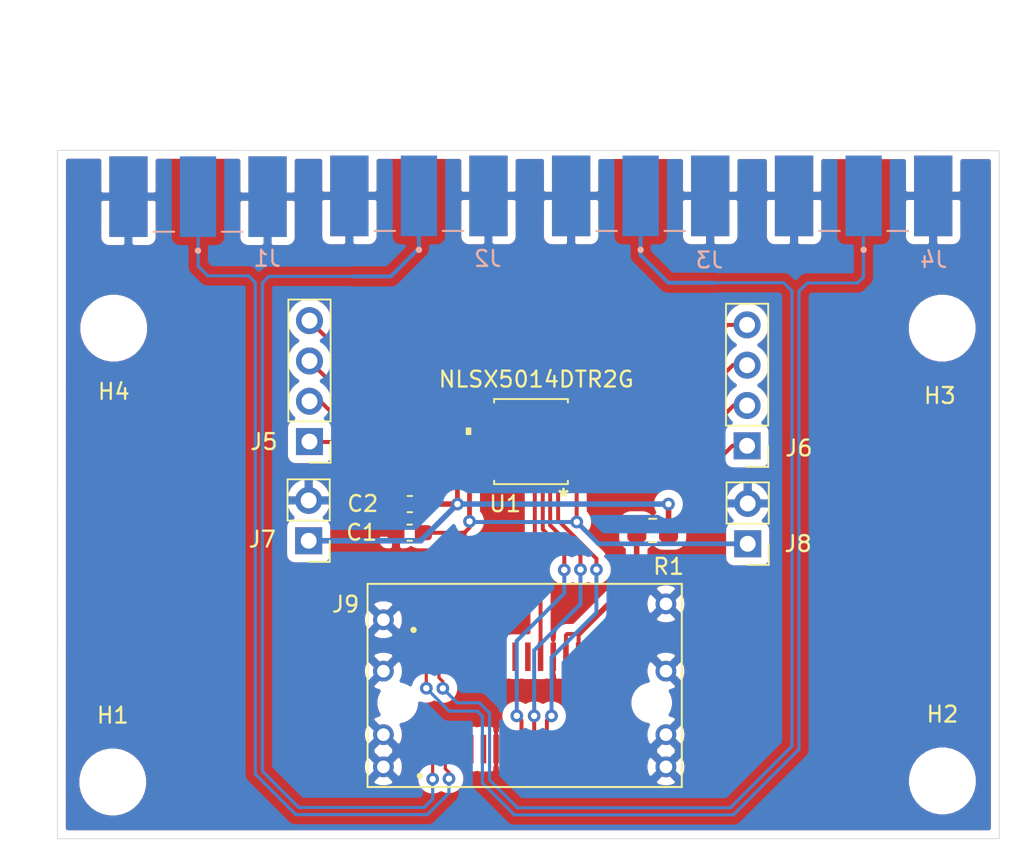
<source format=kicad_pcb>
(kicad_pcb (version 20171130) (host pcbnew 5.1.10-88a1d61d58~88~ubuntu18.04.1)

  (general
    (thickness 1.6)
    (drawings 4)
    (tracks 245)
    (zones 0)
    (modules 17)
    (nets 30)
  )

  (page A4)
  (layers
    (0 F.Cu signal)
    (31 B.Cu signal)
    (32 B.Adhes user)
    (33 F.Adhes user)
    (34 B.Paste user)
    (35 F.Paste user)
    (36 B.SilkS user)
    (37 F.SilkS user)
    (38 B.Mask user)
    (39 F.Mask user)
    (40 Dwgs.User user)
    (41 Cmts.User user)
    (42 Eco1.User user)
    (43 Eco2.User user)
    (44 Edge.Cuts user)
    (45 Margin user)
    (46 B.CrtYd user)
    (47 F.CrtYd user)
    (48 B.Fab user)
    (49 F.Fab user)
  )

  (setup
    (last_trace_width 0.25)
    (user_trace_width 0.2)
    (user_trace_width 0.25)
    (user_trace_width 0.3)
    (user_trace_width 0.35)
    (trace_clearance 0.2)
    (zone_clearance 0.508)
    (zone_45_only no)
    (trace_min 0.2)
    (via_size 0.8)
    (via_drill 0.4)
    (via_min_size 0.4)
    (via_min_drill 0.3)
    (uvia_size 0.3)
    (uvia_drill 0.1)
    (uvias_allowed no)
    (uvia_min_size 0.2)
    (uvia_min_drill 0.1)
    (edge_width 0.05)
    (segment_width 0.2)
    (pcb_text_width 0.3)
    (pcb_text_size 1.5 1.5)
    (mod_edge_width 0.12)
    (mod_text_size 1 1)
    (mod_text_width 0.15)
    (pad_size 1.524 1.524)
    (pad_drill 0.762)
    (pad_to_mask_clearance 0)
    (aux_axis_origin 0 0)
    (visible_elements FFFFFF7F)
    (pcbplotparams
      (layerselection 0x010f0_ffffffff)
      (usegerberextensions false)
      (usegerberattributes true)
      (usegerberadvancedattributes true)
      (creategerberjobfile true)
      (excludeedgelayer true)
      (linewidth 0.100000)
      (plotframeref false)
      (viasonmask false)
      (mode 1)
      (useauxorigin false)
      (hpglpennumber 1)
      (hpglpenspeed 20)
      (hpglpendiameter 15.000000)
      (psnegative false)
      (psa4output false)
      (plotreference true)
      (plotvalue true)
      (plotinvisibletext false)
      (padsonsilk false)
      (subtractmaskfromsilk false)
      (outputformat 1)
      (mirror false)
      (drillshape 0)
      (scaleselection 1)
      (outputdirectory "prod/V1A/"))
  )

  (net 0 "")
  (net 1 +3V3)
  (net 2 GND)
  (net 3 +1V8)
  (net 4 /D0_P)
  (net 5 /D0_N)
  (net 6 /CLK_P)
  (net 7 /CLK_N)
  (net 8 /I2C_SCL_3V3)
  (net 9 /I2C_SDA_3V3)
  (net 10 /GPIO0_3V3)
  (net 11 /GPIO1_3V3)
  (net 12 "Net-(U1-Pad6)")
  (net 13 /nRST_1V8)
  (net 14 /PWDN_1V8)
  (net 15 /I2C_SCL_1V8)
  (net 16 /I2C_SDA_1V8)
  (net 17 "Net-(J9-PadA17)")
  (net 18 "Net-(J9-PadA16)")
  (net 19 "Net-(J9-PadA14)")
  (net 20 "Net-(J9-PadA13)")
  (net 21 /MCLK_1V8)
  (net 22 "Net-(J9-PadA6)")
  (net 23 "Net-(J9-PadA5)")
  (net 24 +5V)
  (net 25 "Net-(J9-PadB13)")
  (net 26 "Net-(J9-PadB10)")
  (net 27 "Net-(J9-PadB9)")
  (net 28 "Net-(J9-PadB8)")
  (net 29 "Net-(U1-Pad9)")

  (net_class Default "This is the default net class."
    (clearance 0.2)
    (trace_width 0.25)
    (via_dia 0.8)
    (via_drill 0.4)
    (uvia_dia 0.3)
    (uvia_drill 0.1)
    (add_net +1V8)
    (add_net +3V3)
    (add_net +5V)
    (add_net /CLK_N)
    (add_net /CLK_P)
    (add_net /D0_N)
    (add_net /D0_P)
    (add_net /GPIO0_3V3)
    (add_net /GPIO1_3V3)
    (add_net /I2C_SCL_1V8)
    (add_net /I2C_SCL_3V3)
    (add_net /I2C_SDA_1V8)
    (add_net /I2C_SDA_3V3)
    (add_net /MCLK_1V8)
    (add_net /PWDN_1V8)
    (add_net /nRST_1V8)
    (add_net GND)
    (add_net "Net-(J9-PadA13)")
    (add_net "Net-(J9-PadA14)")
    (add_net "Net-(J9-PadA16)")
    (add_net "Net-(J9-PadA17)")
    (add_net "Net-(J9-PadA5)")
    (add_net "Net-(J9-PadA6)")
    (add_net "Net-(J9-PadB10)")
    (add_net "Net-(J9-PadB13)")
    (add_net "Net-(J9-PadB8)")
    (add_net "Net-(J9-PadB9)")
    (add_net "Net-(U1-Pad6)")
    (add_net "Net-(U1-Pad9)")
  )

  (module MountingHole:MountingHole_3.2mm_M3 (layer F.Cu) (tedit 56D1B4CB) (tstamp 610F2AB0)
    (at 135.64616 89.70264)
    (descr "Mounting Hole 3.2mm, no annular, M3")
    (tags "mounting hole 3.2mm no annular m3")
    (path /6121065D)
    (attr virtual)
    (fp_text reference H4 (at 0.00508 3.99796) (layer F.SilkS)
      (effects (font (size 1 1) (thickness 0.15)))
    )
    (fp_text value MountingHole (at 0 4.2) (layer F.Fab)
      (effects (font (size 1 1) (thickness 0.15)))
    )
    (fp_text user %R (at 0.3 0) (layer F.Fab)
      (effects (font (size 1 1) (thickness 0.15)))
    )
    (fp_circle (center 0 0) (end 3.2 0) (layer Cmts.User) (width 0.15))
    (fp_circle (center 0 0) (end 3.45 0) (layer F.CrtYd) (width 0.05))
    (pad 1 np_thru_hole circle (at 0 0) (size 3.2 3.2) (drill 3.2) (layers *.Cu *.Mask))
  )

  (module MountingHole:MountingHole_3.2mm_M3 (layer F.Cu) (tedit 56D1B4CB) (tstamp 610F2AA8)
    (at 187.84316 89.70264)
    (descr "Mounting Hole 3.2mm, no annular, M3")
    (tags "mounting hole 3.2mm no annular m3")
    (path /61210657)
    (attr virtual)
    (fp_text reference H3 (at -0.14732 4.25704) (layer F.SilkS)
      (effects (font (size 1 1) (thickness 0.15)))
    )
    (fp_text value MountingHole (at 0 4.2) (layer F.Fab)
      (effects (font (size 1 1) (thickness 0.15)))
    )
    (fp_text user %R (at 0.3 0) (layer F.Fab)
      (effects (font (size 1 1) (thickness 0.15)))
    )
    (fp_circle (center 0 0) (end 3.2 0) (layer Cmts.User) (width 0.15))
    (fp_circle (center 0 0) (end 3.45 0) (layer F.CrtYd) (width 0.05))
    (pad 1 np_thru_hole circle (at 0 0) (size 3.2 3.2) (drill 3.2) (layers *.Cu *.Mask))
  )

  (module MountingHole:MountingHole_3.2mm_M3 (layer F.Cu) (tedit 56D1B4CB) (tstamp 610F2AA0)
    (at 187.8584 118.23192)
    (descr "Mounting Hole 3.2mm, no annular, M3")
    (tags "mounting hole 3.2mm no annular m3")
    (path /6120D4F9)
    (attr virtual)
    (fp_text reference H2 (at 0 -4.2) (layer F.SilkS)
      (effects (font (size 1 1) (thickness 0.15)))
    )
    (fp_text value MountingHole (at 0 4.2) (layer F.Fab)
      (effects (font (size 1 1) (thickness 0.15)))
    )
    (fp_text user %R (at 0.3 0) (layer F.Fab)
      (effects (font (size 1 1) (thickness 0.15)))
    )
    (fp_circle (center 0 0) (end 3.2 0) (layer Cmts.User) (width 0.15))
    (fp_circle (center 0 0) (end 3.45 0) (layer F.CrtYd) (width 0.05))
    (pad 1 np_thru_hole circle (at 0 0) (size 3.2 3.2) (drill 3.2) (layers *.Cu *.Mask))
  )

  (module MountingHole:MountingHole_3.2mm_M3 (layer F.Cu) (tedit 56D1B4CB) (tstamp 610F2A98)
    (at 135.5852 118.29796)
    (descr "Mounting Hole 3.2mm, no annular, M3")
    (tags "mounting hole 3.2mm no annular m3")
    (path /6120B58E)
    (attr virtual)
    (fp_text reference H1 (at 0 -4.2) (layer F.SilkS)
      (effects (font (size 1 1) (thickness 0.15)))
    )
    (fp_text value MountingHole (at 0 4.2) (layer F.Fab)
      (effects (font (size 1 1) (thickness 0.15)))
    )
    (fp_text user %R (at 0.3 0) (layer F.Fab)
      (effects (font (size 1 1) (thickness 0.15)))
    )
    (fp_circle (center 0 0) (end 3.2 0) (layer Cmts.User) (width 0.15))
    (fp_circle (center 0 0) (end 3.45 0) (layer F.CrtYd) (width 0.05))
    (pad 1 np_thru_hole circle (at 0 0) (size 3.2 3.2) (drill 3.2) (layers *.Cu *.Mask))
  )

  (module footprints:TE_1888863-4 (layer F.Cu) (tedit 5F360A12) (tstamp 610EFADA)
    (at 161.53892 113.31448)
    (path /610F506A)
    (fp_text reference J9 (at -11.28268 -6.21284) (layer F.SilkS)
      (effects (font (size 1 1) (thickness 0.15)))
    )
    (fp_text value 1888863-4 (at -2.28 6.365) (layer F.Fab)
      (effects (font (size 1 1) (thickness 0.015)))
    )
    (fp_text user A1 (at -7.5 4.4) (layer F.Fab)
      (effects (font (size 0.32 0.32) (thickness 0.015)))
    )
    (fp_text user B1 (at -7.8 -4) (layer F.Fab)
      (effects (font (size 0.32 0.32) (thickness 0.015)))
    )
    (fp_line (start -10.15 5.55) (end -10.15 -7.75) (layer F.CrtYd) (width 0.05))
    (fp_line (start 10.15 5.55) (end -10.15 5.55) (layer F.CrtYd) (width 0.05))
    (fp_line (start 10.15 -7.75) (end 10.15 5.55) (layer F.CrtYd) (width 0.05))
    (fp_line (start -10.15 -7.75) (end 10.15 -7.75) (layer F.CrtYd) (width 0.05))
    (fp_circle (center -7 -4.6) (end -6.9 -4.6) (layer F.Fab) (width 0.2))
    (fp_circle (center -7 -4.6) (end -6.9 -4.6) (layer F.SilkS) (width 0.2))
    (fp_circle (center -6.6 4.6) (end -6.5 4.6) (layer F.Fab) (width 0.2))
    (fp_circle (center -6.6 4.6) (end -6.5 4.6) (layer F.SilkS) (width 0.2))
    (fp_line (start 9.9 5.3) (end -9.9 5.3) (layer F.SilkS) (width 0.127))
    (fp_line (start 9.9 -7.5) (end 9.9 5.3) (layer F.SilkS) (width 0.127))
    (fp_line (start -9.9 -7.5) (end 9.9 -7.5) (layer F.SilkS) (width 0.127))
    (fp_line (start -9.9 5.3) (end -9.9 -7.5) (layer F.SilkS) (width 0.127))
    (fp_line (start -9.9 5.3) (end -9.9 -7.5) (layer F.Fab) (width 0.127))
    (fp_line (start 9.9 5.3) (end -9.9 5.3) (layer F.Fab) (width 0.127))
    (fp_line (start 9.9 -7.5) (end 9.9 5.3) (layer F.Fab) (width 0.127))
    (fp_line (start -9.9 -7.5) (end 9.9 -7.5) (layer F.Fab) (width 0.127))
    (fp_poly (pts (xy 8.65 4.69) (xy 9.15 4.69) (xy 9.15 5.3) (xy 8.65 5.3)) (layer Dwgs.User) (width 0.01))
    (fp_poly (pts (xy 8.65 2.66) (xy 9.15 2.66) (xy 9.15 3.37) (xy 8.65 3.37)) (layer Dwgs.User) (width 0.01))
    (fp_poly (pts (xy 8.65 -1.34) (xy 9.15 -1.34) (xy 9.15 1.34) (xy 8.65 1.34)) (layer Dwgs.User) (width 0.01))
    (fp_poly (pts (xy 8.65 -5.58) (xy 9.15 -5.58) (xy 9.15 -2.66) (xy 8.65 -2.66)) (layer Dwgs.User) (width 0.01))
    (fp_poly (pts (xy 8.65 -7.5) (xy 9.15 -7.5) (xy 9.15 -6.9) (xy 8.65 -6.9)) (layer Dwgs.User) (width 0.01))
    (fp_poly (pts (xy 8.65 -7.5) (xy 9.15 -7.5) (xy 9.15 -6.9) (xy 8.65 -6.9)) (layer Dwgs.User) (width 0.01))
    (fp_poly (pts (xy 8.65 4.69) (xy 9.15 4.69) (xy 9.15 5.3) (xy 8.65 5.3)) (layer Dwgs.User) (width 0.01))
    (fp_poly (pts (xy 8.65 2.66) (xy 9.15 2.66) (xy 9.15 3.37) (xy 8.65 3.37)) (layer Dwgs.User) (width 0.01))
    (fp_poly (pts (xy 8.65 -1.34) (xy 9.15 -1.34) (xy 9.15 1.34) (xy 8.65 1.34)) (layer Dwgs.User) (width 0.01))
    (fp_poly (pts (xy 8.65 -5.58) (xy 9.15 -5.58) (xy 9.15 -2.66) (xy 8.65 -2.66)) (layer Dwgs.User) (width 0.01))
    (fp_poly (pts (xy -9.15 4.69) (xy -8.65 4.69) (xy -8.65 5.3) (xy -9.15 5.3)) (layer Dwgs.User) (width 0.01))
    (fp_poly (pts (xy -9.15 2.66) (xy -8.65 2.66) (xy -8.65 3.37) (xy -9.15 3.37)) (layer Dwgs.User) (width 0.01))
    (fp_poly (pts (xy -9.15 -1.34) (xy -8.65 -1.34) (xy -8.65 1.34) (xy -9.15 1.34)) (layer Dwgs.User) (width 0.01))
    (fp_poly (pts (xy -9.15 -4.58) (xy -8.65 -4.58) (xy -8.65 -2.66) (xy -9.15 -2.66)) (layer Dwgs.User) (width 0.01))
    (fp_poly (pts (xy -9.15 -7.5) (xy -8.65 -7.5) (xy -8.65 -5.9) (xy -9.15 -5.9)) (layer Dwgs.User) (width 0.01))
    (fp_poly (pts (xy -9.15 -7.5) (xy -8.65 -7.5) (xy -8.65 -5.9) (xy -9.15 -5.9)) (layer Dwgs.User) (width 0.01))
    (fp_poly (pts (xy -9.15 4.69) (xy -8.65 4.69) (xy -8.65 5.3) (xy -9.15 5.3)) (layer Dwgs.User) (width 0.01))
    (fp_poly (pts (xy -9.15 2.66) (xy -8.65 2.66) (xy -8.65 3.37) (xy -9.15 3.37)) (layer Dwgs.User) (width 0.01))
    (fp_poly (pts (xy -9.15 -1.34) (xy -8.65 -1.34) (xy -8.65 1.34) (xy -9.15 1.34)) (layer Dwgs.User) (width 0.01))
    (fp_poly (pts (xy -9.15 -4.58) (xy -8.65 -4.58) (xy -8.65 -2.66) (xy -9.15 -2.66)) (layer Dwgs.User) (width 0.01))
    (pad S8 thru_hole circle (at 8.9 4.03) (size 1.308 1.308) (drill 0.8) (layers *.Cu *.Mask)
      (net 2 GND))
    (pad S7 thru_hole circle (at 8.9 2) (size 1.308 1.308) (drill 0.8) (layers *.Cu *.Mask)
      (net 2 GND))
    (pad S6 thru_hole circle (at 8.9 -2) (size 1.308 1.308) (drill 0.8) (layers *.Cu *.Mask)
      (net 2 GND))
    (pad S5 thru_hole circle (at 8.9 -6.24) (size 1.308 1.308) (drill 0.8) (layers *.Cu *.Mask)
      (net 2 GND))
    (pad S4 thru_hole circle (at -8.9 4.03) (size 1.308 1.308) (drill 0.8) (layers *.Cu *.Mask)
      (net 2 GND))
    (pad S3 thru_hole circle (at -8.9 2) (size 1.308 1.308) (drill 0.8) (layers *.Cu *.Mask)
      (net 2 GND))
    (pad S2 thru_hole circle (at -8.9 -2) (size 1.308 1.308) (drill 0.8) (layers *.Cu *.Mask)
      (net 2 GND))
    (pad S1 thru_hole circle (at -8.9 -5.24) (size 1.308 1.308) (drill 0.8) (layers *.Cu *.Mask)
      (net 2 GND))
    (pad A18 smd rect (at 7 2.91) (size 0.35 1.8) (layers F.Cu F.Paste F.Mask)
      (net 2 GND))
    (pad A17 smd rect (at 6.2 2.91) (size 0.35 1.8) (layers F.Cu F.Paste F.Mask)
      (net 17 "Net-(J9-PadA17)"))
    (pad A16 smd rect (at 5.4 2.91) (size 0.35 1.8) (layers F.Cu F.Paste F.Mask)
      (net 18 "Net-(J9-PadA16)"))
    (pad A15 smd rect (at 4.6 2.91) (size 0.35 1.8) (layers F.Cu F.Paste F.Mask)
      (net 2 GND))
    (pad A14 smd rect (at 3.8 2.91) (size 0.35 1.8) (layers F.Cu F.Paste F.Mask)
      (net 19 "Net-(J9-PadA14)"))
    (pad A13 smd rect (at 3 2.91) (size 0.35 1.8) (layers F.Cu F.Paste F.Mask)
      (net 20 "Net-(J9-PadA13)"))
    (pad A12 smd rect (at 2.2 2.91) (size 0.35 1.8) (layers F.Cu F.Paste F.Mask)
      (net 2 GND))
    (pad A11 smd rect (at 1.4 2.91) (size 0.35 1.8) (layers F.Cu F.Paste F.Mask)
      (net 15 /I2C_SCL_1V8))
    (pad A10 smd rect (at 0.6 2.91) (size 0.35 1.8) (layers F.Cu F.Paste F.Mask)
      (net 16 /I2C_SDA_1V8))
    (pad A9 smd rect (at -0.2 2.91) (size 0.35 1.8) (layers F.Cu F.Paste F.Mask)
      (net 13 /nRST_1V8))
    (pad A8 smd rect (at -1 2.91) (size 0.35 1.8) (layers F.Cu F.Paste F.Mask)
      (net 21 /MCLK_1V8))
    (pad A7 smd rect (at -1.8 2.91) (size 0.35 1.8) (layers F.Cu F.Paste F.Mask)
      (net 2 GND))
    (pad A6 smd rect (at -2.6 2.91) (size 0.35 1.8) (layers F.Cu F.Paste F.Mask)
      (net 22 "Net-(J9-PadA6)"))
    (pad A5 smd rect (at -3.4 2.91) (size 0.35 1.8) (layers F.Cu F.Paste F.Mask)
      (net 23 "Net-(J9-PadA5)"))
    (pad A4 smd rect (at -4.2 2.91) (size 0.35 1.8) (layers F.Cu F.Paste F.Mask)
      (net 2 GND))
    (pad A3 smd rect (at -5 2.91) (size 0.35 1.8) (layers F.Cu F.Paste F.Mask)
      (net 4 /D0_P))
    (pad A2 smd rect (at -5.8 2.91) (size 0.35 1.8) (layers F.Cu F.Paste F.Mask)
      (net 5 /D0_N))
    (pad A1 smd rect (at -6.6 2.91) (size 0.35 1.8) (layers F.Cu F.Paste F.Mask)
      (net 2 GND))
    (pad B18 smd rect (at 6.6 -2.91) (size 0.35 1.8) (layers F.Cu F.Paste F.Mask)
      (net 2 GND))
    (pad B17 smd rect (at 5.8 -2.91) (size 0.35 1.8) (layers F.Cu F.Paste F.Mask)
      (net 24 +5V))
    (pad B16 smd rect (at 5 -2.91) (size 0.35 1.8) (layers F.Cu F.Paste F.Mask)
      (net 24 +5V))
    (pad B15 smd rect (at 4.2 -2.91) (size 0.35 1.8) (layers F.Cu F.Paste F.Mask)
      (net 2 GND))
    (pad B14 smd rect (at 3.4 -2.91) (size 0.35 1.8) (layers F.Cu F.Paste F.Mask)
      (net 25 "Net-(J9-PadB13)"))
    (pad B13 smd rect (at 2.6 -2.91) (size 0.35 1.8) (layers F.Cu F.Paste F.Mask)
      (net 25 "Net-(J9-PadB13)"))
    (pad B12 smd rect (at 1.8 -2.91) (size 0.35 1.8) (layers F.Cu F.Paste F.Mask)
      (net 2 GND))
    (pad B11 smd rect (at 1 -2.91) (size 0.35 1.8) (layers F.Cu F.Paste F.Mask)
      (net 14 /PWDN_1V8))
    (pad B10 smd rect (at 0.2 -2.91) (size 0.35 1.8) (layers F.Cu F.Paste F.Mask)
      (net 26 "Net-(J9-PadB10)"))
    (pad B9 smd rect (at -0.6 -2.91) (size 0.35 1.8) (layers F.Cu F.Paste F.Mask)
      (net 27 "Net-(J9-PadB9)"))
    (pad B8 smd rect (at -1.4 -2.91) (size 0.35 1.8) (layers F.Cu F.Paste F.Mask)
      (net 28 "Net-(J9-PadB8)"))
    (pad B7 smd rect (at -2.2 -2.91) (size 0.35 1.8) (layers F.Cu F.Paste F.Mask)
      (net 2 GND))
    (pad B6 smd rect (at -3 -2.91) (size 0.35 1.8) (layers F.Cu F.Paste F.Mask)
      (net 3 +1V8))
    (pad B5 smd rect (at -3.8 -2.91) (size 0.35 1.8) (layers F.Cu F.Paste F.Mask)
      (net 3 +1V8))
    (pad B4 smd rect (at -4.6 -2.91) (size 0.35 1.8) (layers F.Cu F.Paste F.Mask)
      (net 2 GND))
    (pad B3 smd rect (at -5.4 -2.91) (size 0.35 1.8) (layers F.Cu F.Paste F.Mask)
      (net 6 /CLK_P))
    (pad B2 smd rect (at -6.2 -2.91) (size 0.35 1.8) (layers F.Cu F.Paste F.Mask)
      (net 7 /CLK_N))
    (pad B1 smd rect (at -7 -2.91) (size 0.35 1.8) (layers F.Cu F.Paste F.Mask)
      (net 2 GND))
    (pad None np_thru_hole circle (at 8 0) (size 1.55 1.55) (drill 1.55) (layers *.Cu *.Mask))
    (pad None np_thru_hole circle (at -8 0) (size 1.55 1.55) (drill 1.55) (layers *.Cu *.Mask))
    (model /home/khang/Workspace/Dev/Dynimlabs/dynim_imx8_camera_adapters/libraries/KiCad/Connectors/TE/1888863-4/1888863-4/c-1888863-4-a-3d.stp
      (offset (xyz 0 0 9))
      (scale (xyz 1 1 1))
      (rotate (xyz 0 0 0))
    )
    (model ${KIPRJMOD}/3d_models/c-1888863-4-a-3d.stp
      (offset (xyz 0 0 9))
      (scale (xyz 1 1 1))
      (rotate (xyz 0 0 0))
    )
  )

  (module Connector_PinHeader_2.54mm:PinHeader_1x04_P2.54mm_Vertical (layer F.Cu) (tedit 59FED5CC) (tstamp 60FE762E)
    (at 175.5521 97.1169 180)
    (descr "Through hole straight pin header, 1x04, 2.54mm pitch, single row")
    (tags "Through hole pin header THT 1x04 2.54mm single row")
    (path /614680E2)
    (fp_text reference J6 (at -3.2639 -0.1524) (layer F.SilkS)
      (effects (font (size 1 1) (thickness 0.15)))
    )
    (fp_text value Conn_01x04_Male (at 0 9.95) (layer F.Fab)
      (effects (font (size 1 1) (thickness 0.15)))
    )
    (fp_line (start 1.8 -1.8) (end -1.8 -1.8) (layer F.CrtYd) (width 0.05))
    (fp_line (start 1.8 9.4) (end 1.8 -1.8) (layer F.CrtYd) (width 0.05))
    (fp_line (start -1.8 9.4) (end 1.8 9.4) (layer F.CrtYd) (width 0.05))
    (fp_line (start -1.8 -1.8) (end -1.8 9.4) (layer F.CrtYd) (width 0.05))
    (fp_line (start -1.33 -1.33) (end 0 -1.33) (layer F.SilkS) (width 0.12))
    (fp_line (start -1.33 0) (end -1.33 -1.33) (layer F.SilkS) (width 0.12))
    (fp_line (start -1.33 1.27) (end 1.33 1.27) (layer F.SilkS) (width 0.12))
    (fp_line (start 1.33 1.27) (end 1.33 8.95) (layer F.SilkS) (width 0.12))
    (fp_line (start -1.33 1.27) (end -1.33 8.95) (layer F.SilkS) (width 0.12))
    (fp_line (start -1.33 8.95) (end 1.33 8.95) (layer F.SilkS) (width 0.12))
    (fp_line (start -1.27 -0.635) (end -0.635 -1.27) (layer F.Fab) (width 0.1))
    (fp_line (start -1.27 8.89) (end -1.27 -0.635) (layer F.Fab) (width 0.1))
    (fp_line (start 1.27 8.89) (end -1.27 8.89) (layer F.Fab) (width 0.1))
    (fp_line (start 1.27 -1.27) (end 1.27 8.89) (layer F.Fab) (width 0.1))
    (fp_line (start -0.635 -1.27) (end 1.27 -1.27) (layer F.Fab) (width 0.1))
    (fp_text user %R (at 0 3.81 90) (layer F.Fab)
      (effects (font (size 1 1) (thickness 0.15)))
    )
    (pad 4 thru_hole oval (at 0 7.62 180) (size 1.7 1.7) (drill 1) (layers *.Cu *.Mask)
      (net 14 /PWDN_1V8))
    (pad 3 thru_hole oval (at 0 5.08 180) (size 1.7 1.7) (drill 1) (layers *.Cu *.Mask)
      (net 13 /nRST_1V8))
    (pad 2 thru_hole oval (at 0 2.54 180) (size 1.7 1.7) (drill 1) (layers *.Cu *.Mask)
      (net 16 /I2C_SDA_1V8))
    (pad 1 thru_hole rect (at 0 0 180) (size 1.7 1.7) (drill 1) (layers *.Cu *.Mask)
      (net 15 /I2C_SCL_1V8))
    (model ${KISYS3DMOD}/Connector_PinHeader_2.54mm.3dshapes/PinHeader_1x04_P2.54mm_Vertical.wrl
      (at (xyz 0 0 0))
      (scale (xyz 1 1 1))
      (rotate (xyz 0 0 0))
    )
  )

  (module footprints:CINCH_142-0701-801 (layer B.Cu) (tedit 60FBD633) (tstamp 60FE947D)
    (at 168.8465 81.3689 180)
    (path /61412DC5)
    (fp_text reference J3 (at -4.3307 -4.0513) (layer B.SilkS)
      (effects (font (size 1 1) (thickness 0.15)) (justify mirror))
    )
    (fp_text value 142-0701-801 (at 6.35 -4.445) (layer B.Fab)
      (effects (font (size 1 1) (thickness 0.15)) (justify mirror))
    )
    (fp_line (start -3.425 4.28) (end -3.425 12.315) (layer B.CrtYd) (width 0.05))
    (fp_line (start -5.838 4.28) (end -3.425 4.28) (layer B.CrtYd) (width 0.05))
    (fp_line (start -5.838 -2.79) (end -5.838 4.28) (layer B.CrtYd) (width 0.05))
    (fp_line (start 5.838 -2.79) (end -5.838 -2.79) (layer B.CrtYd) (width 0.05))
    (fp_line (start 5.838 4.28) (end 5.838 -2.79) (layer B.CrtYd) (width 0.05))
    (fp_line (start 3.425 4.28) (end 5.838 4.28) (layer B.CrtYd) (width 0.05))
    (fp_line (start 3.425 12.315) (end 3.425 4.28) (layer B.CrtYd) (width 0.05))
    (fp_line (start -3.425 12.315) (end 3.425 12.315) (layer B.CrtYd) (width 0.05))
    (fp_circle (center 0 -3.4) (end 0.1 -3.4) (layer B.Fab) (width 0.2))
    (fp_circle (center 0 -3.4) (end 0.1 -3.4) (layer B.SilkS) (width 0.2))
    (fp_line (start 1.5 -2.2098) (end 2.8 -2.2098) (layer B.SilkS) (width 0.127))
    (fp_line (start -2.8 -2.2098) (end -1.5 -2.2098) (layer B.SilkS) (width 0.127))
    (fp_line (start 4.8 2.54) (end 8.3 2.54) (layer B.Fab) (width 0.127))
    (fp_line (start 4.7625 4.0259) (end 4.7625 2.54) (layer B.Fab) (width 0.127))
    (fp_line (start -4.7625 4.0259) (end -4.7625 2.54) (layer B.Fab) (width 0.127))
    (fp_line (start 3.175 12.065) (end 3.175 4.0259) (layer B.Fab) (width 0.127))
    (fp_line (start -3.175 12.065) (end 3.175 12.065) (layer B.Fab) (width 0.127))
    (fp_line (start -3.175 4.0259) (end -3.175 12.065) (layer B.Fab) (width 0.127))
    (fp_line (start 3.175 4.0259) (end 4.7625 4.0259) (layer B.Fab) (width 0.127))
    (fp_line (start -3.175 4.0259) (end 3.175 4.0259) (layer B.Fab) (width 0.127))
    (fp_line (start -4.7625 4.0259) (end -3.175 4.0259) (layer B.Fab) (width 0.127))
    (fp_line (start -4.7625 -2.2098) (end -4.7625 2.54) (layer B.Fab) (width 0.127))
    (fp_line (start 4.7625 -2.2098) (end -4.7625 -2.2098) (layer B.Fab) (width 0.127))
    (fp_line (start 4.7625 2.54) (end 4.7625 -2.2098) (layer B.Fab) (width 0.127))
    (fp_line (start -4.7625 2.54) (end 4.7625 2.54) (layer B.Fab) (width 0.127))
    (fp_text user PCB-Edge (at 6.3 2.9) (layer B.Fab)
      (effects (font (size 1 1) (thickness 0.15)) (justify mirror))
    )
    (pad S4 smd rect (at 4.3815 0 180) (size 2.413 5.08) (layers F.Cu F.Paste F.Mask)
      (net 2 GND))
    (pad S3 smd rect (at -4.3815 0 180) (size 2.413 5.08) (layers F.Cu F.Paste F.Mask)
      (net 2 GND))
    (pad 1 smd rect (at 0 0 180) (size 2.286 5.08) (layers B.Cu B.Paste B.Mask)
      (net 6 /CLK_P))
    (pad S2 smd rect (at 4.3815 0 180) (size 2.413 5.08) (layers B.Cu B.Paste B.Mask)
      (net 2 GND))
    (pad S1 smd rect (at -4.3815 0 180) (size 2.413 5.08) (layers B.Cu B.Paste B.Mask)
      (net 2 GND))
    (model ${KIPRJMOD}/3d_models/142-0701-801.step
      (offset (xyz 0 2.5 0.5))
      (scale (xyz 1 1 1))
      (rotate (xyz 0 -90 -90))
    )
  )

  (module footprints:CINCH_142-0701-801 (layer B.Cu) (tedit 60FBD633) (tstamp 60FE94E6)
    (at 182.8927 81.3689 180)
    (path /6141031E)
    (fp_text reference J4 (at -4.41706 -4.02082) (layer B.SilkS)
      (effects (font (size 1 1) (thickness 0.15)) (justify mirror))
    )
    (fp_text value 142-0701-801 (at 6.35 -4.445) (layer B.Fab)
      (effects (font (size 1 1) (thickness 0.15)) (justify mirror))
    )
    (fp_line (start -3.425 4.28) (end -3.425 12.315) (layer B.CrtYd) (width 0.05))
    (fp_line (start -5.838 4.28) (end -3.425 4.28) (layer B.CrtYd) (width 0.05))
    (fp_line (start -5.838 -2.79) (end -5.838 4.28) (layer B.CrtYd) (width 0.05))
    (fp_line (start 5.838 -2.79) (end -5.838 -2.79) (layer B.CrtYd) (width 0.05))
    (fp_line (start 5.838 4.28) (end 5.838 -2.79) (layer B.CrtYd) (width 0.05))
    (fp_line (start 3.425 4.28) (end 5.838 4.28) (layer B.CrtYd) (width 0.05))
    (fp_line (start 3.425 12.315) (end 3.425 4.28) (layer B.CrtYd) (width 0.05))
    (fp_line (start -3.425 12.315) (end 3.425 12.315) (layer B.CrtYd) (width 0.05))
    (fp_circle (center 0 -3.4) (end 0.1 -3.4) (layer B.Fab) (width 0.2))
    (fp_circle (center 0 -3.4) (end 0.1 -3.4) (layer B.SilkS) (width 0.2))
    (fp_line (start 1.5 -2.2098) (end 2.8 -2.2098) (layer B.SilkS) (width 0.127))
    (fp_line (start -2.8 -2.2098) (end -1.5 -2.2098) (layer B.SilkS) (width 0.127))
    (fp_line (start 4.8 2.54) (end 8.3 2.54) (layer B.Fab) (width 0.127))
    (fp_line (start 4.7625 4.0259) (end 4.7625 2.54) (layer B.Fab) (width 0.127))
    (fp_line (start -4.7625 4.0259) (end -4.7625 2.54) (layer B.Fab) (width 0.127))
    (fp_line (start 3.175 12.065) (end 3.175 4.0259) (layer B.Fab) (width 0.127))
    (fp_line (start -3.175 12.065) (end 3.175 12.065) (layer B.Fab) (width 0.127))
    (fp_line (start -3.175 4.0259) (end -3.175 12.065) (layer B.Fab) (width 0.127))
    (fp_line (start 3.175 4.0259) (end 4.7625 4.0259) (layer B.Fab) (width 0.127))
    (fp_line (start -3.175 4.0259) (end 3.175 4.0259) (layer B.Fab) (width 0.127))
    (fp_line (start -4.7625 4.0259) (end -3.175 4.0259) (layer B.Fab) (width 0.127))
    (fp_line (start -4.7625 -2.2098) (end -4.7625 2.54) (layer B.Fab) (width 0.127))
    (fp_line (start 4.7625 -2.2098) (end -4.7625 -2.2098) (layer B.Fab) (width 0.127))
    (fp_line (start 4.7625 2.54) (end 4.7625 -2.2098) (layer B.Fab) (width 0.127))
    (fp_line (start -4.7625 2.54) (end 4.7625 2.54) (layer B.Fab) (width 0.127))
    (fp_text user PCB-Edge (at 6.3 2.9) (layer B.Fab)
      (effects (font (size 1 1) (thickness 0.15)) (justify mirror))
    )
    (pad S4 smd rect (at 4.3815 0 180) (size 2.413 5.08) (layers F.Cu F.Paste F.Mask)
      (net 2 GND))
    (pad S3 smd rect (at -4.3815 0 180) (size 2.413 5.08) (layers F.Cu F.Paste F.Mask)
      (net 2 GND))
    (pad 1 smd rect (at 0 0 180) (size 2.286 5.08) (layers B.Cu B.Paste B.Mask)
      (net 7 /CLK_N))
    (pad S2 smd rect (at 4.3815 0 180) (size 2.413 5.08) (layers B.Cu B.Paste B.Mask)
      (net 2 GND))
    (pad S1 smd rect (at -4.3815 0 180) (size 2.413 5.08) (layers B.Cu B.Paste B.Mask)
      (net 2 GND))
    (model ${KIPRJMOD}/3d_models/142-0701-801.step
      (offset (xyz 0 2.5 0.5))
      (scale (xyz 1 1 1))
      (rotate (xyz 0 -90 -90))
    )
  )

  (module footprints:CINCH_142-0701-801 (layer B.Cu) (tedit 60FBD633) (tstamp 60FE940E)
    (at 140.9573 81.4197 180)
    (path /6141165C)
    (fp_text reference J1 (at -4.3561 -3.89382) (layer B.SilkS)
      (effects (font (size 1 1) (thickness 0.15)) (justify mirror))
    )
    (fp_text value 142-0701-801 (at 6.35 -4.445) (layer B.Fab)
      (effects (font (size 1 1) (thickness 0.15)) (justify mirror))
    )
    (fp_line (start -3.425 4.28) (end -3.425 12.315) (layer B.CrtYd) (width 0.05))
    (fp_line (start -5.838 4.28) (end -3.425 4.28) (layer B.CrtYd) (width 0.05))
    (fp_line (start -5.838 -2.79) (end -5.838 4.28) (layer B.CrtYd) (width 0.05))
    (fp_line (start 5.838 -2.79) (end -5.838 -2.79) (layer B.CrtYd) (width 0.05))
    (fp_line (start 5.838 4.28) (end 5.838 -2.79) (layer B.CrtYd) (width 0.05))
    (fp_line (start 3.425 4.28) (end 5.838 4.28) (layer B.CrtYd) (width 0.05))
    (fp_line (start 3.425 12.315) (end 3.425 4.28) (layer B.CrtYd) (width 0.05))
    (fp_line (start -3.425 12.315) (end 3.425 12.315) (layer B.CrtYd) (width 0.05))
    (fp_circle (center 0 -3.4) (end 0.1 -3.4) (layer B.Fab) (width 0.2))
    (fp_circle (center 0 -3.4) (end 0.1 -3.4) (layer B.SilkS) (width 0.2))
    (fp_line (start 1.5 -2.2098) (end 2.8 -2.2098) (layer B.SilkS) (width 0.127))
    (fp_line (start -2.8 -2.2098) (end -1.5 -2.2098) (layer B.SilkS) (width 0.127))
    (fp_line (start 4.8 2.54) (end 8.3 2.54) (layer B.Fab) (width 0.127))
    (fp_line (start 4.7625 4.0259) (end 4.7625 2.54) (layer B.Fab) (width 0.127))
    (fp_line (start -4.7625 4.0259) (end -4.7625 2.54) (layer B.Fab) (width 0.127))
    (fp_line (start 3.175 12.065) (end 3.175 4.0259) (layer B.Fab) (width 0.127))
    (fp_line (start -3.175 12.065) (end 3.175 12.065) (layer B.Fab) (width 0.127))
    (fp_line (start -3.175 4.0259) (end -3.175 12.065) (layer B.Fab) (width 0.127))
    (fp_line (start 3.175 4.0259) (end 4.7625 4.0259) (layer B.Fab) (width 0.127))
    (fp_line (start -3.175 4.0259) (end 3.175 4.0259) (layer B.Fab) (width 0.127))
    (fp_line (start -4.7625 4.0259) (end -3.175 4.0259) (layer B.Fab) (width 0.127))
    (fp_line (start -4.7625 -2.2098) (end -4.7625 2.54) (layer B.Fab) (width 0.127))
    (fp_line (start 4.7625 -2.2098) (end -4.7625 -2.2098) (layer B.Fab) (width 0.127))
    (fp_line (start 4.7625 2.54) (end 4.7625 -2.2098) (layer B.Fab) (width 0.127))
    (fp_line (start -4.7625 2.54) (end 4.7625 2.54) (layer B.Fab) (width 0.127))
    (fp_text user PCB-Edge (at 6.3 2.9) (layer B.Fab)
      (effects (font (size 1 1) (thickness 0.15)) (justify mirror))
    )
    (pad S4 smd rect (at 4.3815 0 180) (size 2.413 5.08) (layers F.Cu F.Paste F.Mask)
      (net 2 GND))
    (pad S3 smd rect (at -4.3815 0 180) (size 2.413 5.08) (layers F.Cu F.Paste F.Mask)
      (net 2 GND))
    (pad 1 smd rect (at 0 0 180) (size 2.286 5.08) (layers B.Cu B.Paste B.Mask)
      (net 4 /D0_P))
    (pad S2 smd rect (at 4.3815 0 180) (size 2.413 5.08) (layers B.Cu B.Paste B.Mask)
      (net 2 GND))
    (pad S1 smd rect (at -4.3815 0 180) (size 2.413 5.08) (layers B.Cu B.Paste B.Mask)
      (net 2 GND))
    (model ${KIPRJMOD}/3d_models/142-0701-801.step
      (offset (xyz 0 2.5 0.5))
      (scale (xyz 1 1 1))
      (rotate (xyz 180 -90 90))
    )
  )

  (module footprints:CINCH_142-0701-801 (layer B.Cu) (tedit 60FBD633) (tstamp 60FE955E)
    (at 154.8765 81.3689 180)
    (path /6140F064)
    (attr smd)
    (fp_text reference J2 (at -4.33578 -3.95478) (layer B.SilkS)
      (effects (font (size 1 1) (thickness 0.15)) (justify mirror))
    )
    (fp_text value 142-0701-801 (at 6.35 -4.445) (layer B.Fab)
      (effects (font (size 1 1) (thickness 0.15)) (justify mirror))
    )
    (fp_line (start -3.425 4.28) (end -3.425 12.315) (layer B.CrtYd) (width 0.05))
    (fp_line (start -5.838 4.28) (end -3.425 4.28) (layer B.CrtYd) (width 0.05))
    (fp_line (start -5.838 -2.79) (end -5.838 4.28) (layer B.CrtYd) (width 0.05))
    (fp_line (start 5.838 -2.79) (end -5.838 -2.79) (layer B.CrtYd) (width 0.05))
    (fp_line (start 5.838 4.28) (end 5.838 -2.79) (layer B.CrtYd) (width 0.05))
    (fp_line (start 3.425 4.28) (end 5.838 4.28) (layer B.CrtYd) (width 0.05))
    (fp_line (start 3.425 12.315) (end 3.425 4.28) (layer B.CrtYd) (width 0.05))
    (fp_line (start -3.425 12.315) (end 3.425 12.315) (layer B.CrtYd) (width 0.05))
    (fp_circle (center 0 -3.4) (end 0.1 -3.4) (layer B.Fab) (width 0.2))
    (fp_circle (center 0 -3.4) (end 0.1 -3.4) (layer B.SilkS) (width 0.2))
    (fp_line (start 1.5 -2.2098) (end 2.8 -2.2098) (layer B.SilkS) (width 0.127))
    (fp_line (start -2.8 -2.2098) (end -1.5 -2.2098) (layer B.SilkS) (width 0.127))
    (fp_line (start 4.8 2.54) (end 8.3 2.54) (layer B.Fab) (width 0.127))
    (fp_line (start 4.7625 4.0259) (end 4.7625 2.54) (layer B.Fab) (width 0.127))
    (fp_line (start -4.7625 4.0259) (end -4.7625 2.54) (layer B.Fab) (width 0.127))
    (fp_line (start 3.175 12.065) (end 3.175 4.0259) (layer B.Fab) (width 0.127))
    (fp_line (start -3.175 12.065) (end 3.175 12.065) (layer B.Fab) (width 0.127))
    (fp_line (start -3.175 4.0259) (end -3.175 12.065) (layer B.Fab) (width 0.127))
    (fp_line (start 3.175 4.0259) (end 4.7625 4.0259) (layer B.Fab) (width 0.127))
    (fp_line (start -3.175 4.0259) (end 3.175 4.0259) (layer B.Fab) (width 0.127))
    (fp_line (start -4.7625 4.0259) (end -3.175 4.0259) (layer B.Fab) (width 0.127))
    (fp_line (start -4.7625 -2.2098) (end -4.7625 2.54) (layer B.Fab) (width 0.127))
    (fp_line (start 4.7625 -2.2098) (end -4.7625 -2.2098) (layer B.Fab) (width 0.127))
    (fp_line (start 4.7625 2.54) (end 4.7625 -2.2098) (layer B.Fab) (width 0.127))
    (fp_line (start -4.7625 2.54) (end 4.7625 2.54) (layer B.Fab) (width 0.127))
    (fp_text user PCB-Edge (at 6.3 2.9) (layer B.Fab)
      (effects (font (size 1 1) (thickness 0.15)) (justify mirror))
    )
    (pad S4 smd rect (at 4.3815 0 180) (size 2.413 5.08) (layers F.Cu F.Paste F.Mask)
      (net 2 GND))
    (pad S3 smd rect (at -4.3815 0 180) (size 2.413 5.08) (layers F.Cu F.Paste F.Mask)
      (net 2 GND))
    (pad 1 smd rect (at 0 0 180) (size 2.286 5.08) (layers B.Cu B.Paste B.Mask)
      (net 5 /D0_N))
    (pad S2 smd rect (at 4.3815 0 180) (size 2.413 5.08) (layers B.Cu B.Paste B.Mask)
      (net 2 GND))
    (pad S1 smd rect (at -4.3815 0 180) (size 2.413 5.08) (layers B.Cu B.Paste B.Mask)
      (net 2 GND))
    (model ${KIPRJMOD}/3d_models/142-0701-801.step
      (offset (xyz 0 2.5 0.5))
      (scale (xyz 1 1 1))
      (rotate (xyz 180 -90 90))
    )
  )

  (module Capacitor_SMD:C_0603_1608Metric_Pad1.08x0.95mm_HandSolder (layer F.Cu) (tedit 5F68FEEF) (tstamp 60FD88F9)
    (at 154.305 100.7872)
    (descr "Capacitor SMD 0603 (1608 Metric), square (rectangular) end terminal, IPC_7351 nominal with elongated pad for handsoldering. (Body size source: IPC-SM-782 page 76, https://www.pcb-3d.com/wordpress/wp-content/uploads/ipc-sm-782a_amendment_1_and_2.pdf), generated with kicad-footprint-generator")
    (tags "capacitor handsolder")
    (path /61382CFE)
    (attr smd)
    (fp_text reference C2 (at -2.9718 -0.0254) (layer F.SilkS)
      (effects (font (size 1 1) (thickness 0.15)))
    )
    (fp_text value C (at 0 1.43) (layer F.Fab)
      (effects (font (size 1 1) (thickness 0.15)))
    )
    (fp_line (start -0.8 0.4) (end -0.8 -0.4) (layer F.Fab) (width 0.1))
    (fp_line (start -0.8 -0.4) (end 0.8 -0.4) (layer F.Fab) (width 0.1))
    (fp_line (start 0.8 -0.4) (end 0.8 0.4) (layer F.Fab) (width 0.1))
    (fp_line (start 0.8 0.4) (end -0.8 0.4) (layer F.Fab) (width 0.1))
    (fp_line (start -0.146267 -0.51) (end 0.146267 -0.51) (layer F.SilkS) (width 0.12))
    (fp_line (start -0.146267 0.51) (end 0.146267 0.51) (layer F.SilkS) (width 0.12))
    (fp_line (start -1.65 0.73) (end -1.65 -0.73) (layer F.CrtYd) (width 0.05))
    (fp_line (start -1.65 -0.73) (end 1.65 -0.73) (layer F.CrtYd) (width 0.05))
    (fp_line (start 1.65 -0.73) (end 1.65 0.73) (layer F.CrtYd) (width 0.05))
    (fp_line (start 1.65 0.73) (end -1.65 0.73) (layer F.CrtYd) (width 0.05))
    (fp_text user %R (at 0 0 270) (layer F.Fab)
      (effects (font (size 0.4 0.4) (thickness 0.06)))
    )
    (pad 1 smd roundrect (at -0.8625 0) (size 1.075 0.95) (layers F.Cu F.Paste F.Mask) (roundrect_rratio 0.25)
      (net 2 GND))
    (pad 2 smd roundrect (at 0.8625 0) (size 1.075 0.95) (layers F.Cu F.Paste F.Mask) (roundrect_rratio 0.25)
      (net 1 +3V3))
    (model ${KISYS3DMOD}/Capacitor_SMD.3dshapes/C_0603_1608Metric.wrl
      (at (xyz 0 0 0))
      (scale (xyz 1 1 1))
      (rotate (xyz 0 0 0))
    )
  )

  (module Capacitor_SMD:C_0603_1608Metric_Pad1.08x0.95mm_HandSolder (layer F.Cu) (tedit 5F68FEEF) (tstamp 60FD890A)
    (at 154.2923 102.5906)
    (descr "Capacitor SMD 0603 (1608 Metric), square (rectangular) end terminal, IPC_7351 nominal with elongated pad for handsoldering. (Body size source: IPC-SM-782 page 76, https://www.pcb-3d.com/wordpress/wp-content/uploads/ipc-sm-782a_amendment_1_and_2.pdf), generated with kicad-footprint-generator")
    (tags "capacitor handsolder")
    (path /61382170)
    (attr smd)
    (fp_text reference C1 (at -3.0226 -0.0127) (layer F.SilkS)
      (effects (font (size 1 1) (thickness 0.15)))
    )
    (fp_text value C (at 0 1.43) (layer F.Fab)
      (effects (font (size 1 1) (thickness 0.15)))
    )
    (fp_line (start 1.65 0.73) (end -1.65 0.73) (layer F.CrtYd) (width 0.05))
    (fp_line (start 1.65 -0.73) (end 1.65 0.73) (layer F.CrtYd) (width 0.05))
    (fp_line (start -1.65 -0.73) (end 1.65 -0.73) (layer F.CrtYd) (width 0.05))
    (fp_line (start -1.65 0.73) (end -1.65 -0.73) (layer F.CrtYd) (width 0.05))
    (fp_line (start -0.146267 0.51) (end 0.146267 0.51) (layer F.SilkS) (width 0.12))
    (fp_line (start -0.146267 -0.51) (end 0.146267 -0.51) (layer F.SilkS) (width 0.12))
    (fp_line (start 0.8 0.4) (end -0.8 0.4) (layer F.Fab) (width 0.1))
    (fp_line (start 0.8 -0.4) (end 0.8 0.4) (layer F.Fab) (width 0.1))
    (fp_line (start -0.8 -0.4) (end 0.8 -0.4) (layer F.Fab) (width 0.1))
    (fp_line (start -0.8 0.4) (end -0.8 -0.4) (layer F.Fab) (width 0.1))
    (fp_text user %R (at 0 0) (layer F.Fab)
      (effects (font (size 0.4 0.4) (thickness 0.06)))
    )
    (pad 2 smd roundrect (at 0.8625 0) (size 1.075 0.95) (layers F.Cu F.Paste F.Mask) (roundrect_rratio 0.25)
      (net 3 +1V8))
    (pad 1 smd roundrect (at -0.8625 0) (size 1.075 0.95) (layers F.Cu F.Paste F.Mask) (roundrect_rratio 0.25)
      (net 2 GND))
    (model ${KISYS3DMOD}/Capacitor_SMD.3dshapes/C_0603_1608Metric.wrl
      (at (xyz 0 0 0))
      (scale (xyz 1 1 1))
      (rotate (xyz 0 0 0))
    )
  )

  (module Connector_PinHeader_2.54mm:PinHeader_1x04_P2.54mm_Vertical (layer F.Cu) (tedit 59FED5CC) (tstamp 60FD8976)
    (at 147.9804 96.8502 180)
    (descr "Through hole straight pin header, 1x04, 2.54mm pitch, single row")
    (tags "Through hole pin header THT 1x04 2.54mm single row")
    (path /613C8470)
    (fp_text reference J5 (at 2.8702 -0.0127) (layer F.SilkS)
      (effects (font (size 1 1) (thickness 0.15)))
    )
    (fp_text value Conn_01x04_Male (at 0 9.95) (layer F.Fab)
      (effects (font (size 1 1) (thickness 0.15)))
    )
    (fp_line (start -0.635 -1.27) (end 1.27 -1.27) (layer F.Fab) (width 0.1))
    (fp_line (start 1.27 -1.27) (end 1.27 8.89) (layer F.Fab) (width 0.1))
    (fp_line (start 1.27 8.89) (end -1.27 8.89) (layer F.Fab) (width 0.1))
    (fp_line (start -1.27 8.89) (end -1.27 -0.635) (layer F.Fab) (width 0.1))
    (fp_line (start -1.27 -0.635) (end -0.635 -1.27) (layer F.Fab) (width 0.1))
    (fp_line (start -1.33 8.95) (end 1.33 8.95) (layer F.SilkS) (width 0.12))
    (fp_line (start -1.33 1.27) (end -1.33 8.95) (layer F.SilkS) (width 0.12))
    (fp_line (start 1.33 1.27) (end 1.33 8.95) (layer F.SilkS) (width 0.12))
    (fp_line (start -1.33 1.27) (end 1.33 1.27) (layer F.SilkS) (width 0.12))
    (fp_line (start -1.33 0) (end -1.33 -1.33) (layer F.SilkS) (width 0.12))
    (fp_line (start -1.33 -1.33) (end 0 -1.33) (layer F.SilkS) (width 0.12))
    (fp_line (start -1.8 -1.8) (end -1.8 9.4) (layer F.CrtYd) (width 0.05))
    (fp_line (start -1.8 9.4) (end 1.8 9.4) (layer F.CrtYd) (width 0.05))
    (fp_line (start 1.8 9.4) (end 1.8 -1.8) (layer F.CrtYd) (width 0.05))
    (fp_line (start 1.8 -1.8) (end -1.8 -1.8) (layer F.CrtYd) (width 0.05))
    (fp_text user %R (at 0 3.81 90) (layer F.Fab)
      (effects (font (size 1 1) (thickness 0.15)))
    )
    (pad 1 thru_hole rect (at 0 0 180) (size 1.7 1.7) (drill 1) (layers *.Cu *.Mask)
      (net 8 /I2C_SCL_3V3))
    (pad 2 thru_hole oval (at 0 2.54 180) (size 1.7 1.7) (drill 1) (layers *.Cu *.Mask)
      (net 9 /I2C_SDA_3V3))
    (pad 3 thru_hole oval (at 0 5.08 180) (size 1.7 1.7) (drill 1) (layers *.Cu *.Mask)
      (net 10 /GPIO0_3V3))
    (pad 4 thru_hole oval (at 0 7.62 180) (size 1.7 1.7) (drill 1) (layers *.Cu *.Mask)
      (net 11 /GPIO1_3V3))
    (model ${KISYS3DMOD}/Connector_PinHeader_2.54mm.3dshapes/PinHeader_1x04_P2.54mm_Vertical.wrl
      (at (xyz 0 0 0))
      (scale (xyz 1 1 1))
      (rotate (xyz 0 0 0))
    )
  )

  (module Connector_PinHeader_2.54mm:PinHeader_1x02_P2.54mm_Vertical (layer F.Cu) (tedit 59FED5CC) (tstamp 60FD898C)
    (at 175.5902 103.2891 180)
    (descr "Through hole straight pin header, 1x02, 2.54mm pitch, single row")
    (tags "Through hole pin header THT 1x02 2.54mm single row")
    (path /60FECF37)
    (fp_text reference J8 (at -3.175 0) (layer F.SilkS)
      (effects (font (size 1 1) (thickness 0.15)))
    )
    (fp_text value Conn_01x02_Male (at 0 4.87) (layer F.Fab)
      (effects (font (size 1 1) (thickness 0.15)))
    )
    (fp_line (start -0.635 -1.27) (end 1.27 -1.27) (layer F.Fab) (width 0.1))
    (fp_line (start 1.27 -1.27) (end 1.27 3.81) (layer F.Fab) (width 0.1))
    (fp_line (start 1.27 3.81) (end -1.27 3.81) (layer F.Fab) (width 0.1))
    (fp_line (start -1.27 3.81) (end -1.27 -0.635) (layer F.Fab) (width 0.1))
    (fp_line (start -1.27 -0.635) (end -0.635 -1.27) (layer F.Fab) (width 0.1))
    (fp_line (start -1.33 3.87) (end 1.33 3.87) (layer F.SilkS) (width 0.12))
    (fp_line (start -1.33 1.27) (end -1.33 3.87) (layer F.SilkS) (width 0.12))
    (fp_line (start 1.33 1.27) (end 1.33 3.87) (layer F.SilkS) (width 0.12))
    (fp_line (start -1.33 1.27) (end 1.33 1.27) (layer F.SilkS) (width 0.12))
    (fp_line (start -1.33 0) (end -1.33 -1.33) (layer F.SilkS) (width 0.12))
    (fp_line (start -1.33 -1.33) (end 0 -1.33) (layer F.SilkS) (width 0.12))
    (fp_line (start -1.8 -1.8) (end -1.8 4.35) (layer F.CrtYd) (width 0.05))
    (fp_line (start -1.8 4.35) (end 1.8 4.35) (layer F.CrtYd) (width 0.05))
    (fp_line (start 1.8 4.35) (end 1.8 -1.8) (layer F.CrtYd) (width 0.05))
    (fp_line (start 1.8 -1.8) (end -1.8 -1.8) (layer F.CrtYd) (width 0.05))
    (fp_text user %R (at -3.1115 0.1397) (layer F.Fab)
      (effects (font (size 1 1) (thickness 0.15)))
    )
    (pad 1 thru_hole rect (at 0 0 180) (size 1.7 1.7) (drill 1) (layers *.Cu *.Mask)
      (net 3 +1V8))
    (pad 2 thru_hole oval (at 0 2.54 180) (size 1.7 1.7) (drill 1) (layers *.Cu *.Mask)
      (net 2 GND))
    (model ${KISYS3DMOD}/Connector_PinHeader_2.54mm.3dshapes/PinHeader_1x02_P2.54mm_Vertical.wrl
      (at (xyz 0 0 0))
      (scale (xyz 1 1 1))
      (rotate (xyz 0 0 0))
    )
  )

  (module Connector_PinHeader_2.54mm:PinHeader_1x02_P2.54mm_Vertical (layer F.Cu) (tedit 59FED5CC) (tstamp 60FD89A2)
    (at 147.9296 103.0986 180)
    (descr "Through hole straight pin header, 1x02, 2.54mm pitch, single row")
    (tags "Through hole pin header THT 1x02 2.54mm single row")
    (path /6100D42C)
    (fp_text reference J7 (at 2.921 0.0889) (layer F.SilkS)
      (effects (font (size 1 1) (thickness 0.15)))
    )
    (fp_text value Conn_01x02_Male (at 0 4.87) (layer F.Fab)
      (effects (font (size 1 1) (thickness 0.15)))
    )
    (fp_line (start 1.8 -1.8) (end -1.8 -1.8) (layer F.CrtYd) (width 0.05))
    (fp_line (start 1.8 4.35) (end 1.8 -1.8) (layer F.CrtYd) (width 0.05))
    (fp_line (start -1.8 4.35) (end 1.8 4.35) (layer F.CrtYd) (width 0.05))
    (fp_line (start -1.8 -1.8) (end -1.8 4.35) (layer F.CrtYd) (width 0.05))
    (fp_line (start -1.33 -1.33) (end 0 -1.33) (layer F.SilkS) (width 0.12))
    (fp_line (start -1.33 0) (end -1.33 -1.33) (layer F.SilkS) (width 0.12))
    (fp_line (start -1.33 1.27) (end 1.33 1.27) (layer F.SilkS) (width 0.12))
    (fp_line (start 1.33 1.27) (end 1.33 3.87) (layer F.SilkS) (width 0.12))
    (fp_line (start -1.33 1.27) (end -1.33 3.87) (layer F.SilkS) (width 0.12))
    (fp_line (start -1.33 3.87) (end 1.33 3.87) (layer F.SilkS) (width 0.12))
    (fp_line (start -1.27 -0.635) (end -0.635 -1.27) (layer F.Fab) (width 0.1))
    (fp_line (start -1.27 3.81) (end -1.27 -0.635) (layer F.Fab) (width 0.1))
    (fp_line (start 1.27 3.81) (end -1.27 3.81) (layer F.Fab) (width 0.1))
    (fp_line (start 1.27 -1.27) (end 1.27 3.81) (layer F.Fab) (width 0.1))
    (fp_line (start -0.635 -1.27) (end 1.27 -1.27) (layer F.Fab) (width 0.1))
    (fp_text user %R (at 3.2004 0.0254) (layer F.Fab)
      (effects (font (size 1 1) (thickness 0.15)))
    )
    (pad 2 thru_hole oval (at 0 2.54 180) (size 1.7 1.7) (drill 1) (layers *.Cu *.Mask)
      (net 2 GND))
    (pad 1 thru_hole rect (at 0 0 180) (size 1.7 1.7) (drill 1) (layers *.Cu *.Mask)
      (net 1 +3V3))
    (model ${KISYS3DMOD}/Connector_PinHeader_2.54mm.3dshapes/PinHeader_1x02_P2.54mm_Vertical.wrl
      (at (xyz 0 0 0))
      (scale (xyz 1 1 1))
      (rotate (xyz 0 0 0))
    )
  )

  (module Resistor_SMD:R_0805_2012Metric_Pad1.20x1.40mm_HandSolder (layer F.Cu) (tedit 5F68FEEE) (tstamp 60FD89B3)
    (at 169.6052 102.4509)
    (descr "Resistor SMD 0805 (2012 Metric), square (rectangular) end terminal, IPC_7351 nominal with elongated pad for handsoldering. (Body size source: IPC-SM-782 page 72, https://www.pcb-3d.com/wordpress/wp-content/uploads/ipc-sm-782a_amendment_1_and_2.pdf), generated with kicad-footprint-generator")
    (tags "resistor handsolder")
    (path /610D2196)
    (attr smd)
    (fp_text reference R1 (at 1.0066 2.2733) (layer F.SilkS)
      (effects (font (size 1 1) (thickness 0.15)))
    )
    (fp_text value 0 (at 0 1.65) (layer F.Fab)
      (effects (font (size 1 1) (thickness 0.15)))
    )
    (fp_line (start -1 0.625) (end -1 -0.625) (layer F.Fab) (width 0.1))
    (fp_line (start -1 -0.625) (end 1 -0.625) (layer F.Fab) (width 0.1))
    (fp_line (start 1 -0.625) (end 1 0.625) (layer F.Fab) (width 0.1))
    (fp_line (start 1 0.625) (end -1 0.625) (layer F.Fab) (width 0.1))
    (fp_line (start -0.227064 -0.735) (end 0.227064 -0.735) (layer F.SilkS) (width 0.12))
    (fp_line (start -0.227064 0.735) (end 0.227064 0.735) (layer F.SilkS) (width 0.12))
    (fp_line (start -1.85 0.95) (end -1.85 -0.95) (layer F.CrtYd) (width 0.05))
    (fp_line (start -1.85 -0.95) (end 1.85 -0.95) (layer F.CrtYd) (width 0.05))
    (fp_line (start 1.85 -0.95) (end 1.85 0.95) (layer F.CrtYd) (width 0.05))
    (fp_line (start 1.85 0.95) (end -1.85 0.95) (layer F.CrtYd) (width 0.05))
    (fp_text user %R (at 0 0) (layer F.Fab)
      (effects (font (size 0.5 0.5) (thickness 0.08)))
    )
    (pad 1 smd roundrect (at -1 0) (size 1.2 1.4) (layers F.Cu F.Paste F.Mask) (roundrect_rratio 0.2083325)
      (net 25 "Net-(J9-PadB13)"))
    (pad 2 smd roundrect (at 1 0) (size 1.2 1.4) (layers F.Cu F.Paste F.Mask) (roundrect_rratio 0.2083325)
      (net 1 +3V3))
    (model ${KISYS3DMOD}/Resistor_SMD.3dshapes/R_0805_2012Metric.wrl
      (at (xyz 0 0 0))
      (scale (xyz 1 1 1))
      (rotate (xyz 0 0 0))
    )
  )

  (module footprints:NLSX5014DTR2G (layer F.Cu) (tedit 0) (tstamp 60FD8A33)
    (at 161.9377 96.8502 180)
    (path /61277B63)
    (fp_text reference U1 (at 1.62814 -3.92684) (layer F.SilkS)
      (effects (font (size 1 1) (thickness 0.15)))
    )
    (fp_text value NLSX5014DTR2G (at -0.3302 3.9243) (layer F.SilkS)
      (effects (font (size 1 1) (thickness 0.15)))
    )
    (fp_line (start -2.4511 2.3818) (end -3.81 2.3818) (layer F.CrtYd) (width 0.05))
    (fp_line (start -2.4511 2.8067) (end -2.4511 2.3818) (layer F.CrtYd) (width 0.05))
    (fp_line (start 2.4511 2.8067) (end -2.4511 2.8067) (layer F.CrtYd) (width 0.05))
    (fp_line (start 2.4511 2.3818) (end 2.4511 2.8067) (layer F.CrtYd) (width 0.05))
    (fp_line (start 3.81 2.3818) (end 2.4511 2.3818) (layer F.CrtYd) (width 0.05))
    (fp_line (start 3.81 -2.3818) (end 3.81 2.3818) (layer F.CrtYd) (width 0.05))
    (fp_line (start 2.4511 -2.3818) (end 3.81 -2.3818) (layer F.CrtYd) (width 0.05))
    (fp_line (start 2.4511 -2.8067) (end 2.4511 -2.3818) (layer F.CrtYd) (width 0.05))
    (fp_line (start -2.4511 -2.8067) (end 2.4511 -2.8067) (layer F.CrtYd) (width 0.05))
    (fp_line (start -2.4511 -2.3818) (end -2.4511 -2.8067) (layer F.CrtYd) (width 0.05))
    (fp_line (start -3.81 -2.3818) (end -2.4511 -2.3818) (layer F.CrtYd) (width 0.05))
    (fp_line (start -3.81 2.3818) (end -3.81 -2.3818) (layer F.CrtYd) (width 0.05))
    (fp_poly (pts (xy 4.064 0.459499) (xy 4.064 0.840499) (xy 3.81 0.840499) (xy 3.81 0.459499)) (layer F.SilkS) (width 0.1))
    (fp_line (start 2.3241 -2.460539) (end 2.3241 -2.6797) (layer F.SilkS) (width 0.12))
    (fp_line (start -2.3241 2.460539) (end -2.3241 2.6797) (layer F.SilkS) (width 0.12))
    (fp_line (start -2.1971 -2.5527) (end -2.1971 2.5527) (layer F.Fab) (width 0.1))
    (fp_line (start 2.1971 -2.5527) (end -2.1971 -2.5527) (layer F.Fab) (width 0.1))
    (fp_line (start 2.1971 2.5527) (end 2.1971 -2.5527) (layer F.Fab) (width 0.1))
    (fp_line (start -2.1971 2.5527) (end 2.1971 2.5527) (layer F.Fab) (width 0.1))
    (fp_line (start -2.3241 -2.6797) (end -2.3241 -2.460541) (layer F.SilkS) (width 0.12))
    (fp_line (start 2.3241 -2.6797) (end -2.3241 -2.6797) (layer F.SilkS) (width 0.12))
    (fp_line (start 2.3241 2.6797) (end 2.3241 2.460541) (layer F.SilkS) (width 0.12))
    (fp_line (start -2.3241 2.6797) (end 2.3241 2.6797) (layer F.SilkS) (width 0.12))
    (fp_line (start 3.2004 -2.1024) (end 2.1971 -2.1024) (layer F.Fab) (width 0.1))
    (fp_line (start 3.2004 -1.7976) (end 3.2004 -2.1024) (layer F.Fab) (width 0.1))
    (fp_line (start 2.1971 -1.7976) (end 3.2004 -1.7976) (layer F.Fab) (width 0.1))
    (fp_line (start 2.1971 -2.1024) (end 2.1971 -1.7976) (layer F.Fab) (width 0.1))
    (fp_line (start 3.2004 -1.4524) (end 2.1971 -1.4524) (layer F.Fab) (width 0.1))
    (fp_line (start 3.2004 -1.1476) (end 3.2004 -1.4524) (layer F.Fab) (width 0.1))
    (fp_line (start 2.1971 -1.1476) (end 3.2004 -1.1476) (layer F.Fab) (width 0.1))
    (fp_line (start 2.1971 -1.4524) (end 2.1971 -1.1476) (layer F.Fab) (width 0.1))
    (fp_line (start 3.2004 -0.8024) (end 2.1971 -0.8024) (layer F.Fab) (width 0.1))
    (fp_line (start 3.2004 -0.4976) (end 3.2004 -0.8024) (layer F.Fab) (width 0.1))
    (fp_line (start 2.1971 -0.4976) (end 3.2004 -0.4976) (layer F.Fab) (width 0.1))
    (fp_line (start 2.1971 -0.8024) (end 2.1971 -0.4976) (layer F.Fab) (width 0.1))
    (fp_line (start 3.2004 -0.1524) (end 2.1971 -0.1524) (layer F.Fab) (width 0.1))
    (fp_line (start 3.2004 0.1524) (end 3.2004 -0.1524) (layer F.Fab) (width 0.1))
    (fp_line (start 2.1971 0.1524) (end 3.2004 0.1524) (layer F.Fab) (width 0.1))
    (fp_line (start 2.1971 -0.1524) (end 2.1971 0.1524) (layer F.Fab) (width 0.1))
    (fp_line (start 3.2004 0.4976) (end 2.1971 0.4976) (layer F.Fab) (width 0.1))
    (fp_line (start 3.2004 0.8024) (end 3.2004 0.4976) (layer F.Fab) (width 0.1))
    (fp_line (start 2.1971 0.8024) (end 3.2004 0.8024) (layer F.Fab) (width 0.1))
    (fp_line (start 2.1971 0.4976) (end 2.1971 0.8024) (layer F.Fab) (width 0.1))
    (fp_line (start 3.2004 1.1476) (end 2.1971 1.1476) (layer F.Fab) (width 0.1))
    (fp_line (start 3.2004 1.4524) (end 3.2004 1.1476) (layer F.Fab) (width 0.1))
    (fp_line (start 2.1971 1.4524) (end 3.2004 1.4524) (layer F.Fab) (width 0.1))
    (fp_line (start 2.1971 1.1476) (end 2.1971 1.4524) (layer F.Fab) (width 0.1))
    (fp_line (start 3.2004 1.7976) (end 2.1971 1.7976) (layer F.Fab) (width 0.1))
    (fp_line (start 3.2004 2.1024) (end 3.2004 1.7976) (layer F.Fab) (width 0.1))
    (fp_line (start 2.1971 2.1024) (end 3.2004 2.1024) (layer F.Fab) (width 0.1))
    (fp_line (start 2.1971 1.7976) (end 2.1971 2.1024) (layer F.Fab) (width 0.1))
    (fp_line (start -3.2004 2.1024) (end -2.1971 2.1024) (layer F.Fab) (width 0.1))
    (fp_line (start -3.2004 1.7976) (end -3.2004 2.1024) (layer F.Fab) (width 0.1))
    (fp_line (start -2.1971 1.7976) (end -3.2004 1.7976) (layer F.Fab) (width 0.1))
    (fp_line (start -2.1971 2.1024) (end -2.1971 1.7976) (layer F.Fab) (width 0.1))
    (fp_line (start -3.2004 1.4524) (end -2.1971 1.4524) (layer F.Fab) (width 0.1))
    (fp_line (start -3.2004 1.1476) (end -3.2004 1.4524) (layer F.Fab) (width 0.1))
    (fp_line (start -2.1971 1.1476) (end -3.2004 1.1476) (layer F.Fab) (width 0.1))
    (fp_line (start -2.1971 1.4524) (end -2.1971 1.1476) (layer F.Fab) (width 0.1))
    (fp_line (start -3.2004 0.8024) (end -2.1971 0.8024) (layer F.Fab) (width 0.1))
    (fp_line (start -3.2004 0.4976) (end -3.2004 0.8024) (layer F.Fab) (width 0.1))
    (fp_line (start -2.1971 0.4976) (end -3.2004 0.4976) (layer F.Fab) (width 0.1))
    (fp_line (start -2.1971 0.8024) (end -2.1971 0.4976) (layer F.Fab) (width 0.1))
    (fp_line (start -3.2004 0.1524) (end -2.1971 0.1524) (layer F.Fab) (width 0.1))
    (fp_line (start -3.2004 -0.1524) (end -3.2004 0.1524) (layer F.Fab) (width 0.1))
    (fp_line (start -2.1971 -0.1524) (end -3.2004 -0.1524) (layer F.Fab) (width 0.1))
    (fp_line (start -2.1971 0.1524) (end -2.1971 -0.1524) (layer F.Fab) (width 0.1))
    (fp_line (start -3.2004 -0.4976) (end -2.1971 -0.4976) (layer F.Fab) (width 0.1))
    (fp_line (start -3.2004 -0.8024) (end -3.2004 -0.4976) (layer F.Fab) (width 0.1))
    (fp_line (start -2.1971 -0.8024) (end -3.2004 -0.8024) (layer F.Fab) (width 0.1))
    (fp_line (start -2.1971 -0.4976) (end -2.1971 -0.8024) (layer F.Fab) (width 0.1))
    (fp_line (start -3.2004 -1.1476) (end -2.1971 -1.1476) (layer F.Fab) (width 0.1))
    (fp_line (start -3.2004 -1.4524) (end -3.2004 -1.1476) (layer F.Fab) (width 0.1))
    (fp_line (start -2.1971 -1.4524) (end -3.2004 -1.4524) (layer F.Fab) (width 0.1))
    (fp_line (start -2.1971 -1.1476) (end -2.1971 -1.4524) (layer F.Fab) (width 0.1))
    (fp_line (start -3.2004 -1.7976) (end -2.1971 -1.7976) (layer F.Fab) (width 0.1))
    (fp_line (start -3.2004 -2.1024) (end -3.2004 -1.7976) (layer F.Fab) (width 0.1))
    (fp_line (start -2.1971 -2.1024) (end -3.2004 -2.1024) (layer F.Fab) (width 0.1))
    (fp_line (start -2.1971 -1.7976) (end -2.1971 -2.1024) (layer F.Fab) (width 0.1))
    (fp_arc (start 0 -2.5527) (end 0.3048 -2.5527) (angle 180) (layer F.Fab) (width 0.1))
    (fp_text user * (at -2.0447 -3.5306) (layer F.Fab)
      (effects (font (size 1 1) (thickness 0.15)))
    )
    (fp_text user * (at -2.0447 -3.5433) (layer F.SilkS)
      (effects (font (size 1 1) (thickness 0.15)))
    )
    (fp_text user 0.054in/1.359mm (at -11.1125 1.8161) (layer Dwgs.User)
      (effects (font (size 1 1) (thickness 0.15)))
    )
    (fp_text user 0.226in/5.753mm (at 0 -4.9657) (layer Dwgs.User)
      (effects (font (size 1 1) (thickness 0.15)))
    )
    (fp_text user 0.014in/0.356mm (at -12.8905 -1.2319) (layer Dwgs.User)
      (effects (font (size 1 1) (thickness 0.15)))
    )
    (fp_text user 0.026in/0.65mm (at -11.2649 4.3053) (layer Dwgs.User)
      (effects (font (size 1 1) (thickness 0.15)))
    )
    (fp_text user * (at -2.0447 -3.5179) (layer F.Fab)
      (effects (font (size 1 1) (thickness 0.15)))
    )
    (fp_text user * (at -2.0447 -3.5179) (layer F.SilkS)
      (effects (font (size 1 1) (thickness 0.15)))
    )
    (fp_text user "Copyright 2021 Accelerated Designs. All rights reserved." (at 0 0) (layer Cmts.User)
      (effects (font (size 0.127 0.127) (thickness 0.002)))
    )
    (pad 14 smd rect (at 2.87655 -1.949999 180) (size 1.3589 0.3556) (layers F.Cu F.Paste F.Mask)
      (net 3 +1V8))
    (pad 13 smd rect (at 2.87655 -1.3 180) (size 1.3589 0.3556) (layers F.Cu F.Paste F.Mask)
      (net 1 +3V3))
    (pad 12 smd rect (at 2.87655 -0.649999 180) (size 1.3589 0.3556) (layers F.Cu F.Paste F.Mask)
      (net 8 /I2C_SCL_3V3))
    (pad 11 smd rect (at 2.87655 0 180) (size 1.3589 0.3556) (layers F.Cu F.Paste F.Mask)
      (net 9 /I2C_SDA_3V3))
    (pad 10 smd rect (at 2.87655 0.650001 180) (size 1.3589 0.3556) (layers F.Cu F.Paste F.Mask)
      (net 10 /GPIO0_3V3))
    (pad 9 smd rect (at 2.87655 1.3 180) (size 1.3589 0.3556) (layers F.Cu F.Paste F.Mask)
      (net 29 "Net-(U1-Pad9)"))
    (pad 8 smd rect (at 2.87655 1.950001 180) (size 1.3589 0.3556) (layers F.Cu F.Paste F.Mask)
      (net 11 /GPIO1_3V3))
    (pad 7 smd rect (at -2.87655 1.949999 180) (size 1.3589 0.3556) (layers F.Cu F.Paste F.Mask)
      (net 2 GND))
    (pad 6 smd rect (at -2.87655 1.3 180) (size 1.3589 0.3556) (layers F.Cu F.Paste F.Mask)
      (net 12 "Net-(U1-Pad6)"))
    (pad 5 smd rect (at -2.87655 0.649999 180) (size 1.3589 0.3556) (layers F.Cu F.Paste F.Mask)
      (net 14 /PWDN_1V8))
    (pad 4 smd rect (at -2.87655 0 180) (size 1.3589 0.3556) (layers F.Cu F.Paste F.Mask)
      (net 13 /nRST_1V8))
    (pad 3 smd rect (at -2.87655 -0.649999 180) (size 1.3589 0.3556) (layers F.Cu F.Paste F.Mask)
      (net 16 /I2C_SDA_1V8))
    (pad 2 smd rect (at -2.87655 -1.3 180) (size 1.3589 0.3556) (layers F.Cu F.Paste F.Mask)
      (net 15 /I2C_SCL_1V8))
    (pad 1 smd rect (at -2.87655 -1.950001 180) (size 1.3589 0.3556) (layers F.Cu F.Paste F.Mask)
      (net 3 +1V8))
    (model ${KIPRJMOD}/3d_models/TSSOP14_4P50X5P10_ONS.step
      (at (xyz 0 0 0))
      (scale (xyz 1 1 1))
      (rotate (xyz 0 0 0))
    )
  )

  (gr_line (start 132.10054 121.8692) (end 132.1054 78.4987) (layer Edge.Cuts) (width 0.05))
  (gr_line (start 191.44002 121.8692) (end 132.10054 121.8692) (layer Edge.Cuts) (width 0.05))
  (gr_line (start 191.4398 78.5241) (end 191.4398 121.8692) (layer Edge.Cuts) (width 0.05))
  (gr_line (start 132.1054 78.4987) (end 191.4398 78.5241) (layer Edge.Cuts) (width 0.05))

  (segment (start 159.73044 114.34064) (end 159.73552 114.33556) (width 0.25) (layer F.Cu) (net 2))
  (via (at 157.3022 100.7872) (size 0.8) (drill 0.4) (layers F.Cu B.Cu) (net 1))
  (segment (start 157.3276 100.7618) (end 157.3022 100.7872) (width 0.25) (layer B.Cu) (net 1))
  (segment (start 159.06115 98.1502) (end 157.5643 98.1502) (width 0.3) (layer F.Cu) (net 1))
  (segment (start 157.3022 98.4123) (end 157.5643 98.1502) (width 0.3) (layer F.Cu) (net 1))
  (segment (start 157.3022 100.7872) (end 157.3022 98.4123) (width 0.3) (layer F.Cu) (net 1))
  (segment (start 157.3022 100.7872) (end 170.6245 100.7872) (width 0.35) (layer B.Cu) (net 1))
  (via (at 170.5991 100.7872) (size 0.8) (drill 0.4) (layers F.Cu B.Cu) (net 1))
  (segment (start 170.5925 100.7938) (end 170.5991 100.7872) (width 0.35) (layer F.Cu) (net 1))
  (segment (start 155.1675 100.7872) (end 157.3022 100.7872) (width 0.35) (layer F.Cu) (net 1))
  (segment (start 170.6052 100.7933) (end 170.5991 100.7872) (width 0.3) (layer F.Cu) (net 1))
  (segment (start 170.6052 102.4509) (end 170.6052 100.7933) (width 0.35) (layer F.Cu) (net 1))
  (segment (start 154.9908 103.0986) (end 157.3022 100.7872) (width 0.35) (layer B.Cu) (net 1))
  (segment (start 147.9296 103.0986) (end 154.9908 103.0986) (width 0.35) (layer B.Cu) (net 1))
  (segment (start 163.1823 85.1281) (end 161.246391 87.064009) (width 0.25) (layer F.Cu) (net 2))
  (segment (start 175.2854 100.7872) (end 175.2981 100.7999) (width 0.25) (layer B.Cu) (net 2))
  (segment (start 175.2887 100.7905) (end 175.2981 100.7999) (width 0.35) (layer F.Cu) (net 2))
  (segment (start 164.71265 94.887501) (end 169.272499 94.887501) (width 0.25) (layer F.Cu) (net 2))
  (segment (start 169.272499 94.887501) (end 172.212 91.948) (width 0.25) (layer F.Cu) (net 2))
  (segment (start 180.0352 94.0816) (end 180.0352 103.3018) (width 0.25) (layer F.Cu) (net 2))
  (segment (start 177.9016 91.948) (end 180.0352 94.0816) (width 0.25) (layer F.Cu) (net 2))
  (segment (start 160.5948 105.3284) (end 160.5948 106.5784) (width 0.25) (layer F.Cu) (net 2))
  (segment (start 161.7578 104.1654) (end 160.5948 105.3284) (width 0.25) (layer F.Cu) (net 2))
  (segment (start 156.93892 110.40448) (end 156.93892 108.64336) (width 0.25) (layer F.Cu) (net 2))
  (segment (start 156.93892 108.64336) (end 156.91612 108.62056) (width 0.25) (layer F.Cu) (net 2))
  (segment (start 154.93892 114.36712) (end 154.9654 114.34064) (width 0.25) (layer F.Cu) (net 2))
  (segment (start 154.93892 116.22448) (end 154.93892 114.36712) (width 0.25) (layer F.Cu) (net 2))
  (segment (start 159.73892 114.33896) (end 159.73552 114.33556) (width 0.25) (layer F.Cu) (net 2))
  (segment (start 159.73892 116.22448) (end 159.73892 114.33896) (width 0.25) (layer F.Cu) (net 2))
  (segment (start 159.73892 112.71844) (end 159.73552 112.71504) (width 0.25) (layer F.Cu) (net 2))
  (segment (start 159.73892 114.33896) (end 159.73892 112.71844) (width 0.25) (layer F.Cu) (net 2))
  (segment (start 159.33892 112.31844) (end 159.73892 112.71844) (width 0.25) (layer F.Cu) (net 2))
  (segment (start 159.33892 110.40448) (end 159.33892 112.31844) (width 0.25) (layer F.Cu) (net 2))
  (segment (start 157.33892 114.3418) (end 157.33776 114.34064) (width 0.25) (layer F.Cu) (net 2))
  (segment (start 157.33892 116.22448) (end 157.33892 114.3418) (width 0.25) (layer F.Cu) (net 2))
  (segment (start 154.9654 114.34064) (end 157.33776 114.34064) (width 0.25) (layer F.Cu) (net 2))
  (segment (start 157.33776 114.34064) (end 159.73044 114.34064) (width 0.25) (layer F.Cu) (net 2))
  (segment (start 163.33892 112.68624) (end 163.36772 112.71504) (width 0.25) (layer F.Cu) (net 2))
  (segment (start 163.33892 110.40448) (end 163.33892 112.68624) (width 0.25) (layer F.Cu) (net 2))
  (segment (start 159.73552 112.71504) (end 163.36772 112.71504) (width 0.25) (layer F.Cu) (net 2))
  (segment (start 165.73892 112.70096) (end 165.72484 112.71504) (width 0.25) (layer F.Cu) (net 2))
  (segment (start 165.73892 110.40448) (end 165.73892 112.70096) (width 0.25) (layer F.Cu) (net 2))
  (segment (start 163.36772 112.71504) (end 165.72484 112.71504) (width 0.25) (layer F.Cu) (net 2))
  (segment (start 166.13892 112.73796) (end 166.116 112.71504) (width 0.25) (layer F.Cu) (net 2))
  (segment (start 166.13892 116.22448) (end 166.13892 112.73796) (width 0.25) (layer F.Cu) (net 2))
  (segment (start 165.72484 112.71504) (end 166.116 112.71504) (width 0.25) (layer F.Cu) (net 2))
  (segment (start 166.116 112.71504) (end 167.80256 112.71504) (width 0.25) (layer F.Cu) (net 2))
  (segment (start 168.53892 116.22448) (end 168.53892 118.12548) (width 0.25) (layer F.Cu) (net 2))
  (segment (start 169.65792 118.12548) (end 170.43892 117.34448) (width 0.25) (layer F.Cu) (net 2))
  (segment (start 168.53892 118.12548) (end 169.65792 118.12548) (width 0.25) (layer F.Cu) (net 2))
  (segment (start 159.73892 118.11848) (end 159.74568 118.12524) (width 0.25) (layer F.Cu) (net 2))
  (segment (start 159.73892 116.22448) (end 159.73892 118.11848) (width 0.25) (layer F.Cu) (net 2))
  (segment (start 163.73892 118.12052) (end 163.74364 118.12524) (width 0.25) (layer F.Cu) (net 2))
  (segment (start 163.73892 116.22448) (end 163.73892 118.12052) (width 0.25) (layer F.Cu) (net 2))
  (segment (start 159.74568 118.12524) (end 163.74364 118.12524) (width 0.25) (layer F.Cu) (net 2))
  (segment (start 166.13892 118.10752) (end 166.15664 118.12524) (width 0.25) (layer F.Cu) (net 2))
  (segment (start 166.13892 116.22448) (end 166.13892 118.10752) (width 0.25) (layer F.Cu) (net 2))
  (segment (start 163.74364 118.12524) (end 166.15664 118.12524) (width 0.25) (layer F.Cu) (net 2))
  (segment (start 166.15664 118.12524) (end 168.52392 118.12524) (width 0.25) (layer F.Cu) (net 2))
  (segment (start 159.33892 107.83428) (end 160.5948 106.5784) (width 0.25) (layer F.Cu) (net 2))
  (segment (start 159.33892 110.40448) (end 159.33892 107.83428) (width 0.25) (layer F.Cu) (net 2))
  (via (at 155.74264 118.11508) (size 0.8) (drill 0.4) (layers F.Cu B.Cu) (net 5))
  (via (at 156.7688 118.08968) (size 0.8) (drill 0.4) (layers F.Cu B.Cu) (net 4))
  (via (at 155.34132 112.38992) (size 0.8) (drill 0.4) (layers F.Cu B.Cu) (net 7))
  (via (at 156.38272 112.40008) (size 0.8) (drill 0.4) (layers F.Cu B.Cu) (net 6))
  (via (at 161.04108 114.12728) (size 0.8) (drill 0.4) (layers F.Cu B.Cu) (net 13))
  (via (at 162.13836 114.13236) (size 0.8) (drill 0.4) (layers F.Cu B.Cu) (net 16))
  (via (at 163.23056 114.13236) (size 0.8) (drill 0.4) (layers F.Cu B.Cu) (net 15))
  (via (at 166.06012 104.91216) (size 0.8) (drill 0.4) (layers F.Cu B.Cu) (net 15))
  (via (at 165.05428 104.91216) (size 0.8) (drill 0.4) (layers F.Cu B.Cu) (net 16))
  (segment (start 175.2854 103.3272) (end 175.2981 103.3399) (width 0.35) (layer F.Cu) (net 3))
  (segment (start 158.210799 98.787499) (end 158.95955 98.787499) (width 0.3) (layer F.Cu) (net 3))
  (segment (start 155.1559 102.5917) (end 155.1548 102.5906) (width 0.3) (layer F.Cu) (net 3))
  (segment (start 164.814248 98.800199) (end 164.81425 98.800201) (width 0.25) (layer F.Cu) (net 3))
  (segment (start 164.8079 101.9175) (end 164.8079 101.9175) (width 0.3) (layer B.Cu) (net 3) (tstamp 60FED6B0))
  (via (at 164.8206 101.9175) (size 0.8) (drill 0.4) (layers F.Cu B.Cu) (net 3))
  (segment (start 164.81425 101.91115) (end 164.8206 101.9175) (width 0.25) (layer F.Cu) (net 3))
  (segment (start 164.81425 98.800201) (end 164.81425 101.91115) (width 0.25) (layer F.Cu) (net 3))
  (segment (start 166.1922 103.2891) (end 164.8206 101.9175) (width 0.3) (layer B.Cu) (net 3))
  (segment (start 175.5902 103.2891) (end 166.1922 103.2891) (width 0.3) (layer B.Cu) (net 3))
  (via (at 158.0642 101.8794) (size 0.8) (drill 0.4) (layers F.Cu B.Cu) (net 3))
  (segment (start 164.8206 101.9175) (end 158.1658 101.9175) (width 0.25) (layer B.Cu) (net 3))
  (segment (start 158.0642 98.934098) (end 158.210799 98.787499) (width 0.3) (layer F.Cu) (net 3))
  (segment (start 158.0642 101.8794) (end 158.0642 98.934098) (width 0.3) (layer F.Cu) (net 3))
  (segment (start 157.73892 110.40448) (end 157.73892 102.59552) (width 0.3) (layer F.Cu) (net 3))
  (segment (start 158.0642 102.27024) (end 157.73892 102.59552) (width 0.25) (layer F.Cu) (net 3))
  (segment (start 158.0642 101.8794) (end 158.0642 102.27024) (width 0.25) (layer F.Cu) (net 3))
  (segment (start 155.15972 102.59552) (end 155.1548 102.5906) (width 0.25) (layer F.Cu) (net 3))
  (segment (start 157.73892 102.59552) (end 155.15972 102.59552) (width 0.25) (layer F.Cu) (net 3))
  (segment (start 158.53892 110.40448) (end 157.73892 110.40448) (width 0.3) (layer F.Cu) (net 3))
  (segment (start 140.97 81.4705) (end 140.97 82.3849) (width 0.2) (layer B.Cu) (net 4))
  (segment (start 144.5677 117.80442) (end 147.11504 120.35176) (width 0.2) (layer B.Cu) (net 4))
  (segment (start 140.97 82.3849) (end 140.97 85.8012) (width 0.2) (layer B.Cu) (net 4))
  (segment (start 140.97 85.8012) (end 141.5796 86.4108) (width 0.2) (layer B.Cu) (net 4))
  (segment (start 141.5796 86.4108) (end 144.145 86.4108) (width 0.2) (layer B.Cu) (net 4))
  (segment (start 144.145 86.4108) (end 144.5677 86.8335) (width 0.2) (layer B.Cu) (net 4))
  (segment (start 144.5677 86.8335) (end 144.5677 117.80442) (width 0.2) (layer B.Cu) (net 4))
  (segment (start 156.53892 116.22448) (end 156.53892 117.18924) (width 0.2) (layer F.Cu) (net 4))
  (segment (start 156.7688 118.08968) (end 156.7688 117.69344) (width 0.2) (layer F.Cu) (net 4))
  (segment (start 156.53892 117.46356) (end 156.53892 117.18924) (width 0.2) (layer F.Cu) (net 4))
  (segment (start 156.7688 117.69344) (end 156.53892 117.46356) (width 0.2) (layer F.Cu) (net 4))
  (segment (start 156.7688 118.999) (end 155.41604 120.35176) (width 0.2) (layer B.Cu) (net 4))
  (segment (start 156.7688 118.08968) (end 156.7688 118.999) (width 0.2) (layer B.Cu) (net 4))
  (segment (start 147.11504 120.35176) (end 155.41604 120.35176) (width 0.2) (layer B.Cu) (net 4))
  (segment (start 154.8511 81.4324) (end 154.8511 82.3087) (width 0.2) (layer B.Cu) (net 5))
  (segment (start 154.8511 82.3087) (end 154.8511 82.3087) (width 0.2) (layer B.Cu) (net 5) (tstamp 60FEC675))
  (segment (start 150.71725 86.44255) (end 145.42135 86.44255) (width 0.2) (layer B.Cu) (net 5))
  (segment (start 145.0177 86.8462) (end 145.0177 117.61802) (width 0.2) (layer B.Cu) (net 5))
  (segment (start 145.0177 117.61802) (end 147.30144 119.90176) (width 0.2) (layer B.Cu) (net 5))
  (segment (start 145.42135 86.44255) (end 145.0177 86.8462) (width 0.2) (layer B.Cu) (net 5))
  (segment (start 155.73756 119.37492) (end 155.21072 119.90176) (width 0.2) (layer B.Cu) (net 5))
  (segment (start 147.30144 119.90176) (end 155.21072 119.90176) (width 0.2) (layer B.Cu) (net 5))
  (segment (start 155.73892 118.11136) (end 155.74264 118.11508) (width 0.2) (layer F.Cu) (net 5))
  (segment (start 155.73892 116.22448) (end 155.73892 118.11136) (width 0.2) (layer F.Cu) (net 5))
  (segment (start 155.74264 119.36984) (end 155.21072 119.90176) (width 0.2) (layer B.Cu) (net 5))
  (segment (start 155.74264 118.11508) (end 155.74264 119.36984) (width 0.2) (layer B.Cu) (net 5))
  (segment (start 150.71725 86.44255) (end 153.10485 86.44255) (width 0.25) (layer B.Cu) (net 5))
  (segment (start 154.8765 84.6709) (end 154.8765 81.3689) (width 0.25) (layer B.Cu) (net 5))
  (segment (start 153.10485 86.44255) (end 154.8765 84.6709) (width 0.25) (layer B.Cu) (net 5))
  (segment (start 168.8338 81.3689) (end 168.8338 82.2452) (width 0.2) (layer B.Cu) (net 6))
  (segment (start 178.3751 87.3633) (end 177.8544 86.8426) (width 0.2) (layer B.Cu) (net 6))
  (segment (start 174.49624 119.92208) (end 178.3751 116.04322) (width 0.2) (layer B.Cu) (net 6))
  (segment (start 178.3751 116.04322) (end 178.3751 87.3633) (width 0.2) (layer B.Cu) (net 6))
  (segment (start 156.38272 112.40008) (end 157.28696 113.30432) (width 0.2) (layer B.Cu) (net 6))
  (segment (start 168.8338 82.3341) (end 168.8338 82.2452) (width 0.2) (layer B.Cu) (net 6))
  (segment (start 157.28696 113.30432) (end 158.679219 113.30432) (width 0.2) (layer B.Cu) (net 6))
  (segment (start 158.679219 113.30432) (end 159.32552 113.950621) (width 0.2) (layer B.Cu) (net 6))
  (segment (start 159.32552 113.950621) (end 159.32552 118.1692) (width 0.2) (layer B.Cu) (net 6))
  (segment (start 159.32552 118.1692) (end 161.0784 119.92208) (width 0.2) (layer B.Cu) (net 6))
  (segment (start 161.0784 119.92208) (end 174.49624 119.92208) (width 0.2) (layer B.Cu) (net 6))
  (segment (start 156.38272 111.96828) (end 156.13892 111.72448) (width 0.2) (layer F.Cu) (net 6))
  (segment (start 156.38272 112.40008) (end 156.38272 111.96828) (width 0.2) (layer F.Cu) (net 6))
  (segment (start 156.13892 110.40448) (end 156.13892 111.72448) (width 0.2) (layer F.Cu) (net 6))
  (segment (start 173.47692 86.8426) (end 170.5864 86.8426) (width 0.25) (layer B.Cu) (net 6))
  (segment (start 173.47692 86.8426) (end 173.3423 86.8426) (width 0.2) (layer B.Cu) (net 6))
  (segment (start 177.8544 86.8426) (end 173.47692 86.8426) (width 0.2) (layer B.Cu) (net 6))
  (segment (start 168.8465 85.1027) (end 168.8465 81.3689) (width 0.25) (layer B.Cu) (net 6))
  (segment (start 170.5864 86.8426) (end 168.8465 85.1027) (width 0.25) (layer B.Cu) (net 6))
  (segment (start 182.88 81.3943) (end 182.88 82.296) (width 0.2) (layer B.Cu) (net 7))
  (segment (start 160.892 120.37208) (end 158.87552 118.3556) (width 0.2) (layer B.Cu) (net 7))
  (segment (start 178.8251 116.22962) (end 174.68264 120.37208) (width 0.2) (layer B.Cu) (net 7))
  (segment (start 178.8251 87.3724) (end 178.8251 116.22962) (width 0.2) (layer B.Cu) (net 7))
  (segment (start 182.88 82.296) (end 182.88 86.487) (width 0.2) (layer B.Cu) (net 7))
  (segment (start 182.88 86.487) (end 182.5117 86.8553) (width 0.2) (layer B.Cu) (net 7))
  (segment (start 182.5117 86.8553) (end 179.3422 86.8553) (width 0.2) (layer B.Cu) (net 7))
  (segment (start 179.3422 86.8553) (end 178.8251 87.3724) (width 0.2) (layer B.Cu) (net 7))
  (segment (start 174.68264 120.37208) (end 160.892 120.37208) (width 0.2) (layer B.Cu) (net 7))
  (segment (start 155.33892 112.38752) (end 155.34132 112.38992) (width 0.2) (layer F.Cu) (net 7))
  (segment (start 155.33892 110.40448) (end 155.33892 112.38752) (width 0.2) (layer F.Cu) (net 7))
  (segment (start 155.34132 112.38992) (end 156.78404 113.83264) (width 0.2) (layer B.Cu) (net 7))
  (segment (start 158.554 113.83264) (end 158.87552 114.15416) (width 0.2) (layer B.Cu) (net 7))
  (segment (start 156.78404 113.83264) (end 158.554 113.83264) (width 0.2) (layer B.Cu) (net 7))
  (segment (start 158.87552 118.3556) (end 158.87552 114.15416) (width 0.2) (layer B.Cu) (net 7))
  (segment (start 157.0101 96.8375) (end 151.1935 96.8375) (width 0.25) (layer F.Cu) (net 9))
  (segment (start 157.0101 96.8375) (end 156.7561 96.8375) (width 0.25) (layer F.Cu) (net 9))
  (segment (start 158.95955 96.8375) (end 157.0101 96.8375) (width 0.25) (layer F.Cu) (net 9))
  (segment (start 148.6662 94.3102) (end 147.9804 94.3102) (width 0.25) (layer F.Cu) (net 9))
  (segment (start 151.1935 96.8375) (end 148.6662 94.3102) (width 0.25) (layer F.Cu) (net 9))
  (segment (start 158.95955 97.487499) (end 154.251901 97.487499) (width 0.25) (layer F.Cu) (net 8))
  (segment (start 148.6916 96.8756) (end 149.9235 96.8756) (width 0.25) (layer F.Cu) (net 8))
  (segment (start 150.535399 97.487499) (end 154.251901 97.487499) (width 0.25) (layer F.Cu) (net 8))
  (segment (start 149.9235 96.8756) (end 150.535399 97.487499) (width 0.25) (layer F.Cu) (net 8))
  (segment (start 152.397699 96.187499) (end 147.9804 91.7702) (width 0.25) (layer F.Cu) (net 10))
  (segment (start 158.95955 96.187499) (end 152.397699 96.187499) (width 0.25) (layer F.Cu) (net 10))
  (segment (start 149.8092 91.059) (end 147.9804 89.2302) (width 0.25) (layer F.Cu) (net 11))
  (segment (start 149.8092 91.9607) (end 149.8092 91.059) (width 0.25) (layer F.Cu) (net 11))
  (segment (start 152.735999 94.887499) (end 149.8092 91.9607) (width 0.25) (layer F.Cu) (net 11))
  (segment (start 158.95955 94.887499) (end 152.735999 94.887499) (width 0.25) (layer F.Cu) (net 11))
  (segment (start 173.098701 97.500199) (end 164.81425 97.500199) (width 0.25) (layer F.Cu) (net 16))
  (segment (start 173.9646 95.3135) (end 173.9646 96.6343) (width 0.25) (layer F.Cu) (net 16))
  (segment (start 174.7012 94.5769) (end 173.9646 95.3135) (width 0.25) (layer F.Cu) (net 16))
  (segment (start 173.9646 96.6343) (end 173.098701 97.500199) (width 0.25) (layer F.Cu) (net 16))
  (segment (start 175.5521 94.5769) (end 174.7012 94.5769) (width 0.25) (layer F.Cu) (net 16))
  (segment (start 175.2473 96.7232) (end 175.26 96.7105) (width 0.25) (layer F.Cu) (net 15))
  (segment (start 164.81425 98.1502) (end 166.6321 98.1502) (width 0.25) (layer F.Cu) (net 15))
  (segment (start 174.625 97.1169) (end 173.5917 98.1502) (width 0.25) (layer F.Cu) (net 15))
  (segment (start 175.5521 97.1169) (end 174.625 97.1169) (width 0.25) (layer F.Cu) (net 15))
  (segment (start 166.6321 98.1502) (end 173.5917 98.1502) (width 0.25) (layer F.Cu) (net 15))
  (segment (start 174.3075 89.4969) (end 175.5521 89.4969) (width 0.25) (layer F.Cu) (net 14))
  (segment (start 173.9519 89.8525) (end 174.3075 89.4969) (width 0.25) (layer F.Cu) (net 14))
  (segment (start 173.9519 91.313) (end 173.9519 89.8525) (width 0.25) (layer F.Cu) (net 14))
  (segment (start 172.138099 96.187501) (end 172.3898 95.9358) (width 0.25) (layer F.Cu) (net 14))
  (segment (start 172.3898 94.4245) (end 173.1772 93.6371) (width 0.25) (layer F.Cu) (net 14))
  (segment (start 164.71265 96.187501) (end 172.138099 96.187501) (width 0.25) (layer F.Cu) (net 14))
  (segment (start 172.3898 95.9358) (end 172.3898 94.4245) (width 0.25) (layer F.Cu) (net 14))
  (segment (start 173.1772 92.0877) (end 173.9519 91.313) (width 0.25) (layer F.Cu) (net 14))
  (segment (start 173.1772 93.6371) (end 173.1772 92.0877) (width 0.25) (layer F.Cu) (net 14))
  (segment (start 162.994099 96.200201) (end 162.179 97.0153) (width 0.25) (layer F.Cu) (net 14))
  (segment (start 162.179 97.0153) (end 162.179 102.6033) (width 0.25) (layer F.Cu) (net 14))
  (segment (start 164.81425 96.200201) (end 162.994099 96.200201) (width 0.25) (layer F.Cu) (net 14))
  (segment (start 164.71265 96.8375) (end 172.6057 96.8375) (width 0.25) (layer F.Cu) (net 13))
  (segment (start 172.6057 96.8375) (end 173.1137 96.3295) (width 0.25) (layer F.Cu) (net 13))
  (segment (start 173.1137 96.3295) (end 173.1137 94.9325) (width 0.25) (layer F.Cu) (net 13))
  (segment (start 173.1137 94.9325) (end 173.9519 94.0943) (width 0.25) (layer F.Cu) (net 13))
  (segment (start 173.9519 94.0943) (end 173.9519 92.7354) (width 0.25) (layer F.Cu) (net 13))
  (segment (start 174.6504 92.0369) (end 175.5521 92.0369) (width 0.25) (layer F.Cu) (net 13))
  (segment (start 173.9519 92.7354) (end 174.6504 92.0369) (width 0.25) (layer F.Cu) (net 13))
  (segment (start 164.81425 96.8502) (end 163.3093 96.8502) (width 0.25) (layer F.Cu) (net 13))
  (segment (start 163.3093 96.8502) (end 162.68065 97.47885) (width 0.25) (layer F.Cu) (net 13))
  (segment (start 162.68065 97.47885) (end 162.68065 102.38105) (width 0.25) (layer F.Cu) (net 13))
  (segment (start 162.68065 102.38105) (end 164.0332 103.7336) (width 0.25) (layer F.Cu) (net 13))
  (segment (start 164.0332 103.7336) (end 164.0332 104.48544) (width 0.25) (layer F.Cu) (net 13))
  (via (at 164.0332 104.93756) (size 0.8) (drill 0.4) (layers F.Cu B.Cu) (net 13))
  (segment (start 164.0332 104.48544) (end 164.0332 104.93756) (width 0.25) (layer F.Cu) (net 13))
  (segment (start 161.33892 114.42512) (end 161.04108 114.12728) (width 0.25) (layer F.Cu) (net 13))
  (segment (start 161.33892 116.22448) (end 161.33892 114.42512) (width 0.25) (layer F.Cu) (net 13))
  (segment (start 164.0332 104.93756) (end 164.0332 106.41076) (width 0.25) (layer B.Cu) (net 13))
  (segment (start 161.04108 109.40288) (end 161.04108 114.12728) (width 0.25) (layer B.Cu) (net 13))
  (segment (start 164.0332 106.41076) (end 161.04108 109.40288) (width 0.25) (layer B.Cu) (net 13))
  (segment (start 162.53892 102.96322) (end 162.179 102.6033) (width 0.25) (layer F.Cu) (net 14))
  (segment (start 162.53892 110.40448) (end 162.53892 102.96322) (width 0.25) (layer F.Cu) (net 14))
  (segment (start 163.7746 98.1502) (end 164.81425 98.1502) (width 0.25) (layer F.Cu) (net 15))
  (segment (start 163.64585 101.815752) (end 163.64585 98.27895) (width 0.25) (layer F.Cu) (net 15))
  (segment (start 163.64585 98.27895) (end 163.7746 98.1502) (width 0.25) (layer F.Cu) (net 15))
  (segment (start 166.06012 104.230022) (end 163.64585 101.815752) (width 0.25) (layer F.Cu) (net 15))
  (segment (start 166.06012 104.91216) (end 166.06012 104.682142) (width 0.25) (layer F.Cu) (net 15))
  (segment (start 166.06012 104.230022) (end 166.06012 104.91216) (width 0.25) (layer F.Cu) (net 15))
  (segment (start 162.93892 114.424) (end 163.23056 114.13236) (width 0.25) (layer F.Cu) (net 15))
  (segment (start 162.93892 116.22448) (end 162.93892 114.424) (width 0.25) (layer F.Cu) (net 15))
  (segment (start 166.06012 104.91216) (end 166.06012 107.62996) (width 0.25) (layer B.Cu) (net 15))
  (segment (start 163.23056 110.45952) (end 163.23056 114.13236) (width 0.25) (layer B.Cu) (net 15))
  (segment (start 166.06012 107.62996) (end 163.23056 110.45952) (width 0.25) (layer B.Cu) (net 15))
  (segment (start 163.1442 97.8535) (end 163.497501 97.500199) (width 0.25) (layer F.Cu) (net 16))
  (segment (start 163.1442 102.1207) (end 163.1442 97.8535) (width 0.25) (layer F.Cu) (net 16))
  (segment (start 165.05428 104.46004) (end 165.05428 104.03078) (width 0.25) (layer F.Cu) (net 16))
  (segment (start 163.497501 97.500199) (end 164.81425 97.500199) (width 0.25) (layer F.Cu) (net 16))
  (segment (start 165.05428 104.03078) (end 163.1442 102.1207) (width 0.25) (layer F.Cu) (net 16))
  (segment (start 165.05428 104.46004) (end 165.05428 104.91216) (width 0.25) (layer F.Cu) (net 16))
  (segment (start 162.13892 114.13292) (end 162.13836 114.13236) (width 0.25) (layer F.Cu) (net 16))
  (segment (start 162.13892 116.22448) (end 162.13892 114.13292) (width 0.25) (layer F.Cu) (net 16))
  (segment (start 165.05428 104.91216) (end 165.05428 107.0864) (width 0.25) (layer B.Cu) (net 16))
  (segment (start 162.13836 110.00232) (end 162.13836 114.13236) (width 0.25) (layer B.Cu) (net 16))
  (segment (start 165.05428 107.0864) (end 162.13836 110.00232) (width 0.25) (layer B.Cu) (net 16))
  (segment (start 167.33892 110.40448) (end 167.33892 109.18308) (width 0.25) (layer F.Cu) (net 24))
  (segment (start 167.33892 109.18308) (end 167.22852 109.07268) (width 0.25) (layer F.Cu) (net 24))
  (segment (start 167.22852 109.07268) (end 166.65448 109.07268) (width 0.25) (layer F.Cu) (net 24))
  (segment (start 166.53892 109.18824) (end 166.53892 110.40448) (width 0.25) (layer F.Cu) (net 24))
  (segment (start 166.65448 109.07268) (end 166.53892 109.18824) (width 0.25) (layer F.Cu) (net 24))
  (segment (start 164.93892 110.40448) (end 164.93892 108.9742) (width 0.25) (layer F.Cu) (net 25))
  (segment (start 164.93892 108.9742) (end 168.5948 105.31832) (width 0.35) (layer F.Cu) (net 25))
  (segment (start 168.5948 102.4613) (end 168.6052 102.4509) (width 0.25) (layer F.Cu) (net 25))
  (segment (start 168.5948 105.31832) (end 168.5948 102.4613) (width 0.35) (layer F.Cu) (net 25))
  (segment (start 164.13892 110.40448) (end 164.13892 109.05332) (width 0.25) (layer F.Cu) (net 25))
  (segment (start 164.21804 108.9742) (end 164.93892 108.9742) (width 0.25) (layer F.Cu) (net 25))
  (segment (start 164.13892 109.05332) (end 164.21804 108.9742) (width 0.25) (layer F.Cu) (net 25))

  (zone (net 2) (net_name GND) (layer F.Cu) (tstamp 610F215E) (hatch edge 0.508)
    (connect_pads (clearance 0.508))
    (min_thickness 0.254)
    (fill yes (arc_segments 32) (thermal_gap 0.508) (thermal_bridge_width 0.508))
    (polygon
      (pts
        (xy 191.43472 78.52664) (xy 191.43472 121.87428) (xy 132.11048 121.87428) (xy 132.12572 78.47584)
      )
    )
    (filled_polygon
      (pts
        (xy 134.73161 79.159824) (xy 134.7343 81.13395) (xy 134.89305 81.2927) (xy 136.4488 81.2927) (xy 136.4488 81.2727)
        (xy 136.7028 81.2727) (xy 136.7028 81.2927) (xy 138.25855 81.2927) (xy 138.4173 81.13395) (xy 138.419988 79.161403)
        (xy 143.494615 79.163575) (xy 143.4973 81.13395) (xy 143.65605 81.2927) (xy 145.2118 81.2927) (xy 145.2118 81.2727)
        (xy 145.4658 81.2727) (xy 145.4658 81.2927) (xy 147.02155 81.2927) (xy 147.1803 81.13395) (xy 147.182983 79.165154)
        (xy 148.650887 79.165783) (xy 148.6535 81.08315) (xy 148.81225 81.2419) (xy 150.368 81.2419) (xy 150.368 81.2219)
        (xy 150.622 81.2219) (xy 150.622 81.2419) (xy 152.17775 81.2419) (xy 152.3365 81.08315) (xy 152.339111 79.167361)
        (xy 157.413892 79.169534) (xy 157.4165 81.08315) (xy 157.57525 81.2419) (xy 159.131 81.2419) (xy 159.131 81.2219)
        (xy 159.385 81.2219) (xy 159.385 81.2419) (xy 160.94075 81.2419) (xy 161.0995 81.08315) (xy 161.102106 79.171113)
        (xy 162.620895 79.171763) (xy 162.6235 81.08315) (xy 162.78225 81.2419) (xy 164.338 81.2419) (xy 164.338 81.2219)
        (xy 164.592 81.2219) (xy 164.592 81.2419) (xy 166.14775 81.2419) (xy 166.3065 81.08315) (xy 166.309103 79.173342)
        (xy 171.3839 79.175514) (xy 171.3865 81.08315) (xy 171.54525 81.2419) (xy 173.101 81.2419) (xy 173.101 81.2219)
        (xy 173.355 81.2219) (xy 173.355 81.2419) (xy 174.91075 81.2419) (xy 175.0695 81.08315) (xy 175.072097 79.177093)
        (xy 176.667103 79.177776) (xy 176.6697 81.08315) (xy 176.82845 81.2419) (xy 178.3842 81.2419) (xy 178.3842 81.2219)
        (xy 178.6382 81.2219) (xy 178.6382 81.2419) (xy 180.19395 81.2419) (xy 180.3527 81.08315) (xy 180.355294 79.179354)
        (xy 185.430109 79.181527) (xy 185.4327 81.08315) (xy 185.59145 81.2419) (xy 187.1472 81.2419) (xy 187.1472 81.2219)
        (xy 187.4012 81.2219) (xy 187.4012 81.2419) (xy 188.95695 81.2419) (xy 189.1157 81.08315) (xy 189.118289 79.183105)
        (xy 190.7798 79.183817) (xy 190.779801 121.2092) (xy 132.760614 121.2092) (xy 132.760964 118.077832) (xy 133.3502 118.077832)
        (xy 133.3502 118.518088) (xy 133.43609 118.949885) (xy 133.604569 119.356629) (xy 133.849162 119.722689) (xy 134.160471 120.033998)
        (xy 134.526531 120.278591) (xy 134.933275 120.44707) (xy 135.365072 120.53296) (xy 135.805328 120.53296) (xy 136.237125 120.44707)
        (xy 136.643869 120.278591) (xy 137.009929 120.033998) (xy 137.321238 119.722689) (xy 137.565831 119.356629) (xy 137.73431 118.949885)
        (xy 137.8202 118.518088) (xy 137.8202 118.232867) (xy 151.930138 118.232867) (xy 151.984013 118.461948) (xy 152.214604 118.568243)
        (xy 152.461501 118.627508) (xy 152.715216 118.637468) (xy 152.965999 118.597739) (xy 153.204213 118.509848) (xy 153.293827 118.461948)
        (xy 153.347702 118.232867) (xy 152.63892 117.524085) (xy 151.930138 118.232867) (xy 137.8202 118.232867) (xy 137.8202 118.077832)
        (xy 137.73431 117.646035) (xy 137.641005 117.420776) (xy 151.345932 117.420776) (xy 151.385661 117.671559) (xy 151.473552 117.909773)
        (xy 151.521452 117.999387) (xy 151.750533 118.053262) (xy 152.459315 117.34448) (xy 152.818525 117.34448) (xy 153.527307 118.053262)
        (xy 153.756388 117.999387) (xy 153.862683 117.768796) (xy 153.921948 117.521899) (xy 153.931908 117.268184) (xy 153.907825 117.116161)
        (xy 154.125902 117.116161) (xy 154.136539 117.240792) (xy 154.171285 117.360953) (xy 154.228806 117.472027) (xy 154.306891 117.569744)
        (xy 154.402539 117.650351) (xy 154.512075 117.710748) (xy 154.63129 117.748615) (xy 154.73217 117.75948) (xy 154.796167 117.695483)
        (xy 154.747414 117.813182) (xy 154.70764 118.013141) (xy 154.70764 118.217019) (xy 154.747414 118.416978) (xy 154.825435 118.605336)
        (xy 154.938703 118.774854) (xy 155.082866 118.919017) (xy 155.252384 119.032285) (xy 155.440742 119.110306) (xy 155.640701 119.15008)
        (xy 155.844579 119.15008) (xy 156.044538 119.110306) (xy 156.232896 119.032285) (xy 156.274727 119.004335) (xy 156.278544 119.006885)
        (xy 156.466902 119.084906) (xy 156.666861 119.12468) (xy 156.870739 119.12468) (xy 157.070698 119.084906) (xy 157.259056 119.006885)
        (xy 157.428574 118.893617) (xy 157.572737 118.749454) (xy 157.686005 118.579936) (xy 157.764026 118.391578) (xy 157.795595 118.232867)
        (xy 169.730138 118.232867) (xy 169.784013 118.461948) (xy 170.014604 118.568243) (xy 170.261501 118.627508) (xy 170.515216 118.637468)
        (xy 170.765999 118.597739) (xy 171.004213 118.509848) (xy 171.093827 118.461948) (xy 171.147702 118.232867) (xy 170.43892 117.524085)
        (xy 169.730138 118.232867) (xy 157.795595 118.232867) (xy 157.8038 118.191619) (xy 157.8038 117.987741) (xy 157.764026 117.787782)
        (xy 157.73603 117.720193) (xy 157.738074 117.719544) (xy 157.839438 117.750292) (xy 157.96392 117.762552) (xy 158.31392 117.762552)
        (xy 158.438402 117.750292) (xy 158.53892 117.7198) (xy 158.639438 117.750292) (xy 158.76392 117.762552) (xy 159.11392 117.762552)
        (xy 159.238402 117.750292) (xy 159.339766 117.719544) (xy 159.43129 117.748615) (xy 159.53217 117.75948) (xy 159.69092 117.60073)
        (xy 159.69092 117.392049) (xy 159.703422 117.36866) (xy 159.73892 117.251639) (xy 159.774418 117.36866) (xy 159.78692 117.392049)
        (xy 159.78692 117.60073) (xy 159.94567 117.75948) (xy 160.04655 117.748615) (xy 160.138074 117.719544) (xy 160.239438 117.750292)
        (xy 160.36392 117.762552) (xy 160.71392 117.762552) (xy 160.838402 117.750292) (xy 160.93892 117.7198) (xy 161.039438 117.750292)
        (xy 161.16392 117.762552) (xy 161.51392 117.762552) (xy 161.638402 117.750292) (xy 161.73892 117.7198) (xy 161.839438 117.750292)
        (xy 161.96392 117.762552) (xy 162.31392 117.762552) (xy 162.438402 117.750292) (xy 162.53892 117.7198) (xy 162.639438 117.750292)
        (xy 162.76392 117.762552) (xy 163.11392 117.762552) (xy 163.238402 117.750292) (xy 163.339766 117.719544) (xy 163.43129 117.748615)
        (xy 163.53217 117.75948) (xy 163.69092 117.60073) (xy 163.69092 117.392049) (xy 163.703422 117.36866) (xy 163.73892 117.251639)
        (xy 163.774418 117.36866) (xy 163.78692 117.392049) (xy 163.78692 117.60073) (xy 163.94567 117.75948) (xy 164.04655 117.748615)
        (xy 164.138074 117.719544) (xy 164.239438 117.750292) (xy 164.36392 117.762552) (xy 164.71392 117.762552) (xy 164.838402 117.750292)
        (xy 164.93892 117.7198) (xy 165.039438 117.750292) (xy 165.16392 117.762552) (xy 165.51392 117.762552) (xy 165.638402 117.750292)
        (xy 165.739766 117.719544) (xy 165.83129 117.748615) (xy 165.93217 117.75948) (xy 166.09092 117.60073) (xy 166.09092 117.392049)
        (xy 166.103422 117.36866) (xy 166.13892 117.251639) (xy 166.174418 117.36866) (xy 166.18692 117.392049) (xy 166.18692 117.60073)
        (xy 166.34567 117.75948) (xy 166.44655 117.748615) (xy 166.538074 117.719544) (xy 166.639438 117.750292) (xy 166.76392 117.762552)
        (xy 167.11392 117.762552) (xy 167.238402 117.750292) (xy 167.33892 117.7198) (xy 167.439438 117.750292) (xy 167.56392 117.762552)
        (xy 167.91392 117.762552) (xy 168.038402 117.750292) (xy 168.139766 117.719544) (xy 168.23129 117.748615) (xy 168.33217 117.75948)
        (xy 168.49092 117.60073) (xy 168.49092 117.392049) (xy 168.503422 117.36866) (xy 168.539732 117.248962) (xy 168.551992 117.12448)
        (xy 168.551992 116.35148) (xy 168.58692 116.35148) (xy 168.58692 117.60073) (xy 168.74567 117.75948) (xy 168.84655 117.748615)
        (xy 168.965765 117.710748) (xy 169.075301 117.650351) (xy 169.169698 117.570798) (xy 169.185661 117.671559) (xy 169.273552 117.909773)
        (xy 169.321452 117.999387) (xy 169.550533 118.053262) (xy 170.259315 117.34448) (xy 170.618525 117.34448) (xy 171.327307 118.053262)
        (xy 171.50364 118.011792) (xy 185.6234 118.011792) (xy 185.6234 118.452048) (xy 185.70929 118.883845) (xy 185.877769 119.290589)
        (xy 186.122362 119.656649) (xy 186.433671 119.967958) (xy 186.799731 120.212551) (xy 187.206475 120.38103) (xy 187.638272 120.46692)
        (xy 188.078528 120.46692) (xy 188.510325 120.38103) (xy 188.917069 120.212551) (xy 189.283129 119.967958) (xy 189.594438 119.656649)
        (xy 189.839031 119.290589) (xy 190.00751 118.883845) (xy 190.0934 118.452048) (xy 190.0934 118.011792) (xy 190.00751 117.579995)
        (xy 189.839031 117.173251) (xy 189.594438 116.807191) (xy 189.283129 116.495882) (xy 188.917069 116.251289) (xy 188.510325 116.08281)
        (xy 188.078528 115.99692) (xy 187.638272 115.99692) (xy 187.206475 116.08281) (xy 186.799731 116.251289) (xy 186.433671 116.495882)
        (xy 186.122362 116.807191) (xy 185.877769 117.173251) (xy 185.70929 117.579995) (xy 185.6234 118.011792) (xy 171.50364 118.011792)
        (xy 171.556388 117.999387) (xy 171.662683 117.768796) (xy 171.721948 117.521899) (xy 171.731908 117.268184) (xy 171.692179 117.017401)
        (xy 171.604288 116.779187) (xy 171.556388 116.689573) (xy 171.327307 116.635698) (xy 170.618525 117.34448) (xy 170.259315 117.34448)
        (xy 169.550533 116.635698) (xy 169.34978 116.682911) (xy 169.34892 116.51023) (xy 169.19017 116.35148) (xy 168.58692 116.35148)
        (xy 168.551992 116.35148) (xy 168.551992 116.202867) (xy 169.730138 116.202867) (xy 169.759915 116.32948) (xy 169.730138 116.456093)
        (xy 170.43892 117.164875) (xy 171.147702 116.456093) (xy 171.117925 116.32948) (xy 171.147702 116.202867) (xy 170.43892 115.494085)
        (xy 169.730138 116.202867) (xy 168.551992 116.202867) (xy 168.551992 115.32448) (xy 168.539732 115.199998) (xy 168.503422 115.0803)
        (xy 168.49092 115.056911) (xy 168.49092 114.84823) (xy 168.33217 114.68948) (xy 168.23129 114.700345) (xy 168.139766 114.729416)
        (xy 168.038402 114.698668) (xy 167.91392 114.686408) (xy 167.56392 114.686408) (xy 167.439438 114.698668) (xy 167.33892 114.72916)
        (xy 167.238402 114.698668) (xy 167.11392 114.686408) (xy 166.76392 114.686408) (xy 166.639438 114.698668) (xy 166.538074 114.729416)
        (xy 166.44655 114.700345) (xy 166.34567 114.68948) (xy 166.18692 114.84823) (xy 166.18692 115.056911) (xy 166.174418 115.0803)
        (xy 166.13892 115.197321) (xy 166.103422 115.0803) (xy 166.09092 115.056911) (xy 166.09092 114.84823) (xy 165.93217 114.68948)
        (xy 165.83129 114.700345) (xy 165.739766 114.729416) (xy 165.638402 114.698668) (xy 165.51392 114.686408) (xy 165.16392 114.686408)
        (xy 165.039438 114.698668) (xy 164.93892 114.72916) (xy 164.838402 114.698668) (xy 164.71392 114.686408) (xy 164.36392 114.686408)
        (xy 164.239438 114.698668) (xy 164.138074 114.729416) (xy 164.087201 114.713257) (xy 164.147765 114.622616) (xy 164.225786 114.434258)
        (xy 164.26556 114.234299) (xy 164.26556 114.030421) (xy 164.225786 113.830462) (xy 164.147765 113.642104) (xy 164.034497 113.472586)
        (xy 163.890334 113.328423) (xy 163.720816 113.215155) (xy 163.62534 113.175607) (xy 168.12892 113.175607) (xy 168.12892 113.453353)
        (xy 168.183106 113.725762) (xy 168.289395 113.982365) (xy 168.443702 114.213302) (xy 168.640098 114.409698) (xy 168.871035 114.564005)
        (xy 169.127638 114.670294) (xy 169.300646 114.704708) (xy 169.215157 114.890164) (xy 169.206966 114.924288) (xy 169.170949 114.879216)
        (xy 169.075301 114.798609) (xy 168.965765 114.738212) (xy 168.84655 114.700345) (xy 168.74567 114.68948) (xy 168.58692 114.84823)
        (xy 168.58692 116.09748) (xy 169.19017 116.09748) (xy 169.320341 115.967309) (xy 169.321452 115.969387) (xy 169.550533 116.023262)
        (xy 170.259315 115.31448) (xy 170.618525 115.31448) (xy 171.327307 116.023262) (xy 171.556388 115.969387) (xy 171.662683 115.738796)
        (xy 171.721948 115.491899) (xy 171.731908 115.238184) (xy 171.692179 114.987401) (xy 171.604288 114.749187) (xy 171.556388 114.659573)
        (xy 171.327307 114.605698) (xy 170.618525 115.31448) (xy 170.259315 115.31448) (xy 170.245173 115.300338) (xy 170.424778 115.120733)
        (xy 170.43892 115.134875) (xy 171.147702 114.426093) (xy 171.093827 114.197012) (xy 170.863236 114.090717) (xy 170.736391 114.060269)
        (xy 170.788445 113.982365) (xy 170.894734 113.725762) (xy 170.94892 113.453353) (xy 170.94892 113.175607) (xy 170.894734 112.903198)
        (xy 170.788445 112.646595) (xy 170.73865 112.572072) (xy 170.765999 112.567739) (xy 171.004213 112.479848) (xy 171.093827 112.431948)
        (xy 171.147702 112.202867) (xy 170.43892 111.494085) (xy 170.424778 111.508228) (xy 170.245173 111.328623) (xy 170.259315 111.31448)
        (xy 170.618525 111.31448) (xy 171.327307 112.023262) (xy 171.556388 111.969387) (xy 171.662683 111.738796) (xy 171.721948 111.491899)
        (xy 171.731908 111.238184) (xy 171.692179 110.987401) (xy 171.604288 110.749187) (xy 171.556388 110.659573) (xy 171.327307 110.605698)
        (xy 170.618525 111.31448) (xy 170.259315 111.31448) (xy 169.550533 110.605698) (xy 169.321452 110.659573) (xy 169.215157 110.890164)
        (xy 169.155892 111.137061) (xy 169.145932 111.390776) (xy 169.185661 111.641559) (xy 169.273552 111.879773) (xy 169.297646 111.924849)
        (xy 169.127638 111.958666) (xy 168.871035 112.064955) (xy 168.640098 112.219262) (xy 168.443702 112.415658) (xy 168.289395 112.646595)
        (xy 168.183106 112.903198) (xy 168.12892 113.175607) (xy 163.62534 113.175607) (xy 163.532458 113.137134) (xy 163.332499 113.09736)
        (xy 163.128621 113.09736) (xy 162.928662 113.137134) (xy 162.740304 113.215155) (xy 162.68446 113.252469) (xy 162.628616 113.215155)
        (xy 162.440258 113.137134) (xy 162.240299 113.09736) (xy 162.036421 113.09736) (xy 161.836462 113.137134) (xy 161.648104 113.215155)
        (xy 161.593521 113.251626) (xy 161.531336 113.210075) (xy 161.342978 113.132054) (xy 161.143019 113.09228) (xy 160.939141 113.09228)
        (xy 160.739182 113.132054) (xy 160.550824 113.210075) (xy 160.381306 113.323343) (xy 160.237143 113.467506) (xy 160.123875 113.637024)
        (xy 160.045854 113.825382) (xy 160.00608 114.025341) (xy 160.00608 114.229219) (xy 160.045854 114.429178) (xy 160.123875 114.617536)
        (xy 160.188425 114.714143) (xy 160.138074 114.729416) (xy 160.04655 114.700345) (xy 159.94567 114.68948) (xy 159.78692 114.84823)
        (xy 159.78692 115.056911) (xy 159.774418 115.0803) (xy 159.73892 115.197321) (xy 159.703422 115.0803) (xy 159.69092 115.056911)
        (xy 159.69092 114.84823) (xy 159.53217 114.68948) (xy 159.43129 114.700345) (xy 159.339766 114.729416) (xy 159.238402 114.698668)
        (xy 159.11392 114.686408) (xy 158.76392 114.686408) (xy 158.639438 114.698668) (xy 158.53892 114.72916) (xy 158.438402 114.698668)
        (xy 158.31392 114.686408) (xy 157.96392 114.686408) (xy 157.839438 114.698668) (xy 157.738074 114.729416) (xy 157.64655 114.700345)
        (xy 157.54567 114.68948) (xy 157.38692 114.84823) (xy 157.38692 115.056911) (xy 157.374418 115.0803) (xy 157.33892 115.197321)
        (xy 157.303422 115.0803) (xy 157.29092 115.056911) (xy 157.29092 114.84823) (xy 157.13217 114.68948) (xy 157.03129 114.700345)
        (xy 156.939766 114.729416) (xy 156.838402 114.698668) (xy 156.71392 114.686408) (xy 156.36392 114.686408) (xy 156.239438 114.698668)
        (xy 156.13892 114.72916) (xy 156.038402 114.698668) (xy 155.91392 114.686408) (xy 155.56392 114.686408) (xy 155.439438 114.698668)
        (xy 155.338074 114.729416) (xy 155.24655 114.700345) (xy 155.14567 114.68948) (xy 154.98692 114.84823) (xy 154.98692 115.056911)
        (xy 154.974418 115.0803) (xy 154.938108 115.199998) (xy 154.925848 115.32448) (xy 154.925848 116.37148) (xy 154.89092 116.37148)
        (xy 154.89092 116.35148) (xy 154.28767 116.35148) (xy 154.12892 116.51023) (xy 154.125902 117.116161) (xy 153.907825 117.116161)
        (xy 153.892179 117.017401) (xy 153.804288 116.779187) (xy 153.756388 116.689573) (xy 153.527307 116.635698) (xy 152.818525 117.34448)
        (xy 152.459315 117.34448) (xy 151.750533 116.635698) (xy 151.521452 116.689573) (xy 151.415157 116.920164) (xy 151.355892 117.167061)
        (xy 151.345932 117.420776) (xy 137.641005 117.420776) (xy 137.565831 117.239291) (xy 137.321238 116.873231) (xy 137.009929 116.561922)
        (xy 136.643869 116.317329) (xy 136.367534 116.202867) (xy 151.930138 116.202867) (xy 151.959915 116.32948) (xy 151.930138 116.456093)
        (xy 152.63892 117.164875) (xy 153.347702 116.456093) (xy 153.317925 116.32948) (xy 153.347702 116.202867) (xy 152.63892 115.494085)
        (xy 151.930138 116.202867) (xy 136.367534 116.202867) (xy 136.237125 116.14885) (xy 135.805328 116.06296) (xy 135.365072 116.06296)
        (xy 134.933275 116.14885) (xy 134.526531 116.317329) (xy 134.160471 116.561922) (xy 133.849162 116.873231) (xy 133.604569 117.239291)
        (xy 133.43609 117.646035) (xy 133.3502 118.077832) (xy 132.760964 118.077832) (xy 132.761264 115.390776) (xy 151.345932 115.390776)
        (xy 151.385661 115.641559) (xy 151.473552 115.879773) (xy 151.521452 115.969387) (xy 151.750533 116.023262) (xy 152.459315 115.31448)
        (xy 151.750533 114.605698) (xy 151.521452 114.659573) (xy 151.415157 114.890164) (xy 151.355892 115.137061) (xy 151.345932 115.390776)
        (xy 132.761264 115.390776) (xy 132.761712 111.390776) (xy 151.345932 111.390776) (xy 151.385661 111.641559) (xy 151.473552 111.879773)
        (xy 151.521452 111.969387) (xy 151.750533 112.023262) (xy 152.459315 111.31448) (xy 151.750533 110.605698) (xy 151.521452 110.659573)
        (xy 151.415157 110.890164) (xy 151.355892 111.137061) (xy 151.345932 111.390776) (xy 132.761712 111.390776) (xy 132.76182 110.426093)
        (xy 151.930138 110.426093) (xy 152.63892 111.134875) (xy 153.347702 110.426093) (xy 153.293827 110.197012) (xy 153.063236 110.090717)
        (xy 152.816339 110.031452) (xy 152.562624 110.021492) (xy 152.311841 110.061221) (xy 152.073627 110.149112) (xy 151.984013 110.197012)
        (xy 151.930138 110.426093) (xy 132.76182 110.426093) (xy 132.761921 109.512799) (xy 153.725902 109.512799) (xy 153.72892 110.11873)
        (xy 153.88767 110.27748) (xy 154.49092 110.27748) (xy 154.49092 109.02823) (xy 154.33217 108.86948) (xy 154.23129 108.880345)
        (xy 154.112075 108.918212) (xy 154.002539 108.978609) (xy 153.906891 109.059216) (xy 153.828806 109.156933) (xy 153.771285 109.268007)
        (xy 153.736539 109.388168) (xy 153.725902 109.512799) (xy 132.761921 109.512799) (xy 132.761983 108.962867) (xy 151.930138 108.962867)
        (xy 151.984013 109.191948) (xy 152.214604 109.298243) (xy 152.461501 109.357508) (xy 152.715216 109.367468) (xy 152.965999 109.327739)
        (xy 153.204213 109.239848) (xy 153.293827 109.191948) (xy 153.347702 108.962867) (xy 152.63892 108.254085) (xy 151.930138 108.962867)
        (xy 132.761983 108.962867) (xy 132.762075 108.150776) (xy 151.345932 108.150776) (xy 151.385661 108.401559) (xy 151.473552 108.639773)
        (xy 151.521452 108.729387) (xy 151.750533 108.783262) (xy 152.459315 108.07448) (xy 152.818525 108.07448) (xy 153.527307 108.783262)
        (xy 153.756388 108.729387) (xy 153.862683 108.498796) (xy 153.921948 108.251899) (xy 153.931908 107.998184) (xy 153.892179 107.747401)
        (xy 153.804288 107.509187) (xy 153.756388 107.419573) (xy 153.527307 107.365698) (xy 152.818525 108.07448) (xy 152.459315 108.07448)
        (xy 151.750533 107.365698) (xy 151.521452 107.419573) (xy 151.415157 107.650164) (xy 151.355892 107.897061) (xy 151.345932 108.150776)
        (xy 132.762075 108.150776) (xy 132.762183 107.186093) (xy 151.930138 107.186093) (xy 152.63892 107.894875) (xy 153.347702 107.186093)
        (xy 153.293827 106.957012) (xy 153.063236 106.850717) (xy 152.816339 106.791452) (xy 152.562624 106.781492) (xy 152.311841 106.821221)
        (xy 152.073627 106.909112) (xy 151.984013 106.957012) (xy 151.930138 107.186093) (xy 132.762183 107.186093) (xy 132.762737 102.2486)
        (xy 146.441528 102.2486) (xy 146.441528 103.9486) (xy 146.453788 104.073082) (xy 146.490098 104.19278) (xy 146.549063 104.303094)
        (xy 146.628415 104.399785) (xy 146.725106 104.479137) (xy 146.83542 104.538102) (xy 146.955118 104.574412) (xy 147.0796 104.586672)
        (xy 148.7796 104.586672) (xy 148.904082 104.574412) (xy 149.02378 104.538102) (xy 149.134094 104.479137) (xy 149.230785 104.399785)
        (xy 149.310137 104.303094) (xy 149.369102 104.19278) (xy 149.405412 104.073082) (xy 149.417672 103.9486) (xy 149.417672 103.0656)
        (xy 152.254228 103.0656) (xy 152.266488 103.190082) (xy 152.302798 103.30978) (xy 152.361763 103.420094) (xy 152.441115 103.516785)
        (xy 152.537806 103.596137) (xy 152.64812 103.655102) (xy 152.767818 103.691412) (xy 152.8923 103.703672) (xy 153.14405 103.7006)
        (xy 153.3028 103.54185) (xy 153.3028 102.7176) (xy 152.41605 102.7176) (xy 152.2573 102.87635) (xy 152.254228 103.0656)
        (xy 149.417672 103.0656) (xy 149.417672 102.2486) (xy 149.405412 102.124118) (xy 149.402829 102.1156) (xy 152.254228 102.1156)
        (xy 152.2573 102.30485) (xy 152.41605 102.4636) (xy 153.3028 102.4636) (xy 153.3028 101.75115) (xy 153.3155 101.73845)
        (xy 153.3155 100.9142) (xy 152.42875 100.9142) (xy 152.27 101.07295) (xy 152.266928 101.2622) (xy 152.279188 101.386682)
        (xy 152.315498 101.50638) (xy 152.374463 101.616694) (xy 152.427371 101.681162) (xy 152.361763 101.761106) (xy 152.302798 101.87142)
        (xy 152.266488 101.991118) (xy 152.254228 102.1156) (xy 149.402829 102.1156) (xy 149.369102 102.00442) (xy 149.310137 101.894106)
        (xy 149.230785 101.797415) (xy 149.134094 101.718063) (xy 149.02378 101.659098) (xy 148.943134 101.634634) (xy 149.027188 101.558869)
        (xy 149.201241 101.32552) (xy 149.326425 101.062699) (xy 149.371076 100.91549) (xy 149.249755 100.6856) (xy 148.0566 100.6856)
        (xy 148.0566 100.7056) (xy 147.8026 100.7056) (xy 147.8026 100.6856) (xy 146.609445 100.6856) (xy 146.488124 100.91549)
        (xy 146.532775 101.062699) (xy 146.657959 101.32552) (xy 146.832012 101.558869) (xy 146.916066 101.634634) (xy 146.83542 101.659098)
        (xy 146.725106 101.718063) (xy 146.628415 101.797415) (xy 146.549063 101.894106) (xy 146.490098 102.00442) (xy 146.453788 102.124118)
        (xy 146.441528 102.2486) (xy 132.762737 102.2486) (xy 132.762966 100.20171) (xy 146.488124 100.20171) (xy 146.609445 100.4316)
        (xy 147.8026 100.4316) (xy 147.8026 99.237786) (xy 148.0566 99.237786) (xy 148.0566 100.4316) (xy 149.249755 100.4316)
        (xy 149.312766 100.3122) (xy 152.266928 100.3122) (xy 152.27 100.50145) (xy 152.42875 100.6602) (xy 153.3155 100.6602)
        (xy 153.3155 99.83595) (xy 153.15675 99.6772) (xy 152.905 99.674128) (xy 152.780518 99.686388) (xy 152.66082 99.722698)
        (xy 152.550506 99.781663) (xy 152.453815 99.861015) (xy 152.374463 99.957706) (xy 152.315498 100.06802) (xy 152.279188 100.187718)
        (xy 152.266928 100.3122) (xy 149.312766 100.3122) (xy 149.371076 100.20171) (xy 149.326425 100.054501) (xy 149.201241 99.79168)
        (xy 149.027188 99.558331) (xy 148.810955 99.363422) (xy 148.560852 99.214443) (xy 148.286491 99.117119) (xy 148.0566 99.237786)
        (xy 147.8026 99.237786) (xy 147.572709 99.117119) (xy 147.298348 99.214443) (xy 147.048245 99.363422) (xy 146.832012 99.558331)
        (xy 146.657959 99.79168) (xy 146.532775 100.054501) (xy 146.488124 100.20171) (xy 132.762966 100.20171) (xy 132.763437 96.0002)
        (xy 146.492328 96.0002) (xy 146.492328 97.7002) (xy 146.504588 97.824682) (xy 146.540898 97.94438) (xy 146.599863 98.054694)
        (xy 146.679215 98.151385) (xy 146.775906 98.230737) (xy 146.88622 98.289702) (xy 147.005918 98.326012) (xy 147.1304 98.338272)
        (xy 148.8304 98.338272) (xy 148.954882 98.326012) (xy 149.07458 98.289702) (xy 149.184894 98.230737) (xy 149.281585 98.151385)
        (xy 149.360937 98.054694) (xy 149.419902 97.94438) (xy 149.456212 97.824682) (xy 149.468472 97.7002) (xy 149.468472 97.6356)
        (xy 149.608699 97.6356) (xy 149.971599 97.998501) (xy 149.995398 98.0275) (xy 150.111123 98.122473) (xy 150.243152 98.193045)
        (xy 150.386413 98.236502) (xy 150.498066 98.247499) (xy 150.498076 98.247499) (xy 150.535399 98.251175) (xy 150.572722 98.247499)
        (xy 156.53187 98.247499) (xy 156.528559 98.258414) (xy 156.513403 98.4123) (xy 156.517201 98.450863) (xy 156.5172 99.9772)
        (xy 156.124886 99.9772) (xy 156.086623 99.930577) (xy 155.953942 99.821688) (xy 155.802567 99.740777) (xy 155.638316 99.690952)
        (xy 155.4675 99.674128) (xy 154.8675 99.674128) (xy 154.696684 99.690952) (xy 154.532433 99.740777) (xy 154.382394 99.820974)
        (xy 154.334494 99.781663) (xy 154.22418 99.722698) (xy 154.104482 99.686388) (xy 153.98 99.674128) (xy 153.72825 99.6772)
        (xy 153.5695 99.83595) (xy 153.5695 100.6602) (xy 153.5895 100.6602) (xy 153.5895 100.9142) (xy 153.5695 100.9142)
        (xy 153.5695 101.62665) (xy 153.5568 101.63935) (xy 153.5568 102.4636) (xy 153.5768 102.4636) (xy 153.5768 102.7176)
        (xy 153.5568 102.7176) (xy 153.5568 103.54185) (xy 153.71555 103.7006) (xy 153.9673 103.703672) (xy 154.091782 103.691412)
        (xy 154.21148 103.655102) (xy 154.321794 103.596137) (xy 154.369694 103.556826) (xy 154.519733 103.637023) (xy 154.683984 103.686848)
        (xy 154.8548 103.703672) (xy 155.4548 103.703672) (xy 155.625616 103.686848) (xy 155.789867 103.637023) (xy 155.941242 103.556112)
        (xy 156.073923 103.447223) (xy 156.149182 103.35552) (xy 156.953921 103.35552) (xy 156.95392 109.327872) (xy 156.93892 109.377321)
        (xy 156.903422 109.2603) (xy 156.89092 109.236911) (xy 156.89092 109.02823) (xy 156.73217 108.86948) (xy 156.63129 108.880345)
        (xy 156.539766 108.909416) (xy 156.438402 108.878668) (xy 156.31392 108.866408) (xy 155.96392 108.866408) (xy 155.839438 108.878668)
        (xy 155.73892 108.90916) (xy 155.638402 108.878668) (xy 155.51392 108.866408) (xy 155.16392 108.866408) (xy 155.039438 108.878668)
        (xy 154.938074 108.909416) (xy 154.84655 108.880345) (xy 154.74567 108.86948) (xy 154.58692 109.02823) (xy 154.58692 109.236911)
        (xy 154.574418 109.2603) (xy 154.538108 109.379998) (xy 154.525848 109.50448) (xy 154.525848 110.55148) (xy 154.49092 110.55148)
        (xy 154.49092 110.53148) (xy 153.88767 110.53148) (xy 153.757499 110.661651) (xy 153.756388 110.659573) (xy 153.527307 110.605698)
        (xy 152.818525 111.31448) (xy 152.832668 111.328623) (xy 152.653063 111.508228) (xy 152.63892 111.494085) (xy 151.930138 112.202867)
        (xy 151.984013 112.431948) (xy 152.214604 112.538243) (xy 152.341449 112.568691) (xy 152.289395 112.646595) (xy 152.183106 112.903198)
        (xy 152.12892 113.175607) (xy 152.12892 113.453353) (xy 152.183106 113.725762) (xy 152.289395 113.982365) (xy 152.33919 114.056888)
        (xy 152.311841 114.061221) (xy 152.073627 114.149112) (xy 151.984013 114.197012) (xy 151.930138 114.426093) (xy 152.63892 115.134875)
        (xy 152.653063 115.120733) (xy 152.832668 115.300338) (xy 152.818525 115.31448) (xy 153.527307 116.023262) (xy 153.756388 115.969387)
        (xy 153.862683 115.738796) (xy 153.921948 115.491899) (xy 153.928193 115.332799) (xy 154.125902 115.332799) (xy 154.12892 115.93873)
        (xy 154.28767 116.09748) (xy 154.89092 116.09748) (xy 154.89092 114.84823) (xy 154.73217 114.68948) (xy 154.63129 114.700345)
        (xy 154.512075 114.738212) (xy 154.402539 114.798609) (xy 154.306891 114.879216) (xy 154.228806 114.976933) (xy 154.171285 115.088007)
        (xy 154.136539 115.208168) (xy 154.125902 115.332799) (xy 153.928193 115.332799) (xy 153.931908 115.238184) (xy 153.892179 114.987401)
        (xy 153.804288 114.749187) (xy 153.780194 114.704111) (xy 153.950202 114.670294) (xy 154.206805 114.564005) (xy 154.437742 114.409698)
        (xy 154.634138 114.213302) (xy 154.788445 113.982365) (xy 154.894734 113.725762) (xy 154.94892 113.453353) (xy 154.94892 113.347659)
        (xy 155.039422 113.385146) (xy 155.239381 113.42492) (xy 155.443259 113.42492) (xy 155.643218 113.385146) (xy 155.831576 113.307125)
        (xy 155.854417 113.291863) (xy 155.892464 113.317285) (xy 156.080822 113.395306) (xy 156.280781 113.43508) (xy 156.484659 113.43508)
        (xy 156.684618 113.395306) (xy 156.872976 113.317285) (xy 157.042494 113.204017) (xy 157.186657 113.059854) (xy 157.299925 112.890336)
        (xy 157.377946 112.701978) (xy 157.41772 112.502019) (xy 157.41772 112.298141) (xy 157.377946 112.098182) (xy 157.300598 111.911448)
        (xy 157.338074 111.899544) (xy 157.439438 111.930292) (xy 157.56392 111.942552) (xy 157.91392 111.942552) (xy 158.038402 111.930292)
        (xy 158.13892 111.8998) (xy 158.239438 111.930292) (xy 158.36392 111.942552) (xy 158.71392 111.942552) (xy 158.838402 111.930292)
        (xy 158.939766 111.899544) (xy 159.03129 111.928615) (xy 159.13217 111.93948) (xy 159.29092 111.78073) (xy 159.29092 111.572049)
        (xy 159.303422 111.54866) (xy 159.33892 111.431639) (xy 159.374418 111.54866) (xy 159.38692 111.572049) (xy 159.38692 111.78073)
        (xy 159.54567 111.93948) (xy 159.64655 111.928615) (xy 159.738074 111.899544) (xy 159.839438 111.930292) (xy 159.96392 111.942552)
        (xy 160.31392 111.942552) (xy 160.438402 111.930292) (xy 160.53892 111.8998) (xy 160.639438 111.930292) (xy 160.76392 111.942552)
        (xy 161.11392 111.942552) (xy 161.238402 111.930292) (xy 161.33892 111.8998) (xy 161.439438 111.930292) (xy 161.56392 111.942552)
        (xy 161.91392 111.942552) (xy 162.038402 111.930292) (xy 162.13892 111.8998) (xy 162.239438 111.930292) (xy 162.36392 111.942552)
        (xy 162.71392 111.942552) (xy 162.838402 111.930292) (xy 162.939766 111.899544) (xy 163.03129 111.928615) (xy 163.13217 111.93948)
        (xy 163.29092 111.78073) (xy 163.29092 111.572049) (xy 163.303422 111.54866) (xy 163.33892 111.431639) (xy 163.374418 111.54866)
        (xy 163.38692 111.572049) (xy 163.38692 111.78073) (xy 163.54567 111.93948) (xy 163.64655 111.928615) (xy 163.738074 111.899544)
        (xy 163.839438 111.930292) (xy 163.96392 111.942552) (xy 164.31392 111.942552) (xy 164.438402 111.930292) (xy 164.53892 111.8998)
        (xy 164.639438 111.930292) (xy 164.76392 111.942552) (xy 165.11392 111.942552) (xy 165.238402 111.930292) (xy 165.339766 111.899544)
        (xy 165.43129 111.928615) (xy 165.53217 111.93948) (xy 165.69092 111.78073) (xy 165.69092 111.572049) (xy 165.703422 111.54866)
        (xy 165.73892 111.431639) (xy 165.774418 111.54866) (xy 165.78692 111.572049) (xy 165.78692 111.78073) (xy 165.94567 111.93948)
        (xy 166.04655 111.928615) (xy 166.138074 111.899544) (xy 166.239438 111.930292) (xy 166.36392 111.942552) (xy 166.71392 111.942552)
        (xy 166.838402 111.930292) (xy 166.93892 111.8998) (xy 167.039438 111.930292) (xy 167.16392 111.942552) (xy 167.51392 111.942552)
        (xy 167.638402 111.930292) (xy 167.739766 111.899544) (xy 167.83129 111.928615) (xy 167.93217 111.93948) (xy 168.09092 111.78073)
        (xy 168.09092 111.572049) (xy 168.103422 111.54866) (xy 168.139732 111.428962) (xy 168.151992 111.30448) (xy 168.151992 110.53148)
        (xy 168.18692 110.53148) (xy 168.18692 111.78073) (xy 168.34567 111.93948) (xy 168.44655 111.928615) (xy 168.565765 111.890748)
        (xy 168.675301 111.830351) (xy 168.770949 111.749744) (xy 168.849034 111.652027) (xy 168.906555 111.540953) (xy 168.941301 111.420792)
        (xy 168.951938 111.296161) (xy 168.94892 110.69023) (xy 168.79017 110.53148) (xy 168.18692 110.53148) (xy 168.151992 110.53148)
        (xy 168.151992 110.426093) (xy 169.730138 110.426093) (xy 170.43892 111.134875) (xy 171.147702 110.426093) (xy 171.093827 110.197012)
        (xy 170.863236 110.090717) (xy 170.616339 110.031452) (xy 170.362624 110.021492) (xy 170.111841 110.061221) (xy 169.873627 110.149112)
        (xy 169.784013 110.197012) (xy 169.730138 110.426093) (xy 168.151992 110.426093) (xy 168.151992 109.50448) (xy 168.139732 109.379998)
        (xy 168.103422 109.2603) (xy 168.09892 109.251877) (xy 168.09892 109.220402) (xy 168.102596 109.183079) (xy 168.09892 109.145757)
        (xy 168.09892 109.145747) (xy 168.09092 109.064523) (xy 168.09092 109.02823) (xy 168.18692 109.02823) (xy 168.18692 110.27748)
        (xy 168.79017 110.27748) (xy 168.94892 110.11873) (xy 168.951938 109.512799) (xy 168.941301 109.388168) (xy 168.906555 109.268007)
        (xy 168.849034 109.156933) (xy 168.770949 109.059216) (xy 168.675301 108.978609) (xy 168.565765 108.918212) (xy 168.44655 108.880345)
        (xy 168.34567 108.86948) (xy 168.18692 109.02823) (xy 168.09092 109.02823) (xy 168.084065 109.021375) (xy 168.044466 108.890833)
        (xy 167.973894 108.758804) (xy 167.878921 108.643079) (xy 167.849917 108.619276) (xy 167.792324 108.561683) (xy 167.768521 108.532679)
        (xy 167.652796 108.437706) (xy 167.520767 108.367134) (xy 167.377506 108.323677) (xy 167.265853 108.31268) (xy 167.265842 108.31268)
        (xy 167.22852 108.309004) (xy 167.191198 108.31268) (xy 166.745952 108.31268) (xy 167.095765 107.962867) (xy 169.730138 107.962867)
        (xy 169.784013 108.191948) (xy 170.014604 108.298243) (xy 170.261501 108.357508) (xy 170.515216 108.367468) (xy 170.765999 108.327739)
        (xy 171.004213 108.239848) (xy 171.093827 108.191948) (xy 171.147702 107.962867) (xy 170.43892 107.254085) (xy 169.730138 107.962867)
        (xy 167.095765 107.962867) (xy 167.907856 107.150776) (xy 169.145932 107.150776) (xy 169.185661 107.401559) (xy 169.273552 107.639773)
        (xy 169.321452 107.729387) (xy 169.550533 107.783262) (xy 170.259315 107.07448) (xy 170.618525 107.07448) (xy 171.327307 107.783262)
        (xy 171.556388 107.729387) (xy 171.662683 107.498796) (xy 171.721948 107.251899) (xy 171.731908 106.998184) (xy 171.692179 106.747401)
        (xy 171.604288 106.509187) (xy 171.556388 106.419573) (xy 171.327307 106.365698) (xy 170.618525 107.07448) (xy 170.259315 107.07448)
        (xy 169.550533 106.365698) (xy 169.321452 106.419573) (xy 169.215157 106.650164) (xy 169.155892 106.897061) (xy 169.145932 107.150776)
        (xy 167.907856 107.150776) (xy 168.872539 106.186093) (xy 169.730138 106.186093) (xy 170.43892 106.894875) (xy 171.147702 106.186093)
        (xy 171.093827 105.957012) (xy 170.863236 105.850717) (xy 170.616339 105.791452) (xy 170.362624 105.781492) (xy 170.111841 105.821221)
        (xy 169.873627 105.909112) (xy 169.784013 105.957012) (xy 169.730138 106.186093) (xy 168.872539 106.186093) (xy 169.139419 105.919214)
        (xy 169.170328 105.893848) (xy 169.262536 105.781492) (xy 169.271549 105.77051) (xy 169.346762 105.629794) (xy 169.346763 105.629793)
        (xy 169.39308 105.477108) (xy 169.4048 105.358111) (xy 169.4048 105.358109) (xy 169.408719 105.318321) (xy 169.4048 105.278533)
        (xy 169.4048 103.66271) (xy 169.448587 103.639305) (xy 169.583162 103.528862) (xy 169.6052 103.502009) (xy 169.627238 103.528862)
        (xy 169.761813 103.639305) (xy 169.915349 103.721372) (xy 170.081945 103.771908) (xy 170.255199 103.788972) (xy 170.955201 103.788972)
        (xy 171.128455 103.771908) (xy 171.295051 103.721372) (xy 171.448587 103.639305) (xy 171.583162 103.528862) (xy 171.693605 103.394287)
        (xy 171.775672 103.240751) (xy 171.826208 103.074155) (xy 171.843272 102.900901) (xy 171.843272 102.4391) (xy 174.102128 102.4391)
        (xy 174.102128 104.1391) (xy 174.114388 104.263582) (xy 174.150698 104.38328) (xy 174.209663 104.493594) (xy 174.289015 104.590285)
        (xy 174.385706 104.669637) (xy 174.49602 104.728602) (xy 174.615718 104.764912) (xy 174.7402 104.777172) (xy 176.4402 104.777172)
        (xy 176.564682 104.764912) (xy 176.68438 104.728602) (xy 176.794694 104.669637) (xy 176.891385 104.590285) (xy 176.970737 104.493594)
        (xy 177.029702 104.38328) (xy 177.066012 104.263582) (xy 177.078272 104.1391) (xy 177.078272 102.4391) (xy 177.066012 102.314618)
        (xy 177.029702 102.19492) (xy 176.970737 102.084606) (xy 176.891385 101.987915) (xy 176.794694 101.908563) (xy 176.68438 101.849598)
        (xy 176.603734 101.825134) (xy 176.687788 101.749369) (xy 176.861841 101.51602) (xy 176.987025 101.253199) (xy 177.031676 101.10599)
        (xy 176.910355 100.8761) (xy 175.7172 100.8761) (xy 175.7172 100.8961) (xy 175.4632 100.8961) (xy 175.4632 100.8761)
        (xy 174.270045 100.8761) (xy 174.148724 101.10599) (xy 174.193375 101.253199) (xy 174.318559 101.51602) (xy 174.492612 101.749369)
        (xy 174.576666 101.825134) (xy 174.49602 101.849598) (xy 174.385706 101.908563) (xy 174.289015 101.987915) (xy 174.209663 102.084606)
        (xy 174.150698 102.19492) (xy 174.114388 102.314618) (xy 174.102128 102.4391) (xy 171.843272 102.4391) (xy 171.843272 102.000899)
        (xy 171.826208 101.827645) (xy 171.775672 101.661049) (xy 171.693605 101.507513) (xy 171.583162 101.372938) (xy 171.498779 101.303686)
        (xy 171.516305 101.277456) (xy 171.594326 101.089098) (xy 171.6341 100.889139) (xy 171.6341 100.685261) (xy 171.594326 100.485302)
        (xy 171.555766 100.39221) (xy 174.148724 100.39221) (xy 174.270045 100.6221) (xy 175.4632 100.6221) (xy 175.4632 99.428286)
        (xy 175.7172 99.428286) (xy 175.7172 100.6221) (xy 176.910355 100.6221) (xy 177.031676 100.39221) (xy 176.987025 100.245001)
        (xy 176.861841 99.98218) (xy 176.687788 99.748831) (xy 176.471555 99.553922) (xy 176.221452 99.404943) (xy 175.947091 99.307619)
        (xy 175.7172 99.428286) (xy 175.4632 99.428286) (xy 175.233309 99.307619) (xy 174.958948 99.404943) (xy 174.708845 99.553922)
        (xy 174.492612 99.748831) (xy 174.318559 99.98218) (xy 174.193375 100.245001) (xy 174.148724 100.39221) (xy 171.555766 100.39221)
        (xy 171.516305 100.296944) (xy 171.403037 100.127426) (xy 171.258874 99.983263) (xy 171.089356 99.869995) (xy 170.900998 99.791974)
        (xy 170.701039 99.7522) (xy 170.497161 99.7522) (xy 170.297202 99.791974) (xy 170.108844 99.869995) (xy 169.939326 99.983263)
        (xy 169.795163 100.127426) (xy 169.681895 100.296944) (xy 169.603874 100.485302) (xy 169.5641 100.685261) (xy 169.5641 100.889139)
        (xy 169.603874 101.089098) (xy 169.681895 101.277456) (xy 169.703742 101.310153) (xy 169.627238 101.372938) (xy 169.6052 101.399791)
        (xy 169.583162 101.372938) (xy 169.448587 101.262495) (xy 169.295051 101.180428) (xy 169.128455 101.129892) (xy 168.955201 101.112828)
        (xy 168.255199 101.112828) (xy 168.081945 101.129892) (xy 167.915349 101.180428) (xy 167.761813 101.262495) (xy 167.627238 101.372938)
        (xy 167.516795 101.507513) (xy 167.434728 101.661049) (xy 167.384192 101.827645) (xy 167.367128 102.000899) (xy 167.367128 102.900901)
        (xy 167.384192 103.074155) (xy 167.434728 103.240751) (xy 167.516795 103.394287) (xy 167.627238 103.528862) (xy 167.761813 103.639305)
        (xy 167.784801 103.651592) (xy 167.7848 104.982807) (xy 164.553408 108.2142) (xy 164.255373 108.2142) (xy 164.21804 108.210523)
        (xy 164.180707 108.2142) (xy 164.069054 108.225197) (xy 163.925793 108.268654) (xy 163.793764 108.339226) (xy 163.678039 108.434199)
        (xy 163.654236 108.463203) (xy 163.627918 108.489521) (xy 163.59892 108.513319) (xy 163.575122 108.542317) (xy 163.575121 108.542318)
        (xy 163.503946 108.629044) (xy 163.433374 108.761074) (xy 163.426644 108.783262) (xy 163.389918 108.904334) (xy 163.378921 109.015987)
        (xy 163.375244 109.05332) (xy 163.378921 109.090652) (xy 163.378921 109.251876) (xy 163.374418 109.2603) (xy 163.33892 109.377321)
        (xy 163.303422 109.2603) (xy 163.29892 109.251877) (xy 163.29892 105.666991) (xy 163.373426 105.741497) (xy 163.542944 105.854765)
        (xy 163.731302 105.932786) (xy 163.931261 105.97256) (xy 164.135139 105.97256) (xy 164.335098 105.932786) (xy 164.523456 105.854765)
        (xy 164.562747 105.828512) (xy 164.564024 105.829365) (xy 164.752382 105.907386) (xy 164.952341 105.94716) (xy 165.156219 105.94716)
        (xy 165.356178 105.907386) (xy 165.544536 105.829365) (xy 165.5572 105.820903) (xy 165.569864 105.829365) (xy 165.758222 105.907386)
        (xy 165.958181 105.94716) (xy 166.162059 105.94716) (xy 166.362018 105.907386) (xy 166.550376 105.829365) (xy 166.719894 105.716097)
        (xy 166.864057 105.571934) (xy 166.977325 105.402416) (xy 167.055346 105.214058) (xy 167.09512 105.014099) (xy 167.09512 104.810221)
        (xy 167.055346 104.610262) (xy 166.977325 104.421904) (xy 166.864057 104.252386) (xy 166.821841 104.21017) (xy 166.82012 104.192698)
        (xy 166.82012 104.192689) (xy 166.809123 104.081036) (xy 166.765666 103.937775) (xy 166.695094 103.805746) (xy 166.638214 103.736437)
        (xy 166.623919 103.719018) (xy 166.623915 103.719014) (xy 166.600121 103.690021) (xy 166.571129 103.666228) (xy 165.553356 102.648455)
        (xy 165.624537 102.577274) (xy 165.737805 102.407756) (xy 165.815826 102.219398) (xy 165.8556 102.019439) (xy 165.8556 101.815561)
        (xy 165.815826 101.615602) (xy 165.737805 101.427244) (xy 165.624537 101.257726) (xy 165.57425 101.207439) (xy 165.57425 99.60814)
        (xy 165.618182 99.603813) (xy 165.73788 99.567503) (xy 165.848194 99.508538) (xy 165.944885 99.429186) (xy 166.024237 99.332495)
        (xy 166.083202 99.222181) (xy 166.119512 99.102483) (xy 166.131772 98.978001) (xy 166.131772 98.9102) (xy 173.554378 98.9102)
        (xy 173.5917 98.913876) (xy 173.629022 98.9102) (xy 173.629033 98.9102) (xy 173.740686 98.899203) (xy 173.883947 98.855746)
        (xy 174.015976 98.785174) (xy 174.131701 98.690201) (xy 174.155504 98.661198) (xy 174.332039 98.484662) (xy 174.347606 98.497437)
        (xy 174.45792 98.556402) (xy 174.577618 98.592712) (xy 174.7021 98.604972) (xy 176.4021 98.604972) (xy 176.526582 98.592712)
        (xy 176.64628 98.556402) (xy 176.756594 98.497437) (xy 176.853285 98.418085) (xy 176.932637 98.321394) (xy 176.991602 98.21108)
        (xy 177.027912 98.091382) (xy 177.040172 97.9669) (xy 177.040172 96.2669) (xy 177.027912 96.142418) (xy 176.991602 96.02272)
        (xy 176.932637 95.912406) (xy 176.853285 95.815715) (xy 176.756594 95.736363) (xy 176.64628 95.677398) (xy 176.57372 95.655387)
        (xy 176.705575 95.523532) (xy 176.86809 95.280311) (xy 176.980032 95.010058) (xy 177.0371 94.72316) (xy 177.0371 94.43064)
        (xy 176.980032 94.143742) (xy 176.86809 93.873489) (xy 176.705575 93.630268) (xy 176.498732 93.423425) (xy 176.32434 93.3069)
        (xy 176.498732 93.190375) (xy 176.705575 92.983532) (xy 176.86809 92.740311) (xy 176.980032 92.470058) (xy 177.0371 92.18316)
        (xy 177.0371 91.89064) (xy 176.980032 91.603742) (xy 176.86809 91.333489) (xy 176.705575 91.090268) (xy 176.498732 90.883425)
        (xy 176.32434 90.7669) (xy 176.498732 90.650375) (xy 176.705575 90.443532) (xy 176.86809 90.200311) (xy 176.980032 89.930058)
        (xy 177.0371 89.64316) (xy 177.0371 89.482512) (xy 185.60816 89.482512) (xy 185.60816 89.922768) (xy 185.69405 90.354565)
        (xy 185.862529 90.761309) (xy 186.107122 91.127369) (xy 186.418431 91.438678) (xy 186.784491 91.683271) (xy 187.191235 91.85175)
        (xy 187.623032 91.93764) (xy 188.063288 91.93764) (xy 188.495085 91.85175) (xy 188.901829 91.683271) (xy 189.267889 91.438678)
        (xy 189.579198 91.127369) (xy 189.823791 90.761309) (xy 189.99227 90.354565) (xy 190.07816 89.922768) (xy 190.07816 89.482512)
        (xy 189.99227 89.050715) (xy 189.823791 88.643971) (xy 189.579198 88.277911) (xy 189.267889 87.966602) (xy 188.901829 87.722009)
        (xy 188.495085 87.55353) (xy 188.063288 87.46764) (xy 187.623032 87.46764) (xy 187.191235 87.55353) (xy 186.784491 87.722009)
        (xy 186.418431 87.966602) (xy 186.107122 88.277911) (xy 185.862529 88.643971) (xy 185.69405 89.050715) (xy 185.60816 89.482512)
        (xy 177.0371 89.482512) (xy 177.0371 89.35064) (xy 176.980032 89.063742) (xy 176.86809 88.793489) (xy 176.705575 88.550268)
        (xy 176.498732 88.343425) (xy 176.255511 88.18091) (xy 175.985258 88.068968) (xy 175.69836 88.0119) (xy 175.40584 88.0119)
        (xy 175.118942 88.068968) (xy 174.848689 88.18091) (xy 174.605468 88.343425) (xy 174.398625 88.550268) (xy 174.274185 88.736505)
        (xy 174.270176 88.7369) (xy 174.270167 88.7369) (xy 174.158514 88.747897) (xy 174.015253 88.791354) (xy 173.883224 88.861926)
        (xy 173.767499 88.956899) (xy 173.743696 88.985903) (xy 173.440898 89.288701) (xy 173.4119 89.312499) (xy 173.388102 89.341497)
        (xy 173.388101 89.341498) (xy 173.316926 89.428224) (xy 173.246354 89.560254) (xy 173.202898 89.703515) (xy 173.188224 89.8525)
        (xy 173.191901 89.889832) (xy 173.1919 90.998198) (xy 172.666198 91.523901) (xy 172.6372 91.547699) (xy 172.613402 91.576697)
        (xy 172.613401 91.576698) (xy 172.542226 91.663424) (xy 172.471654 91.795454) (xy 172.428198 91.938715) (xy 172.413524 92.0877)
        (xy 172.417201 92.125032) (xy 172.4172 93.322298) (xy 171.878798 93.860701) (xy 171.8498 93.884499) (xy 171.826002 93.913497)
        (xy 171.826001 93.913498) (xy 171.754826 94.000224) (xy 171.684254 94.132254) (xy 171.667864 94.186287) (xy 171.641842 94.272074)
        (xy 171.640798 94.275515) (xy 171.626124 94.4245) (xy 171.629801 94.461832) (xy 171.6298 95.427501) (xy 166.131772 95.427501)
        (xy 166.131772 95.3724) (xy 166.119512 95.247918) (xy 166.112977 95.226374) (xy 166.11745 95.212431) (xy 166.1287 95.109751)
        (xy 165.96995 94.951001) (xy 165.96933 94.951001) (xy 165.944885 94.921215) (xy 165.857379 94.849401) (xy 165.96995 94.849401)
        (xy 166.1287 94.690651) (xy 166.11745 94.587971) (xy 166.079239 94.468867) (xy 166.018526 94.359505) (xy 165.937644 94.26409)
        (xy 165.839702 94.186287) (xy 165.728463 94.129086) (xy 165.608202 94.094687) (xy 165.483541 94.08441) (xy 165.1 94.087401)
        (xy 164.94125 94.246151) (xy 164.94125 94.734328) (xy 164.68725 94.734328) (xy 164.68725 94.246151) (xy 164.5285 94.087401)
        (xy 164.144959 94.08441) (xy 164.020298 94.094687) (xy 163.900037 94.129086) (xy 163.788798 94.186287) (xy 163.690856 94.26409)
        (xy 163.609974 94.359505) (xy 163.549261 94.468867) (xy 163.51105 94.587971) (xy 163.4998 94.690651) (xy 163.65855 94.849401)
        (xy 163.771121 94.849401) (xy 163.683615 94.921215) (xy 163.65917 94.951001) (xy 163.65855 94.951001) (xy 163.4998 95.109751)
        (xy 163.51105 95.212431) (xy 163.515523 95.226374) (xy 163.508988 95.247918) (xy 163.496728 95.3724) (xy 163.496728 95.440201)
        (xy 163.031421 95.440201) (xy 162.994098 95.436525) (xy 162.956775 95.440201) (xy 162.956766 95.440201) (xy 162.845113 95.451198)
        (xy 162.711053 95.491864) (xy 162.701852 95.494655) (xy 162.569822 95.565227) (xy 162.498263 95.623955) (xy 162.454098 95.6602)
        (xy 162.4303 95.689199) (xy 161.668002 96.451497) (xy 161.638999 96.475299) (xy 161.583871 96.542474) (xy 161.544026 96.591024)
        (xy 161.494154 96.684327) (xy 161.473454 96.723054) (xy 161.429997 96.866315) (xy 161.419 96.977968) (xy 161.419 96.977978)
        (xy 161.415324 97.0153) (xy 161.419 97.052623) (xy 161.419001 102.565968) (xy 161.415324 102.6033) (xy 161.419001 102.640633)
        (xy 161.429998 102.752286) (xy 161.431026 102.755674) (xy 161.473454 102.895546) (xy 161.544026 103.027576) (xy 161.613481 103.112206)
        (xy 161.639 103.143301) (xy 161.667998 103.167099) (xy 161.778921 103.278022) (xy 161.77892 108.866408) (xy 161.56392 108.866408)
        (xy 161.439438 108.878668) (xy 161.33892 108.90916) (xy 161.238402 108.878668) (xy 161.11392 108.866408) (xy 160.76392 108.866408)
        (xy 160.639438 108.878668) (xy 160.53892 108.90916) (xy 160.438402 108.878668) (xy 160.31392 108.866408) (xy 159.96392 108.866408)
        (xy 159.839438 108.878668) (xy 159.738074 108.909416) (xy 159.64655 108.880345) (xy 159.54567 108.86948) (xy 159.38692 109.02823)
        (xy 159.38692 109.236911) (xy 159.374418 109.2603) (xy 159.33892 109.377321) (xy 159.303422 109.2603) (xy 159.29092 109.236911)
        (xy 159.29092 109.02823) (xy 159.13217 108.86948) (xy 159.03129 108.880345) (xy 158.939766 108.909416) (xy 158.838402 108.878668)
        (xy 158.71392 108.866408) (xy 158.52392 108.866408) (xy 158.52392 102.885322) (xy 158.575202 102.83404) (xy 158.604201 102.810241)
        (xy 158.689377 102.706454) (xy 158.723974 102.683337) (xy 158.868137 102.539174) (xy 158.981405 102.369656) (xy 159.059426 102.181298)
        (xy 159.0992 101.981339) (xy 159.0992 101.777461) (xy 159.059426 101.577502) (xy 158.981405 101.389144) (xy 158.868137 101.219626)
        (xy 158.8492 101.200689) (xy 158.8492 99.616071) (xy 159.7406 99.616071) (xy 159.865082 99.603811) (xy 159.98478 99.567501)
        (xy 160.095094 99.508536) (xy 160.191785 99.429184) (xy 160.271137 99.332493) (xy 160.330102 99.222179) (xy 160.366412 99.102481)
        (xy 160.378672 98.977999) (xy 160.378672 98.622399) (xy 160.366412 98.497917) (xy 160.359521 98.4752) (xy 160.366412 98.452482)
        (xy 160.378672 98.328) (xy 160.378672 97.9724) (xy 160.366412 97.847918) (xy 160.35952 97.825199) (xy 160.366412 97.802481)
        (xy 160.378672 97.677999) (xy 160.378672 97.322399) (xy 160.366412 97.197917) (xy 160.359521 97.1752) (xy 160.366412 97.152482)
        (xy 160.378672 97.028) (xy 160.378672 96.6724) (xy 160.366412 96.547918) (xy 160.35952 96.5252) (xy 160.366412 96.502481)
        (xy 160.378672 96.377999) (xy 160.378672 96.022399) (xy 160.366412 95.897917) (xy 160.359521 95.8752) (xy 160.366412 95.852482)
        (xy 160.378672 95.728) (xy 160.378672 95.3724) (xy 160.366412 95.247918) (xy 160.35952 95.2252) (xy 160.366412 95.202481)
        (xy 160.378672 95.077999) (xy 160.378672 94.722399) (xy 160.366412 94.597917) (xy 160.330102 94.478219) (xy 160.271137 94.367905)
        (xy 160.191785 94.271214) (xy 160.095094 94.191862) (xy 159.98478 94.132897) (xy 159.865082 94.096587) (xy 159.7406 94.084327)
        (xy 158.3817 94.084327) (xy 158.257218 94.096587) (xy 158.155315 94.127499) (xy 153.050801 94.127499) (xy 150.5692 91.645899)
        (xy 150.5692 91.096325) (xy 150.572876 91.059) (xy 150.5692 91.021675) (xy 150.5692 91.021667) (xy 150.558203 90.910014)
        (xy 150.514746 90.766753) (xy 150.444174 90.634724) (xy 150.349201 90.518999) (xy 150.320203 90.495201) (xy 149.42161 89.596608)
        (xy 149.4654 89.37646) (xy 149.4654 89.08394) (xy 149.408332 88.797042) (xy 149.29639 88.526789) (xy 149.133875 88.283568)
        (xy 148.927032 88.076725) (xy 148.683811 87.91421) (xy 148.413558 87.802268) (xy 148.12666 87.7452) (xy 147.83414 87.7452)
        (xy 147.547242 87.802268) (xy 147.276989 87.91421) (xy 147.033768 88.076725) (xy 146.826925 88.283568) (xy 146.66441 88.526789)
        (xy 146.552468 88.797042) (xy 146.4954 89.08394) (xy 146.4954 89.37646) (xy 146.552468 89.663358) (xy 146.66441 89.933611)
        (xy 146.826925 90.176832) (xy 147.033768 90.383675) (xy 147.20816 90.5002) (xy 147.033768 90.616725) (xy 146.826925 90.823568)
        (xy 146.66441 91.066789) (xy 146.552468 91.337042) (xy 146.4954 91.62394) (xy 146.4954 91.91646) (xy 146.552468 92.203358)
        (xy 146.66441 92.473611) (xy 146.826925 92.716832) (xy 147.033768 92.923675) (xy 147.20816 93.0402) (xy 147.033768 93.156725)
        (xy 146.826925 93.363568) (xy 146.66441 93.606789) (xy 146.552468 93.877042) (xy 146.4954 94.16394) (xy 146.4954 94.45646)
        (xy 146.552468 94.743358) (xy 146.66441 95.013611) (xy 146.826925 95.256832) (xy 146.95878 95.388687) (xy 146.88622 95.410698)
        (xy 146.775906 95.469663) (xy 146.679215 95.549015) (xy 146.599863 95.645706) (xy 146.540898 95.75602) (xy 146.504588 95.875718)
        (xy 146.492328 96.0002) (xy 132.763437 96.0002) (xy 132.764168 89.482512) (xy 133.41116 89.482512) (xy 133.41116 89.922768)
        (xy 133.49705 90.354565) (xy 133.665529 90.761309) (xy 133.910122 91.127369) (xy 134.221431 91.438678) (xy 134.587491 91.683271)
        (xy 134.994235 91.85175) (xy 135.426032 91.93764) (xy 135.866288 91.93764) (xy 136.298085 91.85175) (xy 136.704829 91.683271)
        (xy 137.070889 91.438678) (xy 137.382198 91.127369) (xy 137.626791 90.761309) (xy 137.79527 90.354565) (xy 137.88116 89.922768)
        (xy 137.88116 89.482512) (xy 137.79527 89.050715) (xy 137.626791 88.643971) (xy 137.382198 88.277911) (xy 137.070889 87.966602)
        (xy 136.704829 87.722009) (xy 136.298085 87.55353) (xy 135.866288 87.46764) (xy 135.426032 87.46764) (xy 134.994235 87.55353)
        (xy 134.587491 87.722009) (xy 134.221431 87.966602) (xy 133.910122 88.277911) (xy 133.665529 88.643971) (xy 133.49705 89.050715)
        (xy 133.41116 89.482512) (xy 132.764168 89.482512) (xy 132.764786 83.9597) (xy 134.731228 83.9597) (xy 134.743488 84.084182)
        (xy 134.779798 84.20388) (xy 134.838763 84.314194) (xy 134.918115 84.410885) (xy 135.014806 84.490237) (xy 135.12512 84.549202)
        (xy 135.244818 84.585512) (xy 135.3693 84.597772) (xy 136.29005 84.5947) (xy 136.4488 84.43595) (xy 136.4488 81.5467)
        (xy 136.7028 81.5467) (xy 136.7028 84.43595) (xy 136.86155 84.5947) (xy 137.7823 84.597772) (xy 137.906782 84.585512)
        (xy 138.02648 84.549202) (xy 138.136794 84.490237) (xy 138.233485 84.410885) (xy 138.312837 84.314194) (xy 138.371802 84.20388)
        (xy 138.408112 84.084182) (xy 138.420372 83.9597) (xy 143.494228 83.9597) (xy 143.506488 84.084182) (xy 143.542798 84.20388)
        (xy 143.601763 84.314194) (xy 143.681115 84.410885) (xy 143.777806 84.490237) (xy 143.88812 84.549202) (xy 144.007818 84.585512)
        (xy 144.1323 84.597772) (xy 145.05305 84.5947) (xy 145.2118 84.43595) (xy 145.2118 81.5467) (xy 145.4658 81.5467)
        (xy 145.4658 84.43595) (xy 145.62455 84.5947) (xy 146.5453 84.597772) (xy 146.669782 84.585512) (xy 146.78948 84.549202)
        (xy 146.899794 84.490237) (xy 146.996485 84.410885) (xy 147.075837 84.314194) (xy 147.134802 84.20388) (xy 147.171112 84.084182)
        (xy 147.183372 83.9597) (xy 147.183303 83.9089) (xy 148.650428 83.9089) (xy 148.662688 84.033382) (xy 148.698998 84.15308)
        (xy 148.757963 84.263394) (xy 148.837315 84.360085) (xy 148.934006 84.439437) (xy 149.04432 84.498402) (xy 149.164018 84.534712)
        (xy 149.2885 84.546972) (xy 150.20925 84.5439) (xy 150.368 84.38515) (xy 150.368 81.4959) (xy 150.622 81.4959)
        (xy 150.622 84.38515) (xy 150.78075 84.5439) (xy 151.7015 84.546972) (xy 151.825982 84.534712) (xy 151.94568 84.498402)
        (xy 152.055994 84.439437) (xy 152.152685 84.360085) (xy 152.232037 84.263394) (xy 152.291002 84.15308) (xy 152.327312 84.033382)
        (xy 152.339572 83.9089) (xy 157.413428 83.9089) (xy 157.425688 84.033382) (xy 157.461998 84.15308) (xy 157.520963 84.263394)
        (xy 157.600315 84.360085) (xy 157.697006 84.439437) (xy 157.80732 84.498402) (xy 157.927018 84.534712) (xy 158.0515 84.546972)
        (xy 158.97225 84.5439) (xy 159.131 84.38515) (xy 159.131 81.4959) (xy 159.385 81.4959) (xy 159.385 84.38515)
        (xy 159.54375 84.5439) (xy 160.4645 84.546972) (xy 160.588982 84.534712) (xy 160.70868 84.498402) (xy 160.818994 84.439437)
        (xy 160.915685 84.360085) (xy 160.995037 84.263394) (xy 161.054002 84.15308) (xy 161.090312 84.033382) (xy 161.102572 83.9089)
        (xy 162.620428 83.9089) (xy 162.632688 84.033382) (xy 162.668998 84.15308) (xy 162.727963 84.263394) (xy 162.807315 84.360085)
        (xy 162.904006 84.439437) (xy 163.01432 84.498402) (xy 163.134018 84.534712) (xy 163.2585 84.546972) (xy 164.17925 84.5439)
        (xy 164.338 84.38515) (xy 164.338 81.4959) (xy 164.592 81.4959) (xy 164.592 84.38515) (xy 164.75075 84.5439)
        (xy 165.6715 84.546972) (xy 165.795982 84.534712) (xy 165.91568 84.498402) (xy 166.025994 84.439437) (xy 166.122685 84.360085)
        (xy 166.202037 84.263394) (xy 166.261002 84.15308) (xy 166.297312 84.033382) (xy 166.309572 83.9089) (xy 171.383428 83.9089)
        (xy 171.395688 84.033382) (xy 171.431998 84.15308) (xy 171.490963 84.263394) (xy 171.570315 84.360085) (xy 171.667006 84.439437)
        (xy 171.77732 84.498402) (xy 171.897018 84.534712) (xy 172.0215 84.546972) (xy 172.94225 84.5439) (xy 173.101 84.38515)
        (xy 173.101 81.4959) (xy 173.355 81.4959) (xy 173.355 84.38515) (xy 173.51375 84.5439) (xy 174.4345 84.546972)
        (xy 174.558982 84.534712) (xy 174.67868 84.498402) (xy 174.788994 84.439437) (xy 174.885685 84.360085) (xy 174.965037 84.263394)
        (xy 175.024002 84.15308) (xy 175.060312 84.033382) (xy 175.072572 83.9089) (xy 176.666628 83.9089) (xy 176.678888 84.033382)
        (xy 176.715198 84.15308) (xy 176.774163 84.263394) (xy 176.853515 84.360085) (xy 176.950206 84.439437) (xy 177.06052 84.498402)
        (xy 177.180218 84.534712) (xy 177.3047 84.546972) (xy 178.22545 84.5439) (xy 178.3842 84.38515) (xy 178.3842 81.4959)
        (xy 178.6382 81.4959) (xy 178.6382 84.38515) (xy 178.79695 84.5439) (xy 179.7177 84.546972) (xy 179.842182 84.534712)
        (xy 179.96188 84.498402) (xy 180.072194 84.439437) (xy 180.168885 84.360085) (xy 180.248237 84.263394) (xy 180.307202 84.15308)
        (xy 180.343512 84.033382) (xy 180.355772 83.9089) (xy 185.429628 83.9089) (xy 185.441888 84.033382) (xy 185.478198 84.15308)
        (xy 185.537163 84.263394) (xy 185.616515 84.360085) (xy 185.713206 84.439437) (xy 185.82352 84.498402) (xy 185.943218 84.534712)
        (xy 186.0677 84.546972) (xy 186.98845 84.5439) (xy 187.1472 84.38515) (xy 187.1472 81.4959) (xy 187.4012 81.4959)
        (xy 187.4012 84.38515) (xy 187.55995 84.5439) (xy 188.4807 84.546972) (xy 188.605182 84.534712) (xy 188.72488 84.498402)
        (xy 188.835194 84.439437) (xy 188.931885 84.360085) (xy 189.011237 84.263394) (xy 189.070202 84.15308) (xy 189.106512 84.033382)
        (xy 189.118772 83.9089) (xy 189.1157 81.65465) (xy 188.95695 81.4959) (xy 187.4012 81.4959) (xy 187.1472 81.4959)
        (xy 185.59145 81.4959) (xy 185.4327 81.65465) (xy 185.429628 83.9089) (xy 180.355772 83.9089) (xy 180.3527 81.65465)
        (xy 180.19395 81.4959) (xy 178.6382 81.4959) (xy 178.3842 81.4959) (xy 176.82845 81.4959) (xy 176.6697 81.65465)
        (xy 176.666628 83.9089) (xy 175.072572 83.9089) (xy 175.0695 81.65465) (xy 174.91075 81.4959) (xy 173.355 81.4959)
        (xy 173.101 81.4959) (xy 171.54525 81.4959) (xy 171.3865 81.65465) (xy 171.383428 83.9089) (xy 166.309572 83.9089)
        (xy 166.3065 81.65465) (xy 166.14775 81.4959) (xy 164.592 81.4959) (xy 164.338 81.4959) (xy 162.78225 81.4959)
        (xy 162.6235 81.65465) (xy 162.620428 83.9089) (xy 161.102572 83.9089) (xy 161.0995 81.65465) (xy 160.94075 81.4959)
        (xy 159.385 81.4959) (xy 159.131 81.4959) (xy 157.57525 81.4959) (xy 157.4165 81.65465) (xy 157.413428 83.9089)
        (xy 152.339572 83.9089) (xy 152.3365 81.65465) (xy 152.17775 81.4959) (xy 150.622 81.4959) (xy 150.368 81.4959)
        (xy 148.81225 81.4959) (xy 148.6535 81.65465) (xy 148.650428 83.9089) (xy 147.183303 83.9089) (xy 147.1803 81.70545)
        (xy 147.02155 81.5467) (xy 145.4658 81.5467) (xy 145.2118 81.5467) (xy 143.65605 81.5467) (xy 143.4973 81.70545)
        (xy 143.494228 83.9597) (xy 138.420372 83.9597) (xy 138.4173 81.70545) (xy 138.25855 81.5467) (xy 136.7028 81.5467)
        (xy 136.4488 81.5467) (xy 134.89305 81.5467) (xy 134.7343 81.70545) (xy 134.731228 83.9597) (xy 132.764786 83.9597)
        (xy 132.765325 79.158982)
      )
    )
  )
  (zone (net 2) (net_name GND) (layer B.Cu) (tstamp 610F215B) (hatch edge 0.508)
    (connect_pads (clearance 0.508))
    (min_thickness 0.254)
    (fill yes (arc_segments 32) (thermal_gap 0.508) (thermal_bridge_width 0.508))
    (polygon
      (pts
        (xy 191.43472 78.52664) (xy 191.43472 121.8692) (xy 132.1054 121.86412) (xy 132.1054 78.4987)
      )
    )
    (filled_polygon
      (pts
        (xy 134.73161 79.159824) (xy 134.7343 81.13395) (xy 134.89305 81.2927) (xy 136.4488 81.2927) (xy 136.4488 81.2727)
        (xy 136.7028 81.2727) (xy 136.7028 81.2927) (xy 138.25855 81.2927) (xy 138.4173 81.13395) (xy 138.419988 79.161403)
        (xy 139.176228 79.161727) (xy 139.176228 83.9597) (xy 139.188488 84.084182) (xy 139.224798 84.20388) (xy 139.283763 84.314194)
        (xy 139.363115 84.410885) (xy 139.459806 84.490237) (xy 139.57012 84.549202) (xy 139.689818 84.585512) (xy 139.8143 84.597772)
        (xy 140.235001 84.597772) (xy 140.235001 85.765085) (xy 140.231444 85.8012) (xy 140.245635 85.945285) (xy 140.285494 86.07668)
        (xy 140.287664 86.083833) (xy 140.355914 86.21152) (xy 140.447763 86.323438) (xy 140.475808 86.346454) (xy 141.034346 86.904993)
        (xy 141.057362 86.933038) (xy 141.150212 87.009238) (xy 141.16928 87.024887) (xy 141.296966 87.093137) (xy 141.435515 87.135165)
        (xy 141.5796 87.149356) (xy 141.615705 87.1458) (xy 143.8327 87.1458) (xy 143.832701 117.768305) (xy 143.829144 117.80442)
        (xy 143.843335 117.948505) (xy 143.875209 118.053576) (xy 143.885364 118.087053) (xy 143.953614 118.21474) (xy 144.045463 118.326658)
        (xy 144.073508 118.349674) (xy 146.569786 120.845953) (xy 146.592802 120.873998) (xy 146.70472 120.965847) (xy 146.832407 121.034097)
        (xy 146.970955 121.076125) (xy 147.11504 121.090316) (xy 147.151145 121.08676) (xy 155.379935 121.08676) (xy 155.41604 121.090316)
        (xy 155.452145 121.08676) (xy 155.560125 121.076125) (xy 155.698673 121.034097) (xy 155.82636 120.965847) (xy 155.938278 120.873998)
        (xy 155.961298 120.845948) (xy 157.262993 119.544254) (xy 157.291038 119.521238) (xy 157.382887 119.40932) (xy 157.411051 119.356629)
        (xy 157.451137 119.281634) (xy 157.493165 119.143085) (xy 157.507356 118.999) (xy 157.5038 118.962895) (xy 157.5038 118.818391)
        (xy 157.572737 118.749454) (xy 157.686005 118.579936) (xy 157.764026 118.391578) (xy 157.8038 118.191619) (xy 157.8038 117.987741)
        (xy 157.764026 117.787782) (xy 157.686005 117.599424) (xy 157.572737 117.429906) (xy 157.428574 117.285743) (xy 157.259056 117.172475)
        (xy 157.070698 117.094454) (xy 156.870739 117.05468) (xy 156.666861 117.05468) (xy 156.466902 117.094454) (xy 156.278544 117.172475)
        (xy 156.236713 117.200425) (xy 156.232896 117.197875) (xy 156.044538 117.119854) (xy 155.844579 117.08008) (xy 155.640701 117.08008)
        (xy 155.440742 117.119854) (xy 155.252384 117.197875) (xy 155.082866 117.311143) (xy 154.938703 117.455306) (xy 154.825435 117.624824)
        (xy 154.747414 117.813182) (xy 154.70764 118.013141) (xy 154.70764 118.217019) (xy 154.747414 118.416978) (xy 154.825435 118.605336)
        (xy 154.938703 118.774854) (xy 155.007641 118.843792) (xy 155.007641 119.065393) (xy 154.906274 119.16676) (xy 147.605887 119.16676)
        (xy 146.671994 118.232867) (xy 151.930138 118.232867) (xy 151.984013 118.461948) (xy 152.214604 118.568243) (xy 152.461501 118.627508)
        (xy 152.715216 118.637468) (xy 152.965999 118.597739) (xy 153.204213 118.509848) (xy 153.293827 118.461948) (xy 153.347702 118.232867)
        (xy 152.63892 117.524085) (xy 151.930138 118.232867) (xy 146.671994 118.232867) (xy 145.859903 117.420776) (xy 151.345932 117.420776)
        (xy 151.385661 117.671559) (xy 151.473552 117.909773) (xy 151.521452 117.999387) (xy 151.750533 118.053262) (xy 152.459315 117.34448)
        (xy 152.818525 117.34448) (xy 153.527307 118.053262) (xy 153.756388 117.999387) (xy 153.862683 117.768796) (xy 153.921948 117.521899)
        (xy 153.931908 117.268184) (xy 153.892179 117.017401) (xy 153.804288 116.779187) (xy 153.756388 116.689573) (xy 153.527307 116.635698)
        (xy 152.818525 117.34448) (xy 152.459315 117.34448) (xy 151.750533 116.635698) (xy 151.521452 116.689573) (xy 151.415157 116.920164)
        (xy 151.355892 117.167061) (xy 151.345932 117.420776) (xy 145.859903 117.420776) (xy 145.7527 117.313574) (xy 145.7527 116.202867)
        (xy 151.930138 116.202867) (xy 151.959915 116.32948) (xy 151.930138 116.456093) (xy 152.63892 117.164875) (xy 153.347702 116.456093)
        (xy 153.317925 116.32948) (xy 153.347702 116.202867) (xy 152.63892 115.494085) (xy 151.930138 116.202867) (xy 145.7527 116.202867)
        (xy 145.7527 115.390776) (xy 151.345932 115.390776) (xy 151.385661 115.641559) (xy 151.473552 115.879773) (xy 151.521452 115.969387)
        (xy 151.750533 116.023262) (xy 152.459315 115.31448) (xy 151.750533 114.605698) (xy 151.521452 114.659573) (xy 151.415157 114.890164)
        (xy 151.355892 115.137061) (xy 151.345932 115.390776) (xy 145.7527 115.390776) (xy 145.7527 111.390776) (xy 151.345932 111.390776)
        (xy 151.385661 111.641559) (xy 151.473552 111.879773) (xy 151.521452 111.969387) (xy 151.750533 112.023262) (xy 152.459315 111.31448)
        (xy 151.750533 110.605698) (xy 151.521452 110.659573) (xy 151.415157 110.890164) (xy 151.355892 111.137061) (xy 151.345932 111.390776)
        (xy 145.7527 111.390776) (xy 145.7527 110.426093) (xy 151.930138 110.426093) (xy 152.63892 111.134875) (xy 153.347702 110.426093)
        (xy 153.293827 110.197012) (xy 153.063236 110.090717) (xy 152.816339 110.031452) (xy 152.562624 110.021492) (xy 152.311841 110.061221)
        (xy 152.073627 110.149112) (xy 151.984013 110.197012) (xy 151.930138 110.426093) (xy 145.7527 110.426093) (xy 145.7527 108.962867)
        (xy 151.930138 108.962867) (xy 151.984013 109.191948) (xy 152.214604 109.298243) (xy 152.461501 109.357508) (xy 152.715216 109.367468)
        (xy 152.965999 109.327739) (xy 153.204213 109.239848) (xy 153.293827 109.191948) (xy 153.347702 108.962867) (xy 152.63892 108.254085)
        (xy 151.930138 108.962867) (xy 145.7527 108.962867) (xy 145.7527 108.150776) (xy 151.345932 108.150776) (xy 151.385661 108.401559)
        (xy 151.473552 108.639773) (xy 151.521452 108.729387) (xy 151.750533 108.783262) (xy 152.459315 108.07448) (xy 152.818525 108.07448)
        (xy 153.527307 108.783262) (xy 153.756388 108.729387) (xy 153.862683 108.498796) (xy 153.921948 108.251899) (xy 153.931908 107.998184)
        (xy 153.892179 107.747401) (xy 153.804288 107.509187) (xy 153.756388 107.419573) (xy 153.527307 107.365698) (xy 152.818525 108.07448)
        (xy 152.459315 108.07448) (xy 151.750533 107.365698) (xy 151.521452 107.419573) (xy 151.415157 107.650164) (xy 151.355892 107.897061)
        (xy 151.345932 108.150776) (xy 145.7527 108.150776) (xy 145.7527 107.186093) (xy 151.930138 107.186093) (xy 152.63892 107.894875)
        (xy 153.347702 107.186093) (xy 153.293827 106.957012) (xy 153.063236 106.850717) (xy 152.816339 106.791452) (xy 152.562624 106.781492)
        (xy 152.311841 106.821221) (xy 152.073627 106.909112) (xy 151.984013 106.957012) (xy 151.930138 107.186093) (xy 145.7527 107.186093)
        (xy 145.7527 100.20171) (xy 146.488124 100.20171) (xy 146.609445 100.4316) (xy 147.8026 100.4316) (xy 147.8026 99.237786)
        (xy 148.0566 99.237786) (xy 148.0566 100.4316) (xy 149.249755 100.4316) (xy 149.371076 100.20171) (xy 149.326425 100.054501)
        (xy 149.201241 99.79168) (xy 149.027188 99.558331) (xy 148.810955 99.363422) (xy 148.560852 99.214443) (xy 148.286491 99.117119)
        (xy 148.0566 99.237786) (xy 147.8026 99.237786) (xy 147.572709 99.117119) (xy 147.298348 99.214443) (xy 147.048245 99.363422)
        (xy 146.832012 99.558331) (xy 146.657959 99.79168) (xy 146.532775 100.054501) (xy 146.488124 100.20171) (xy 145.7527 100.20171)
        (xy 145.7527 96.0002) (xy 146.492328 96.0002) (xy 146.492328 97.7002) (xy 146.504588 97.824682) (xy 146.540898 97.94438)
        (xy 146.599863 98.054694) (xy 146.679215 98.151385) (xy 146.775906 98.230737) (xy 146.88622 98.289702) (xy 147.005918 98.326012)
        (xy 147.1304 98.338272) (xy 148.8304 98.338272) (xy 148.954882 98.326012) (xy 149.07458 98.289702) (xy 149.184894 98.230737)
        (xy 149.281585 98.151385) (xy 149.360937 98.054694) (xy 149.419902 97.94438) (xy 149.456212 97.824682) (xy 149.468472 97.7002)
        (xy 149.468472 96.2669) (xy 174.064028 96.2669) (xy 174.064028 97.9669) (xy 174.076288 98.091382) (xy 174.112598 98.21108)
        (xy 174.171563 98.321394) (xy 174.250915 98.418085) (xy 174.347606 98.497437) (xy 174.45792 98.556402) (xy 174.577618 98.592712)
        (xy 174.7021 98.604972) (xy 176.4021 98.604972) (xy 176.526582 98.592712) (xy 176.64628 98.556402) (xy 176.756594 98.497437)
        (xy 176.853285 98.418085) (xy 176.932637 98.321394) (xy 176.991602 98.21108) (xy 177.027912 98.091382) (xy 177.040172 97.9669)
        (xy 177.040172 96.2669) (xy 177.027912 96.142418) (xy 176.991602 96.02272) (xy 176.932637 95.912406) (xy 176.853285 95.815715)
        (xy 176.756594 95.736363) (xy 176.64628 95.677398) (xy 176.57372 95.655387) (xy 176.705575 95.523532) (xy 176.86809 95.280311)
        (xy 176.980032 95.010058) (xy 177.0371 94.72316) (xy 177.0371 94.43064) (xy 176.980032 94.143742) (xy 176.86809 93.873489)
        (xy 176.705575 93.630268) (xy 176.498732 93.423425) (xy 176.32434 93.3069) (xy 176.498732 93.190375) (xy 176.705575 92.983532)
        (xy 176.86809 92.740311) (xy 176.980032 92.470058) (xy 177.0371 92.18316) (xy 177.0371 91.89064) (xy 176.980032 91.603742)
        (xy 176.86809 91.333489) (xy 176.705575 91.090268) (xy 176.498732 90.883425) (xy 176.32434 90.7669) (xy 176.498732 90.650375)
        (xy 176.705575 90.443532) (xy 176.86809 90.200311) (xy 176.980032 89.930058) (xy 177.0371 89.64316) (xy 177.0371 89.35064)
        (xy 176.980032 89.063742) (xy 176.86809 88.793489) (xy 176.705575 88.550268) (xy 176.498732 88.343425) (xy 176.255511 88.18091)
        (xy 175.985258 88.068968) (xy 175.69836 88.0119) (xy 175.40584 88.0119) (xy 175.118942 88.068968) (xy 174.848689 88.18091)
        (xy 174.605468 88.343425) (xy 174.398625 88.550268) (xy 174.23611 88.793489) (xy 174.124168 89.063742) (xy 174.0671 89.35064)
        (xy 174.0671 89.64316) (xy 174.124168 89.930058) (xy 174.23611 90.200311) (xy 174.398625 90.443532) (xy 174.605468 90.650375)
        (xy 174.77986 90.7669) (xy 174.605468 90.883425) (xy 174.398625 91.090268) (xy 174.23611 91.333489) (xy 174.124168 91.603742)
        (xy 174.0671 91.89064) (xy 174.0671 92.18316) (xy 174.124168 92.470058) (xy 174.23611 92.740311) (xy 174.398625 92.983532)
        (xy 174.605468 93.190375) (xy 174.77986 93.3069) (xy 174.605468 93.423425) (xy 174.398625 93.630268) (xy 174.23611 93.873489)
        (xy 174.124168 94.143742) (xy 174.0671 94.43064) (xy 174.0671 94.72316) (xy 174.124168 95.010058) (xy 174.23611 95.280311)
        (xy 174.398625 95.523532) (xy 174.53048 95.655387) (xy 174.45792 95.677398) (xy 174.347606 95.736363) (xy 174.250915 95.815715)
        (xy 174.171563 95.912406) (xy 174.112598 96.02272) (xy 174.076288 96.142418) (xy 174.064028 96.2669) (xy 149.468472 96.2669)
        (xy 149.468472 96.0002) (xy 149.456212 95.875718) (xy 149.419902 95.75602) (xy 149.360937 95.645706) (xy 149.281585 95.549015)
        (xy 149.184894 95.469663) (xy 149.07458 95.410698) (xy 149.00202 95.388687) (xy 149.133875 95.256832) (xy 149.29639 95.013611)
        (xy 149.408332 94.743358) (xy 149.4654 94.45646) (xy 149.4654 94.16394) (xy 149.408332 93.877042) (xy 149.29639 93.606789)
        (xy 149.133875 93.363568) (xy 148.927032 93.156725) (xy 148.75264 93.0402) (xy 148.927032 92.923675) (xy 149.133875 92.716832)
        (xy 149.29639 92.473611) (xy 149.408332 92.203358) (xy 149.4654 91.91646) (xy 149.4654 91.62394) (xy 149.408332 91.337042)
        (xy 149.29639 91.066789) (xy 149.133875 90.823568) (xy 148.927032 90.616725) (xy 148.75264 90.5002) (xy 148.927032 90.383675)
        (xy 149.133875 90.176832) (xy 149.29639 89.933611) (xy 149.408332 89.663358) (xy 149.4654 89.37646) (xy 149.4654 89.08394)
        (xy 149.408332 88.797042) (xy 149.29639 88.526789) (xy 149.133875 88.283568) (xy 148.927032 88.076725) (xy 148.683811 87.91421)
        (xy 148.413558 87.802268) (xy 148.12666 87.7452) (xy 147.83414 87.7452) (xy 147.547242 87.802268) (xy 147.276989 87.91421)
        (xy 147.033768 88.076725) (xy 146.826925 88.283568) (xy 146.66441 88.526789) (xy 146.552468 88.797042) (xy 146.4954 89.08394)
        (xy 146.4954 89.37646) (xy 146.552468 89.663358) (xy 146.66441 89.933611) (xy 146.826925 90.176832) (xy 147.033768 90.383675)
        (xy 147.20816 90.5002) (xy 147.033768 90.616725) (xy 146.826925 90.823568) (xy 146.66441 91.066789) (xy 146.552468 91.337042)
        (xy 146.4954 91.62394) (xy 146.4954 91.91646) (xy 146.552468 92.203358) (xy 146.66441 92.473611) (xy 146.826925 92.716832)
        (xy 147.033768 92.923675) (xy 147.20816 93.0402) (xy 147.033768 93.156725) (xy 146.826925 93.363568) (xy 146.66441 93.606789)
        (xy 146.552468 93.877042) (xy 146.4954 94.16394) (xy 146.4954 94.45646) (xy 146.552468 94.743358) (xy 146.66441 95.013611)
        (xy 146.826925 95.256832) (xy 146.95878 95.388687) (xy 146.88622 95.410698) (xy 146.775906 95.469663) (xy 146.679215 95.549015)
        (xy 146.599863 95.645706) (xy 146.540898 95.75602) (xy 146.504588 95.875718) (xy 146.492328 96.0002) (xy 145.7527 96.0002)
        (xy 145.7527 87.17755) (xy 150.522101 87.17755) (xy 150.568264 87.191553) (xy 150.679917 87.20255) (xy 153.067528 87.20255)
        (xy 153.10485 87.206226) (xy 153.142172 87.20255) (xy 153.142183 87.20255) (xy 153.253836 87.191553) (xy 153.397097 87.148096)
        (xy 153.529126 87.077524) (xy 153.644851 86.982551) (xy 153.668653 86.953548) (xy 155.387509 85.234694) (xy 155.416501 85.210901)
        (xy 155.440295 85.181908) (xy 155.440299 85.181904) (xy 155.511473 85.095177) (xy 155.511474 85.095176) (xy 155.582046 84.963147)
        (xy 155.625503 84.819886) (xy 155.6365 84.708233) (xy 155.6365 84.708224) (xy 155.640176 84.670901) (xy 155.6365 84.633578)
        (xy 155.6365 84.546972) (xy 156.0195 84.546972) (xy 156.143982 84.534712) (xy 156.26368 84.498402) (xy 156.373994 84.439437)
        (xy 156.470685 84.360085) (xy 156.550037 84.263394) (xy 156.609002 84.15308) (xy 156.645312 84.033382) (xy 156.657572 83.9089)
        (xy 157.413428 83.9089) (xy 157.425688 84.033382) (xy 157.461998 84.15308) (xy 157.520963 84.263394) (xy 157.600315 84.360085)
        (xy 157.697006 84.439437) (xy 157.80732 84.498402) (xy 157.927018 84.534712) (xy 158.0515 84.546972) (xy 158.97225 84.5439)
        (xy 159.131 84.38515) (xy 159.131 81.4959) (xy 159.385 81.4959) (xy 159.385 84.38515) (xy 159.54375 84.5439)
        (xy 160.4645 84.546972) (xy 160.588982 84.534712) (xy 160.70868 84.498402) (xy 160.818994 84.439437) (xy 160.915685 84.360085)
        (xy 160.995037 84.263394) (xy 161.054002 84.15308) (xy 161.090312 84.033382) (xy 161.102572 83.9089) (xy 162.620428 83.9089)
        (xy 162.632688 84.033382) (xy 162.668998 84.15308) (xy 162.727963 84.263394) (xy 162.807315 84.360085) (xy 162.904006 84.439437)
        (xy 163.01432 84.498402) (xy 163.134018 84.534712) (xy 163.2585 84.546972) (xy 164.17925 84.5439) (xy 164.338 84.38515)
        (xy 164.338 81.4959) (xy 164.592 81.4959) (xy 164.592 84.38515) (xy 164.75075 84.5439) (xy 165.6715 84.546972)
        (xy 165.795982 84.534712) (xy 165.91568 84.498402) (xy 166.025994 84.439437) (xy 166.122685 84.360085) (xy 166.202037 84.263394)
        (xy 166.261002 84.15308) (xy 166.297312 84.033382) (xy 166.309572 83.9089) (xy 166.3065 81.65465) (xy 166.14775 81.4959)
        (xy 164.592 81.4959) (xy 164.338 81.4959) (xy 162.78225 81.4959) (xy 162.6235 81.65465) (xy 162.620428 83.9089)
        (xy 161.102572 83.9089) (xy 161.0995 81.65465) (xy 160.94075 81.4959) (xy 159.385 81.4959) (xy 159.131 81.4959)
        (xy 157.57525 81.4959) (xy 157.4165 81.65465) (xy 157.413428 83.9089) (xy 156.657572 83.9089) (xy 156.657572 79.16921)
        (xy 157.413892 79.169534) (xy 157.4165 81.08315) (xy 157.57525 81.2419) (xy 159.131 81.2419) (xy 159.131 81.2219)
        (xy 159.385 81.2219) (xy 159.385 81.2419) (xy 160.94075 81.2419) (xy 161.0995 81.08315) (xy 161.102106 79.171113)
        (xy 162.620895 79.171763) (xy 162.6235 81.08315) (xy 162.78225 81.2419) (xy 164.338 81.2419) (xy 164.338 81.2219)
        (xy 164.592 81.2219) (xy 164.592 81.2419) (xy 166.14775 81.2419) (xy 166.3065 81.08315) (xy 166.309103 79.173342)
        (xy 167.065428 79.173665) (xy 167.065428 83.9089) (xy 167.077688 84.033382) (xy 167.113998 84.15308) (xy 167.172963 84.263394)
        (xy 167.252315 84.360085) (xy 167.349006 84.439437) (xy 167.45932 84.498402) (xy 167.579018 84.534712) (xy 167.7035 84.546972)
        (xy 168.0865 84.546972) (xy 168.0865 85.065377) (xy 168.082824 85.1027) (xy 168.0865 85.140022) (xy 168.0865 85.140032)
        (xy 168.097497 85.251685) (xy 168.105772 85.278963) (xy 168.140954 85.394946) (xy 168.211526 85.526976) (xy 168.251371 85.575526)
        (xy 168.306499 85.642701) (xy 168.335503 85.666504) (xy 170.022601 87.353603) (xy 170.046399 87.382601) (xy 170.162124 87.477574)
        (xy 170.294153 87.548146) (xy 170.437414 87.591603) (xy 170.549067 87.6026) (xy 170.549076 87.6026) (xy 170.586399 87.606276)
        (xy 170.623722 87.6026) (xy 173.514253 87.6026) (xy 173.625906 87.591603) (xy 173.672069 87.5776) (xy 177.549954 87.5776)
        (xy 177.640101 87.667748) (xy 177.6401 115.738773) (xy 174.191794 119.18708) (xy 161.382847 119.18708) (xy 160.428634 118.232867)
        (xy 169.730138 118.232867) (xy 169.784013 118.461948) (xy 170.014604 118.568243) (xy 170.261501 118.627508) (xy 170.515216 118.637468)
        (xy 170.765999 118.597739) (xy 171.004213 118.509848) (xy 171.093827 118.461948) (xy 171.147702 118.232867) (xy 170.43892 117.524085)
        (xy 169.730138 118.232867) (xy 160.428634 118.232867) (xy 160.06052 117.864754) (xy 160.06052 117.420776) (xy 169.145932 117.420776)
        (xy 169.185661 117.671559) (xy 169.273552 117.909773) (xy 169.321452 117.999387) (xy 169.550533 118.053262) (xy 170.259315 117.34448)
        (xy 170.618525 117.34448) (xy 171.327307 118.053262) (xy 171.556388 117.999387) (xy 171.662683 117.768796) (xy 171.721948 117.521899)
        (xy 171.731908 117.268184) (xy 171.692179 117.017401) (xy 171.604288 116.779187) (xy 171.556388 116.689573) (xy 171.327307 116.635698)
        (xy 170.618525 117.34448) (xy 170.259315 117.34448) (xy 169.550533 116.635698) (xy 169.321452 116.689573) (xy 169.215157 116.920164)
        (xy 169.155892 117.167061) (xy 169.145932 117.420776) (xy 160.06052 117.420776) (xy 160.06052 116.202867) (xy 169.730138 116.202867)
        (xy 169.759915 116.32948) (xy 169.730138 116.456093) (xy 170.43892 117.164875) (xy 171.147702 116.456093) (xy 171.117925 116.32948)
        (xy 171.147702 116.202867) (xy 170.43892 115.494085) (xy 169.730138 116.202867) (xy 160.06052 116.202867) (xy 160.06052 114.464585)
        (xy 160.123875 114.617536) (xy 160.237143 114.787054) (xy 160.381306 114.931217) (xy 160.550824 115.044485) (xy 160.739182 115.122506)
        (xy 160.939141 115.16228) (xy 161.143019 115.16228) (xy 161.342978 115.122506) (xy 161.531336 115.044485) (xy 161.585919 115.008014)
        (xy 161.648104 115.049565) (xy 161.836462 115.127586) (xy 162.036421 115.16736) (xy 162.240299 115.16736) (xy 162.440258 115.127586)
        (xy 162.628616 115.049565) (xy 162.68446 115.012251) (xy 162.740304 115.049565) (xy 162.928662 115.127586) (xy 163.128621 115.16736)
        (xy 163.332499 115.16736) (xy 163.532458 115.127586) (xy 163.720816 115.049565) (xy 163.890334 114.936297) (xy 164.034497 114.792134)
        (xy 164.147765 114.622616) (xy 164.225786 114.434258) (xy 164.26556 114.234299) (xy 164.26556 114.030421) (xy 164.225786 113.830462)
        (xy 164.147765 113.642104) (xy 164.034497 113.472586) (xy 163.99056 113.428649) (xy 163.99056 113.175607) (xy 168.12892 113.175607)
        (xy 168.12892 113.453353) (xy 168.183106 113.725762) (xy 168.289395 113.982365) (xy 168.443702 114.213302) (xy 168.640098 114.409698)
        (xy 168.871035 114.564005) (xy 169.127638 114.670294) (xy 169.300646 114.704708) (xy 169.215157 114.890164) (xy 169.155892 115.137061)
        (xy 169.145932 115.390776) (xy 169.185661 115.641559) (xy 169.273552 115.879773) (xy 169.321452 115.969387) (xy 169.550533 116.023262)
        (xy 170.259315 115.31448) (xy 170.618525 115.31448) (xy 171.327307 116.023262) (xy 171.556388 115.969387) (xy 171.662683 115.738796)
        (xy 171.721948 115.491899) (xy 171.731908 115.238184) (xy 171.692179 114.987401) (xy 171.604288 114.749187) (xy 171.556388 114.659573)
        (xy 171.327307 114.605698) (xy 170.618525 115.31448) (xy 170.259315 115.31448) (xy 170.245173 115.300338) (xy 170.424778 115.120733)
        (xy 170.43892 115.134875) (xy 171.147702 114.426093) (xy 171.093827 114.197012) (xy 170.863236 114.090717) (xy 170.736391 114.060269)
        (xy 170.788445 113.982365) (xy 170.894734 113.725762) (xy 170.94892 113.453353) (xy 170.94892 113.175607) (xy 170.894734 112.903198)
        (xy 170.788445 112.646595) (xy 170.73865 112.572072) (xy 170.765999 112.567739) (xy 171.004213 112.479848) (xy 171.093827 112.431948)
        (xy 171.147702 112.202867) (xy 170.43892 111.494085) (xy 170.424778 111.508228) (xy 170.245173 111.328623) (xy 170.259315 111.31448)
        (xy 170.618525 111.31448) (xy 171.327307 112.023262) (xy 171.556388 111.969387) (xy 171.662683 111.738796) (xy 171.721948 111.491899)
        (xy 171.731908 111.238184) (xy 171.692179 110.987401) (xy 171.604288 110.749187) (xy 171.556388 110.659573) (xy 171.327307 110.605698)
        (xy 170.618525 111.31448) (xy 170.259315 111.31448) (xy 169.550533 110.605698) (xy 169.321452 110.659573) (xy 169.215157 110.890164)
        (xy 169.155892 111.137061) (xy 169.145932 111.390776) (xy 169.185661 111.641559) (xy 169.273552 111.879773) (xy 169.297646 111.924849)
        (xy 169.127638 111.958666) (xy 168.871035 112.064955) (xy 168.640098 112.219262) (xy 168.443702 112.415658) (xy 168.289395 112.646595)
        (xy 168.183106 112.903198) (xy 168.12892 113.175607) (xy 163.99056 113.175607) (xy 163.99056 110.774321) (xy 164.338788 110.426093)
        (xy 169.730138 110.426093) (xy 170.43892 111.134875) (xy 171.147702 110.426093) (xy 171.093827 110.197012) (xy 170.863236 110.090717)
        (xy 170.616339 110.031452) (xy 170.362624 110.021492) (xy 170.111841 110.061221) (xy 169.873627 110.149112) (xy 169.784013 110.197012)
        (xy 169.730138 110.426093) (xy 164.338788 110.426093) (xy 166.571123 108.193759) (xy 166.600121 108.169961) (xy 166.626452 108.137877)
        (xy 166.695094 108.054237) (xy 166.743932 107.962867) (xy 169.730138 107.962867) (xy 169.784013 108.191948) (xy 170.014604 108.298243)
        (xy 170.261501 108.357508) (xy 170.515216 108.367468) (xy 170.765999 108.327739) (xy 171.004213 108.239848) (xy 171.093827 108.191948)
        (xy 171.147702 107.962867) (xy 170.43892 107.254085) (xy 169.730138 107.962867) (xy 166.743932 107.962867) (xy 166.765666 107.922207)
        (xy 166.791997 107.835403) (xy 166.809123 107.778946) (xy 166.82012 107.667293) (xy 166.82012 107.667284) (xy 166.823796 107.629961)
        (xy 166.82012 107.592638) (xy 166.82012 107.150776) (xy 169.145932 107.150776) (xy 169.185661 107.401559) (xy 169.273552 107.639773)
        (xy 169.321452 107.729387) (xy 169.550533 107.783262) (xy 170.259315 107.07448) (xy 170.618525 107.07448) (xy 171.327307 107.783262)
        (xy 171.556388 107.729387) (xy 171.662683 107.498796) (xy 171.721948 107.251899) (xy 171.731908 106.998184) (xy 171.692179 106.747401)
        (xy 171.604288 106.509187) (xy 171.556388 106.419573) (xy 171.327307 106.365698) (xy 170.618525 107.07448) (xy 170.259315 107.07448)
        (xy 169.550533 106.365698) (xy 169.321452 106.419573) (xy 169.215157 106.650164) (xy 169.155892 106.897061) (xy 169.145932 107.150776)
        (xy 166.82012 107.150776) (xy 166.82012 106.186093) (xy 169.730138 106.186093) (xy 170.43892 106.894875) (xy 171.147702 106.186093)
        (xy 171.093827 105.957012) (xy 170.863236 105.850717) (xy 170.616339 105.791452) (xy 170.362624 105.781492) (xy 170.111841 105.821221)
        (xy 169.873627 105.909112) (xy 169.784013 105.957012) (xy 169.730138 106.186093) (xy 166.82012 106.186093) (xy 166.82012 105.615871)
        (xy 166.864057 105.571934) (xy 166.977325 105.402416) (xy 167.055346 105.214058) (xy 167.09512 105.014099) (xy 167.09512 104.810221)
        (xy 167.055346 104.610262) (xy 166.977325 104.421904) (xy 166.864057 104.252386) (xy 166.719894 104.108223) (xy 166.668825 104.0741)
        (xy 174.102128 104.0741) (xy 174.102128 104.1391) (xy 174.114388 104.263582) (xy 174.150698 104.38328) (xy 174.209663 104.493594)
        (xy 174.289015 104.590285) (xy 174.385706 104.669637) (xy 174.49602 104.728602) (xy 174.615718 104.764912) (xy 174.7402 104.777172)
        (xy 176.4402 104.777172) (xy 176.564682 104.764912) (xy 176.68438 104.728602) (xy 176.794694 104.669637) (xy 176.891385 104.590285)
        (xy 176.970737 104.493594) (xy 177.029702 104.38328) (xy 177.066012 104.263582) (xy 177.078272 104.1391) (xy 177.078272 102.4391)
        (xy 177.066012 102.314618) (xy 177.029702 102.19492) (xy 176.970737 102.084606) (xy 176.891385 101.987915) (xy 176.794694 101.908563)
        (xy 176.68438 101.849598) (xy 176.603734 101.825134) (xy 176.687788 101.749369) (xy 176.861841 101.51602) (xy 176.987025 101.253199)
        (xy 177.031676 101.10599) (xy 176.910355 100.8761) (xy 175.7172 100.8761) (xy 175.7172 100.8961) (xy 175.4632 100.8961)
        (xy 175.4632 100.8761) (xy 174.270045 100.8761) (xy 174.148724 101.10599) (xy 174.193375 101.253199) (xy 174.318559 101.51602)
        (xy 174.492612 101.749369) (xy 174.576666 101.825134) (xy 174.49602 101.849598) (xy 174.385706 101.908563) (xy 174.289015 101.987915)
        (xy 174.209663 102.084606) (xy 174.150698 102.19492) (xy 174.114388 102.314618) (xy 174.102128 102.4391) (xy 174.102128 102.5041)
        (xy 166.517358 102.5041) (xy 165.8556 101.842343) (xy 165.8556 101.815561) (xy 165.815826 101.615602) (xy 165.808204 101.5972)
        (xy 169.9484 101.5972) (xy 170.108844 101.704405) (xy 170.297202 101.782426) (xy 170.497161 101.8222) (xy 170.701039 101.8222)
        (xy 170.900998 101.782426) (xy 171.089356 101.704405) (xy 171.258874 101.591137) (xy 171.403037 101.446974) (xy 171.516305 101.277456)
        (xy 171.594326 101.089098) (xy 171.6341 100.889139) (xy 171.6341 100.685261) (xy 171.594326 100.485302) (xy 171.555766 100.39221)
        (xy 174.148724 100.39221) (xy 174.270045 100.6221) (xy 175.4632 100.6221) (xy 175.4632 99.428286) (xy 175.7172 99.428286)
        (xy 175.7172 100.6221) (xy 176.910355 100.6221) (xy 177.031676 100.39221) (xy 176.987025 100.245001) (xy 176.861841 99.98218)
        (xy 176.687788 99.748831) (xy 176.471555 99.553922) (xy 176.221452 99.404943) (xy 175.947091 99.307619) (xy 175.7172 99.428286)
        (xy 175.4632 99.428286) (xy 175.233309 99.307619) (xy 174.958948 99.404943) (xy 174.708845 99.553922) (xy 174.492612 99.748831)
        (xy 174.318559 99.98218) (xy 174.193375 100.245001) (xy 174.148724 100.39221) (xy 171.555766 100.39221) (xy 171.516305 100.296944)
        (xy 171.403037 100.127426) (xy 171.258874 99.983263) (xy 171.089356 99.869995) (xy 170.900998 99.791974) (xy 170.701039 99.7522)
        (xy 170.497161 99.7522) (xy 170.297202 99.791974) (xy 170.108844 99.869995) (xy 169.9484 99.9772) (xy 157.9529 99.9772)
        (xy 157.792456 99.869995) (xy 157.604098 99.791974) (xy 157.404139 99.7522) (xy 157.200261 99.7522) (xy 157.000302 99.791974)
        (xy 156.811944 99.869995) (xy 156.642426 99.983263) (xy 156.498263 100.127426) (xy 156.384995 100.296944) (xy 156.306974 100.485302)
        (xy 156.269329 100.674558) (xy 154.655288 102.2886) (xy 149.417672 102.2886) (xy 149.417672 102.2486) (xy 149.405412 102.124118)
        (xy 149.369102 102.00442) (xy 149.310137 101.894106) (xy 149.230785 101.797415) (xy 149.134094 101.718063) (xy 149.02378 101.659098)
        (xy 148.943134 101.634634) (xy 149.027188 101.558869) (xy 149.201241 101.32552) (xy 149.326425 101.062699) (xy 149.371076 100.91549)
        (xy 149.249755 100.6856) (xy 148.0566 100.6856) (xy 148.0566 100.7056) (xy 147.8026 100.7056) (xy 147.8026 100.6856)
        (xy 146.609445 100.6856) (xy 146.488124 100.91549) (xy 146.532775 101.062699) (xy 146.657959 101.32552) (xy 146.832012 101.558869)
        (xy 146.916066 101.634634) (xy 146.83542 101.659098) (xy 146.725106 101.718063) (xy 146.628415 101.797415) (xy 146.549063 101.894106)
        (xy 146.490098 102.00442) (xy 146.453788 102.124118) (xy 146.441528 102.2486) (xy 146.441528 103.9486) (xy 146.453788 104.073082)
        (xy 146.490098 104.19278) (xy 146.549063 104.303094) (xy 146.628415 104.399785) (xy 146.725106 104.479137) (xy 146.83542 104.538102)
        (xy 146.955118 104.574412) (xy 147.0796 104.586672) (xy 148.7796 104.586672) (xy 148.904082 104.574412) (xy 149.02378 104.538102)
        (xy 149.134094 104.479137) (xy 149.230785 104.399785) (xy 149.310137 104.303094) (xy 149.369102 104.19278) (xy 149.405412 104.073082)
        (xy 149.417672 103.9486) (xy 149.417672 103.9086) (xy 154.951012 103.9086) (xy 154.9908 103.912519) (xy 155.030588 103.9086)
        (xy 155.030591 103.9086) (xy 155.149588 103.89688) (xy 155.302273 103.850563) (xy 155.442989 103.775349) (xy 155.566328 103.674128)
        (xy 155.591699 103.643213) (xy 157.066426 102.168487) (xy 157.068974 102.181298) (xy 157.146995 102.369656) (xy 157.260263 102.539174)
        (xy 157.404426 102.683337) (xy 157.573944 102.796605) (xy 157.762302 102.874626) (xy 157.962261 102.9144) (xy 158.166139 102.9144)
        (xy 158.366098 102.874626) (xy 158.554456 102.796605) (xy 158.723974 102.683337) (xy 158.729811 102.6775) (xy 164.116889 102.6775)
        (xy 164.160826 102.721437) (xy 164.330344 102.834705) (xy 164.518702 102.912726) (xy 164.718661 102.9525) (xy 164.745443 102.9525)
        (xy 165.609858 103.816916) (xy 165.634436 103.846864) (xy 165.664384 103.871442) (xy 165.664387 103.871445) (xy 165.671351 103.87716)
        (xy 165.732698 103.927507) (xy 165.569864 103.994955) (xy 165.5572 104.003417) (xy 165.544536 103.994955) (xy 165.356178 103.916934)
        (xy 165.156219 103.87716) (xy 164.952341 103.87716) (xy 164.752382 103.916934) (xy 164.564024 103.994955) (xy 164.524733 104.021208)
        (xy 164.523456 104.020355) (xy 164.335098 103.942334) (xy 164.135139 103.90256) (xy 163.931261 103.90256) (xy 163.731302 103.942334)
        (xy 163.542944 104.020355) (xy 163.373426 104.133623) (xy 163.229263 104.277786) (xy 163.115995 104.447304) (xy 163.037974 104.635662)
        (xy 162.9982 104.835621) (xy 162.9982 105.039499) (xy 163.037974 105.239458) (xy 163.115995 105.427816) (xy 163.229263 105.597334)
        (xy 163.2732 105.641271) (xy 163.273201 106.095957) (xy 160.530083 108.839076) (xy 160.501079 108.862879) (xy 160.445951 108.930054)
        (xy 160.406106 108.978604) (xy 160.335535 109.110633) (xy 160.335534 109.110634) (xy 160.292077 109.253895) (xy 160.28108 109.365548)
        (xy 160.28108 109.365558) (xy 160.277404 109.40288) (xy 160.28108 109.440203) (xy 160.281081 113.423568) (xy 160.237143 113.467506)
        (xy 160.123875 113.637024) (xy 160.05061 113.8139) (xy 160.049885 113.806536) (xy 160.007857 113.667987) (xy 159.939607 113.540301)
        (xy 159.870773 113.456427) (xy 159.87077 113.456424) (xy 159.847757 113.428383) (xy 159.819717 113.405371) (xy 159.224477 112.810132)
        (xy 159.201457 112.782082) (xy 159.089539 112.690233) (xy 158.961852 112.621983) (xy 158.823304 112.579955) (xy 158.715324 112.56932)
        (xy 158.679219 112.565764) (xy 158.643114 112.56932) (xy 157.591407 112.56932) (xy 157.41772 112.395633) (xy 157.41772 112.298141)
        (xy 157.377946 112.098182) (xy 157.299925 111.909824) (xy 157.186657 111.740306) (xy 157.042494 111.596143) (xy 156.872976 111.482875)
        (xy 156.684618 111.404854) (xy 156.484659 111.36508) (xy 156.280781 111.36508) (xy 156.080822 111.404854) (xy 155.892464 111.482875)
        (xy 155.869623 111.498137) (xy 155.831576 111.472715) (xy 155.643218 111.394694) (xy 155.443259 111.35492) (xy 155.239381 111.35492)
        (xy 155.039422 111.394694) (xy 154.851064 111.472715) (xy 154.681546 111.585983) (xy 154.537383 111.730146) (xy 154.424115 111.899664)
        (xy 154.346094 112.088022) (xy 154.333803 112.149812) (xy 154.206805 112.064955) (xy 153.950202 111.958666) (xy 153.777194 111.924252)
        (xy 153.862683 111.738796) (xy 153.921948 111.491899) (xy 153.931908 111.238184) (xy 153.892179 110.987401) (xy 153.804288 110.749187)
        (xy 153.756388 110.659573) (xy 153.527307 110.605698) (xy 152.818525 111.31448) (xy 152.832668 111.328623) (xy 152.653063 111.508228)
        (xy 152.63892 111.494085) (xy 151.930138 112.202867) (xy 151.984013 112.431948) (xy 152.214604 112.538243) (xy 152.341449 112.568691)
        (xy 152.289395 112.646595) (xy 152.183106 112.903198) (xy 152.12892 113.175607) (xy 152.12892 113.453353) (xy 152.183106 113.725762)
        (xy 152.289395 113.982365) (xy 152.33919 114.056888) (xy 152.311841 114.061221) (xy 152.073627 114.149112) (xy 151.984013 114.197012)
        (xy 151.930138 114.426093) (xy 152.63892 115.134875) (xy 152.653063 115.120733) (xy 152.832668 115.300338) (xy 152.818525 115.31448)
        (xy 153.527307 116.023262) (xy 153.756388 115.969387) (xy 153.862683 115.738796) (xy 153.921948 115.491899) (xy 153.931908 115.238184)
        (xy 153.892179 114.987401) (xy 153.804288 114.749187) (xy 153.780194 114.704111) (xy 153.950202 114.670294) (xy 154.206805 114.564005)
        (xy 154.437742 114.409698) (xy 154.634138 114.213302) (xy 154.788445 113.982365) (xy 154.894734 113.725762) (xy 154.94892 113.453353)
        (xy 154.94892 113.347659) (xy 155.039422 113.385146) (xy 155.239381 113.42492) (xy 155.336874 113.42492) (xy 156.238786 114.326833)
        (xy 156.261802 114.354878) (xy 156.37372 114.446727) (xy 156.501407 114.514977) (xy 156.597926 114.544256) (xy 156.639954 114.557005)
        (xy 156.654172 114.558405) (xy 156.747935 114.56764) (xy 156.747942 114.56764) (xy 156.784039 114.571195) (xy 156.820136 114.56764)
        (xy 158.140521 114.56764) (xy 158.14052 118.319495) (xy 158.136964 118.3556) (xy 158.14052 118.391704) (xy 158.151155 118.499684)
        (xy 158.193183 118.638232) (xy 158.261433 118.765919) (xy 158.353282 118.877837) (xy 158.381328 118.900854) (xy 160.346746 120.866273)
        (xy 160.369762 120.894318) (xy 160.48168 120.986167) (xy 160.609367 121.054417) (xy 160.747915 121.096445) (xy 160.855895 121.10708)
        (xy 160.855904 121.10708) (xy 160.891999 121.110635) (xy 160.928094 121.10708) (xy 174.646535 121.10708) (xy 174.68264 121.110636)
        (xy 174.718745 121.10708) (xy 174.826725 121.096445) (xy 174.965273 121.054417) (xy 175.09296 120.986167) (xy 175.204878 120.894318)
        (xy 175.227899 120.866267) (xy 178.082374 118.011792) (xy 185.6234 118.011792) (xy 185.6234 118.452048) (xy 185.70929 118.883845)
        (xy 185.877769 119.290589) (xy 186.122362 119.656649) (xy 186.433671 119.967958) (xy 186.799731 120.212551) (xy 187.206475 120.38103)
        (xy 187.638272 120.46692) (xy 188.078528 120.46692) (xy 188.510325 120.38103) (xy 188.917069 120.212551) (xy 189.283129 119.967958)
        (xy 189.594438 119.656649) (xy 189.839031 119.290589) (xy 190.00751 118.883845) (xy 190.0934 118.452048) (xy 190.0934 118.011792)
        (xy 190.00751 117.579995) (xy 189.839031 117.173251) (xy 189.594438 116.807191) (xy 189.283129 116.495882) (xy 188.917069 116.251289)
        (xy 188.510325 116.08281) (xy 188.078528 115.99692) (xy 187.638272 115.99692) (xy 187.206475 116.08281) (xy 186.799731 116.251289)
        (xy 186.433671 116.495882) (xy 186.122362 116.807191) (xy 185.877769 117.173251) (xy 185.70929 117.579995) (xy 185.6234 118.011792)
        (xy 178.082374 118.011792) (xy 179.319293 116.774874) (xy 179.347338 116.751858) (xy 179.439187 116.63994) (xy 179.507437 116.512253)
        (xy 179.549465 116.373705) (xy 179.5601 116.265725) (xy 179.5601 116.265718) (xy 179.563655 116.229621) (xy 179.5601 116.193524)
        (xy 179.5601 89.482512) (xy 185.60816 89.482512) (xy 185.60816 89.922768) (xy 185.69405 90.354565) (xy 185.862529 90.761309)
        (xy 186.107122 91.127369) (xy 186.418431 91.438678) (xy 186.784491 91.683271) (xy 187.191235 91.85175) (xy 187.623032 91.93764)
        (xy 188.063288 91.93764) (xy 188.495085 91.85175) (xy 188.901829 91.683271) (xy 189.267889 91.438678) (xy 189.579198 91.127369)
        (xy 189.823791 90.761309) (xy 189.99227 90.354565) (xy 190.07816 89.922768) (xy 190.07816 89.482512) (xy 189.99227 89.050715)
        (xy 189.823791 88.643971) (xy 189.579198 88.277911) (xy 189.267889 87.966602) (xy 188.901829 87.722009) (xy 188.495085 87.55353)
        (xy 188.063288 87.46764) (xy 187.623032 87.46764) (xy 187.191235 87.55353) (xy 186.784491 87.722009) (xy 186.418431 87.966602)
        (xy 186.107122 88.277911) (xy 185.862529 88.643971) (xy 185.69405 89.050715) (xy 185.60816 89.482512) (xy 179.5601 89.482512)
        (xy 179.5601 87.676846) (xy 179.646647 87.5903) (xy 182.475595 87.5903) (xy 182.5117 87.593856) (xy 182.547805 87.5903)
        (xy 182.655785 87.579665) (xy 182.794333 87.537637) (xy 182.92202 87.469387) (xy 183.033938 87.377538) (xy 183.056959 87.349487)
        (xy 183.374187 87.032259) (xy 183.402238 87.009238) (xy 183.494087 86.89732) (xy 183.562337 86.769633) (xy 183.604365 86.631085)
        (xy 183.615 86.523105) (xy 183.618556 86.487) (xy 183.615 86.450895) (xy 183.615 84.546972) (xy 184.0357 84.546972)
        (xy 184.160182 84.534712) (xy 184.27988 84.498402) (xy 184.390194 84.439437) (xy 184.486885 84.360085) (xy 184.566237 84.263394)
        (xy 184.625202 84.15308) (xy 184.661512 84.033382) (xy 184.673772 83.9089) (xy 185.429628 83.9089) (xy 185.441888 84.033382)
        (xy 185.478198 84.15308) (xy 185.537163 84.263394) (xy 185.616515 84.360085) (xy 185.713206 84.439437) (xy 185.82352 84.498402)
        (xy 185.943218 84.534712) (xy 186.0677 84.546972) (xy 186.98845 84.5439) (xy 187.1472 84.38515) (xy 187.1472 81.4959)
        (xy 187.4012 81.4959) (xy 187.4012 84.38515) (xy 187.55995 84.5439) (xy 188.4807 84.546972) (xy 188.605182 84.534712)
        (xy 188.72488 84.498402) (xy 188.835194 84.439437) (xy 188.931885 84.360085) (xy 189.011237 84.263394) (xy 189.070202 84.15308)
        (xy 189.106512 84.033382) (xy 189.118772 83.9089) (xy 189.1157 81.65465) (xy 188.95695 81.4959) (xy 187.4012 81.4959)
        (xy 187.1472 81.4959) (xy 185.59145 81.4959) (xy 185.4327 81.65465) (xy 185.429628 83.9089) (xy 184.673772 83.9089)
        (xy 184.673772 79.181203) (xy 185.430109 79.181527) (xy 185.4327 81.08315) (xy 185.59145 81.2419) (xy 187.1472 81.2419)
        (xy 187.1472 81.2219) (xy 187.4012 81.2219) (xy 187.4012 81.2419) (xy 188.95695 81.2419) (xy 189.1157 81.08315)
        (xy 189.118289 79.183105) (xy 190.7798 79.183817) (xy 190.779801 121.2092) (xy 132.760614 121.2092) (xy 132.760964 118.077832)
        (xy 133.3502 118.077832) (xy 133.3502 118.518088) (xy 133.43609 118.949885) (xy 133.604569 119.356629) (xy 133.849162 119.722689)
        (xy 134.160471 120.033998) (xy 134.526531 120.278591) (xy 134.933275 120.44707) (xy 135.365072 120.53296) (xy 135.805328 120.53296)
        (xy 136.237125 120.44707) (xy 136.643869 120.278591) (xy 137.009929 120.033998) (xy 137.321238 119.722689) (xy 137.565831 119.356629)
        (xy 137.73431 118.949885) (xy 137.8202 118.518088) (xy 137.8202 118.077832) (xy 137.73431 117.646035) (xy 137.565831 117.239291)
        (xy 137.321238 116.873231) (xy 137.009929 116.561922) (xy 136.643869 116.317329) (xy 136.237125 116.14885) (xy 135.805328 116.06296)
        (xy 135.365072 116.06296) (xy 134.933275 116.14885) (xy 134.526531 116.317329) (xy 134.160471 116.561922) (xy 133.849162 116.873231)
        (xy 133.604569 117.239291) (xy 133.43609 117.646035) (xy 133.3502 118.077832) (xy 132.760964 118.077832) (xy 132.764168 89.482512)
        (xy 133.41116 89.482512) (xy 133.41116 89.922768) (xy 133.49705 90.354565) (xy 133.665529 90.761309) (xy 133.910122 91.127369)
        (xy 134.221431 91.438678) (xy 134.587491 91.683271) (xy 134.994235 91.85175) (xy 135.426032 91.93764) (xy 135.866288 91.93764)
        (xy 136.298085 91.85175) (xy 136.704829 91.683271) (xy 137.070889 91.438678) (xy 137.382198 91.127369) (xy 137.626791 90.761309)
        (xy 137.79527 90.354565) (xy 137.88116 89.922768) (xy 137.88116 89.482512) (xy 137.79527 89.050715) (xy 137.626791 88.643971)
        (xy 137.382198 88.277911) (xy 137.070889 87.966602) (xy 136.704829 87.722009) (xy 136.298085 87.55353) (xy 135.866288 87.46764)
        (xy 135.426032 87.46764) (xy 134.994235 87.55353) (xy 134.587491 87.722009) (xy 134.221431 87.966602) (xy 133.910122 88.277911)
        (xy 133.665529 88.643971) (xy 133.49705 89.050715) (xy 133.41116 89.482512) (xy 132.764168 89.482512) (xy 132.764786 83.9597)
        (xy 134.731228 83.9597) (xy 134.743488 84.084182) (xy 134.779798 84.20388) (xy 134.838763 84.314194) (xy 134.918115 84.410885)
        (xy 135.014806 84.490237) (xy 135.12512 84.549202) (xy 135.244818 84.585512) (xy 135.3693 84.597772) (xy 136.29005 84.5947)
        (xy 136.4488 84.43595) (xy 136.4488 81.5467) (xy 136.7028 81.5467) (xy 136.7028 84.43595) (xy 136.86155 84.5947)
        (xy 137.7823 84.597772) (xy 137.906782 84.585512) (xy 138.02648 84.549202) (xy 138.136794 84.490237) (xy 138.233485 84.410885)
        (xy 138.312837 84.314194) (xy 138.371802 84.20388) (xy 138.408112 84.084182) (xy 138.420372 83.9597) (xy 138.4173 81.70545)
        (xy 138.25855 81.5467) (xy 136.7028 81.5467) (xy 136.4488 81.5467) (xy 134.89305 81.5467) (xy 134.7343 81.70545)
        (xy 134.731228 83.9597) (xy 132.764786 83.9597) (xy 132.765325 79.158982)
      )
    )
    (filled_polygon
      (pts
        (xy 171.3839 79.175514) (xy 171.3865 81.08315) (xy 171.54525 81.2419) (xy 173.101 81.2419) (xy 173.101 81.2219)
        (xy 173.355 81.2219) (xy 173.355 81.2419) (xy 174.91075 81.2419) (xy 175.0695 81.08315) (xy 175.072097 79.177093)
        (xy 176.667103 79.177776) (xy 176.6697 81.08315) (xy 176.82845 81.2419) (xy 178.3842 81.2419) (xy 178.3842 81.2219)
        (xy 178.6382 81.2219) (xy 178.6382 81.2419) (xy 180.19395 81.2419) (xy 180.3527 81.08315) (xy 180.355294 79.179354)
        (xy 181.111628 79.179678) (xy 181.111628 83.9089) (xy 181.123888 84.033382) (xy 181.160198 84.15308) (xy 181.219163 84.263394)
        (xy 181.298515 84.360085) (xy 181.395206 84.439437) (xy 181.50552 84.498402) (xy 181.625218 84.534712) (xy 181.7497 84.546972)
        (xy 182.145001 84.546972) (xy 182.145001 86.1203) (xy 179.378305 86.1203) (xy 179.3422 86.116744) (xy 179.306095 86.1203)
        (xy 179.198115 86.130935) (xy 179.059567 86.172963) (xy 178.93188 86.241213) (xy 178.819962 86.333062) (xy 178.796946 86.361107)
        (xy 178.60465 86.553403) (xy 178.399658 86.348412) (xy 178.376638 86.320362) (xy 178.26472 86.228513) (xy 178.137033 86.160263)
        (xy 177.998485 86.118235) (xy 177.890505 86.1076) (xy 177.8544 86.104044) (xy 177.818295 86.1076) (xy 173.672069 86.1076)
        (xy 173.625906 86.093597) (xy 173.514253 86.0826) (xy 170.901202 86.0826) (xy 169.6065 84.787899) (xy 169.6065 84.546972)
        (xy 169.9895 84.546972) (xy 170.113982 84.534712) (xy 170.23368 84.498402) (xy 170.343994 84.439437) (xy 170.440685 84.360085)
        (xy 170.520037 84.263394) (xy 170.579002 84.15308) (xy 170.615312 84.033382) (xy 170.627572 83.9089) (xy 171.383428 83.9089)
        (xy 171.395688 84.033382) (xy 171.431998 84.15308) (xy 171.490963 84.263394) (xy 171.570315 84.360085) (xy 171.667006 84.439437)
        (xy 171.77732 84.498402) (xy 171.897018 84.534712) (xy 172.0215 84.546972) (xy 172.94225 84.5439) (xy 173.101 84.38515)
        (xy 173.101 81.4959) (xy 173.355 81.4959) (xy 173.355 84.38515) (xy 173.51375 84.5439) (xy 174.4345 84.546972)
        (xy 174.558982 84.534712) (xy 174.67868 84.498402) (xy 174.788994 84.439437) (xy 174.885685 84.360085) (xy 174.965037 84.263394)
        (xy 175.024002 84.15308) (xy 175.060312 84.033382) (xy 175.072572 83.9089) (xy 176.666628 83.9089) (xy 176.678888 84.033382)
        (xy 176.715198 84.15308) (xy 176.774163 84.263394) (xy 176.853515 84.360085) (xy 176.950206 84.439437) (xy 177.06052 84.498402)
        (xy 177.180218 84.534712) (xy 177.3047 84.546972) (xy 178.22545 84.5439) (xy 178.3842 84.38515) (xy 178.3842 81.4959)
        (xy 178.6382 81.4959) (xy 178.6382 84.38515) (xy 178.79695 84.5439) (xy 179.7177 84.546972) (xy 179.842182 84.534712)
        (xy 179.96188 84.498402) (xy 180.072194 84.439437) (xy 180.168885 84.360085) (xy 180.248237 84.263394) (xy 180.307202 84.15308)
        (xy 180.343512 84.033382) (xy 180.355772 83.9089) (xy 180.3527 81.65465) (xy 180.19395 81.4959) (xy 178.6382 81.4959)
        (xy 178.3842 81.4959) (xy 176.82845 81.4959) (xy 176.6697 81.65465) (xy 176.666628 83.9089) (xy 175.072572 83.9089)
        (xy 175.0695 81.65465) (xy 174.91075 81.4959) (xy 173.355 81.4959) (xy 173.101 81.4959) (xy 171.54525 81.4959)
        (xy 171.3865 81.65465) (xy 171.383428 83.9089) (xy 170.627572 83.9089) (xy 170.627572 79.17519)
      )
    )
    (filled_polygon
      (pts
        (xy 143.494615 79.163575) (xy 143.4973 81.13395) (xy 143.65605 81.2927) (xy 145.2118 81.2927) (xy 145.2118 81.2727)
        (xy 145.4658 81.2727) (xy 145.4658 81.2927) (xy 147.02155 81.2927) (xy 147.1803 81.13395) (xy 147.182983 79.165154)
        (xy 148.650887 79.165783) (xy 148.6535 81.08315) (xy 148.81225 81.2419) (xy 150.368 81.2419) (xy 150.368 81.2219)
        (xy 150.622 81.2219) (xy 150.622 81.2419) (xy 152.17775 81.2419) (xy 152.3365 81.08315) (xy 152.339111 79.167361)
        (xy 153.095428 79.167685) (xy 153.095428 83.9089) (xy 153.107688 84.033382) (xy 153.143998 84.15308) (xy 153.202963 84.263394)
        (xy 153.282315 84.360085) (xy 153.379006 84.439437) (xy 153.48932 84.498402) (xy 153.609018 84.534712) (xy 153.7335 84.546972)
        (xy 153.925625 84.546972) (xy 152.790049 85.68255) (xy 150.679917 85.68255) (xy 150.568264 85.693547) (xy 150.522101 85.70755)
        (xy 145.457444 85.70755) (xy 145.421349 85.703995) (xy 145.385254 85.70755) (xy 145.385245 85.70755) (xy 145.277265 85.718185)
        (xy 145.138717 85.760213) (xy 145.01103 85.828463) (xy 144.899112 85.920312) (xy 144.876091 85.948363) (xy 144.79905 86.025404)
        (xy 144.690259 85.916613) (xy 144.667238 85.888562) (xy 144.55532 85.796713) (xy 144.427633 85.728463) (xy 144.289085 85.686435)
        (xy 144.181105 85.6758) (xy 144.145 85.672244) (xy 144.108895 85.6758) (xy 141.884047 85.6758) (xy 141.705 85.496754)
        (xy 141.705 84.597772) (xy 142.1003 84.597772) (xy 142.224782 84.585512) (xy 142.34448 84.549202) (xy 142.454794 84.490237)
        (xy 142.551485 84.410885) (xy 142.630837 84.314194) (xy 142.689802 84.20388) (xy 142.726112 84.084182) (xy 142.738372 83.9597)
        (xy 143.494228 83.9597) (xy 143.506488 84.084182) (xy 143.542798 84.20388) (xy 143.601763 84.314194) (xy 143.681115 84.410885)
        (xy 143.777806 84.490237) (xy 143.88812 84.549202) (xy 144.007818 84.585512) (xy 144.1323 84.597772) (xy 145.05305 84.5947)
        (xy 145.2118 84.43595) (xy 145.2118 81.5467) (xy 145.4658 81.5467) (xy 145.4658 84.43595) (xy 145.62455 84.5947)
        (xy 146.5453 84.597772) (xy 146.669782 84.585512) (xy 146.78948 84.549202) (xy 146.899794 84.490237) (xy 146.996485 84.410885)
        (xy 147.075837 84.314194) (xy 147.134802 84.20388) (xy 147.171112 84.084182) (xy 147.183372 83.9597) (xy 147.183303 83.9089)
        (xy 148.650428 83.9089) (xy 148.662688 84.033382) (xy 148.698998 84.15308) (xy 148.757963 84.263394) (xy 148.837315 84.360085)
        (xy 148.934006 84.439437) (xy 149.04432 84.498402) (xy 149.164018 84.534712) (xy 149.2885 84.546972) (xy 150.20925 84.5439)
        (xy 150.368 84.38515) (xy 150.368 81.4959) (xy 150.622 81.4959) (xy 150.622 84.38515) (xy 150.78075 84.5439)
        (xy 151.7015 84.546972) (xy 151.825982 84.534712) (xy 151.94568 84.498402) (xy 152.055994 84.439437) (xy 152.152685 84.360085)
        (xy 152.232037 84.263394) (xy 152.291002 84.15308) (xy 152.327312 84.033382) (xy 152.339572 83.9089) (xy 152.3365 81.65465)
        (xy 152.17775 81.4959) (xy 150.622 81.4959) (xy 150.368 81.4959) (xy 148.81225 81.4959) (xy 148.6535 81.65465)
        (xy 148.650428 83.9089) (xy 147.183303 83.9089) (xy 147.1803 81.70545) (xy 147.02155 81.5467) (xy 145.4658 81.5467)
        (xy 145.2118 81.5467) (xy 143.65605 81.5467) (xy 143.4973 81.70545) (xy 143.494228 83.9597) (xy 142.738372 83.9597)
        (xy 142.738372 79.163252)
      )
    )
  )
)

</source>
